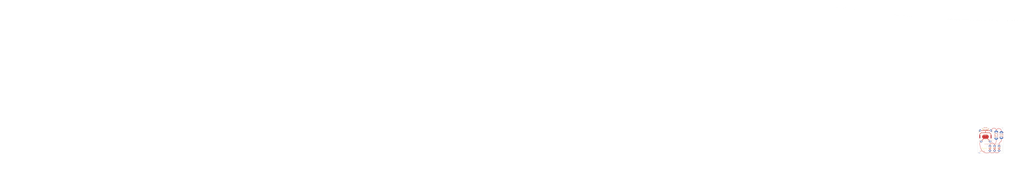
<source format=kicad_pcb>
(kicad_pcb (version 20211014) (generator pcbnew)
  (layers (0 "F.Cu" signal) (31 "B.Cu" signal) (34 "B.Paste" user) (35 "F.Paste" user) (36 "B.SilkS" user "B.Silkscreen") (37 "F.SilkS" user "F.Silkscreen") (38 "B.Mask" user) (39 "F.Mask" user) (44 "Edge.Cuts" user))
  (net 0 "")
  (net 1 "N$1")
  (net 2 "VCC")
  (net 3 "GND")
  (net 4 "BUTTON")
  (net 5 "SWITCH")
  (net 6 "N$11")
  (net 7 "N$12")
  (net 8 "N$13")
  (net 9 "N$3")
  (footprint "" (layer "F.Cu") (at 151.551994 85.214353)
    (fp_text reference "@HOLE3" hide)
    (fp_text value "")
  )
  (footprint "boardEagle:PETAL-SMALL-2SIDE" (layer "F.Cu") (at 147.528635 116.720513 180)
    (fp_text reference "LED+3" hide)
    (fp_text value "SEWTAP6" hide)
  )
  (footprint "boardEagle:PETAL-SMALL-2SIDE" (layer "F.Cu") (at 147.757235 106.898335)
    (fp_text reference "BATB-2" hide)
    (fp_text value "SEWTAP6" hide)
  )
  (footprint "boardEagle:PETAL-MEDIUM-2SIDE" (layer "F.Cu") (at 170.109235 98.762713)
    (fp_text reference "BUTTONS0" hide)
    (fp_text value "SEWTAP8" hide)
  )
  (footprint "" (layer "F.Cu") (at 150.035616 83.520172)
    (fp_text reference "@HOLE2" hide)
    (fp_text value "")
  )
  (footprint "boardEagle:PETAL-SMALL-2SIDE" (layer "F.Cu") (at 156.634535 125.163475)
    (fp_text reference "LED-2" hide)
    (fp_text value "SEWTAP6" hide)
  )
  (footprint "boardEagle:0603-RES" (layer "F.Cu") (at 165.570254 122.486313)
    (fp_text reference "R1")
    (fp_text value "150")
  )
  (footprint "boardEagle:AYZ0202" (layer "F.Cu") (at 138.613235 83.268713 180)
    (fp_text reference "S1")
    (fp_text value "S1")
  )
  (footprint "boardEagle:PETAL-SMALL-2SIDE" (layer "F.Cu") (at 130.155035 106.890713)
    (fp_text reference "BATB-0" hide)
    (fp_text value "SEWTAP6" hide)
  )
  (footprint "boardEagle:PETAL-MEDIUM-2SIDE" (layer "F.Cu") (at 159.949235 89.725394 180)
    (fp_text reference "SLIDEON0" hide)
    (fp_text value "SEWTAP8" hide)
  )
  (footprint "boardEagle:LED-1206" (layer "F.Cu") (at 165.555016 120.594013 180)
    (fp_text reference "LED1")
    (fp_text value "WHITE")
  )
  (footprint "boardEagle:PETAL-MEDIUM-2SIDE" (layer "F.Cu") (at 159.949235 100.032713)
    (fp_text reference "SLIDEOFF0" hide)
    (fp_text value "SEWTAP8" hide)
  )
  (footprint "boardEagle:REVISION" (layer "F.Cu") (at 135.100419 154.228693)
    (fp_text reference "U$1" hide)
    (fp_text value "REVISION" hide)
  )
  (footprint "boardEagle:MICRO-FIDUCIAL" (layer "F.Cu") (at 124.897235 129.242713)
    (fp_text reference "FD2" hide)
    (fp_text value "FIDUCIALUFIDUCIAL" hide)
  )
  (footprint "boardEagle:CREATIVE_COMMONS" (layer "F.Cu") (at 123.561194 149.763371)
    (fp_text reference "FRAME1" hide)
    (fp_text value "FRAME-LETTER" hide)
  )
  (footprint "boardEagle:ORDERING_INSTRUCTIONS" (layer "F.Cu") (at 112.956698 157.756753)
    (fp_text reference "U$9" hide)
    (fp_text value "SPECIAL_INSTRUCTIONS-ORDERING" hide)
  )
  (footprint "boardEagle:LED-1206" (layer "F.Cu") (at 147.495613 120.502572 180)
    (fp_text reference "LED3")
    (fp_text value "WHITE")
  )
  (footprint "boardEagle:AYZ0202" (layer "F.Cu") (at 159.949235 94.825713 90)
    (fp_text reference "S3")
    (fp_text value "S3")
  )
  (footprint "boardEagle:PETAL-SMALL-2SIDE" (layer "F.Cu") (at 165.511835 116.720513 180)
    (fp_text reference "LED+1" hide)
    (fp_text value "SEWTAP6" hide)
  )
  (footprint "" (layer "F.Cu") (at 128.996794 109.288472)
    (fp_text reference "@HOLE1" hide)
    (fp_text value "")
  )
  (footprint "boardEagle:0603-RES" (layer "F.Cu") (at 147.503235 122.549813)
    (fp_text reference "R3")
    (fp_text value "150")
  )
  (footprint "boardEagle:BATTCON_20MM_4LEGS" (layer "F.Cu") (at 138.613235 98.000713)
    (fp_text reference "BAT1")
    (fp_text value "20mm coincell")
  )
  (footprint "boardEagle:PETAL-MEDIUM-2SIDE" (layer "F.Cu") (at 170.149876 90.92935 180)
    (fp_text reference "BUTTON-0" hide)
    (fp_text value "SEWTAP8" hide)
  )
  (footprint "" (layer "F.Cu") (at 127.193394 107.612072)
    (fp_text reference "@HOLE0" hide)
    (fp_text value "")
  )
  (footprint "boardEagle:LOGO-LILYPAD" (layer "F.Cu") (at 135.438235 120.759113)
    (fp_text reference "U$2" hide)
    (fp_text value "" hide)
  )
  (footprint "boardEagle:0603-RES" (layer "F.Cu") (at 156.687876 122.468532)
    (fp_text reference "R2")
    (fp_text value "150")
  )
  (footprint "boardEagle:MICRO-FIDUCIAL" (layer "F.Cu") (at 171.887235 80.982713)
    (fp_text reference "FD1" hide)
    (fp_text value "FIDUCIALUFIDUCIAL" hide)
  )
  (footprint "boardEagle:PETAL-SMALL-2SIDE" (layer "F.Cu") (at 128.199235 86.062713 -115)
    (fp_text reference "BATT+0" hide)
    (fp_text value "SEWTAP6" hide)
  )
  (footprint "boardEagle:LED-1206" (layer "F.Cu") (at 156.644694 120.550832 180)
    (fp_text reference "LED2")
    (fp_text value "WHITE")
  )
  (footprint "boardEagle:PETAL-SMALL-2SIDE" (layer "F.Cu") (at 165.565176 125.191413)
    (fp_text reference "LED-1" hide)
    (fp_text value "SEWTAP6" hide)
  )
  (footprint "boardEagle:PETAL-SMALL-2SIDE" (layer "F.Cu") (at 149.205035 86.062713 115)
    (fp_text reference "BATT+2" hide)
    (fp_text value "SEWTAP6" hide)
  )
  (footprint "boardEagle:TACTILE-SWITCH-SMD" (layer "F.Cu") (at 170.109235 94.952713 180)
    (fp_text reference "S2")
    (fp_text value "SWITCH-MOMENTARY-2SMD")
  )
  (footprint "boardEagle:PETAL-SMALL-2SIDE" (layer "F.Cu") (at 147.503235 125.178713)
    (fp_text reference "LED-3" hide)
    (fp_text value "SEWTAP6" hide)
  )
  (footprint "boardEagle:PETAL-SMALL-2SIDE" (layer "F.Cu") (at 156.647235 116.644313 180)
    (fp_text reference "LED+2" hide)
    (fp_text value "SEWTAP6" hide)
  )
  (footprint "boardEagle:LOGO-LILYPAD" (layer "B.Cu") (at 138.410035 94.393913 180)
    (fp_text reference "U$3" hide)
    (fp_text value "" hide)
  )
  (footprint "boardEagle:LOGO-L" (layer "B.Cu") (at 156.738679 121.566832 180)
    (fp_text reference "U$7" hide)
    (fp_text value "" hide)
  )
  (footprint "boardEagle:MOUST-BITE-1-(2_HOLES)" (layer "B.Cu") (at 165.537235 114.307513 180)
    (fp_text reference "MB3" hide)
    (fp_text value "MOUSE-BITE-12_HOLES" hide)
  )
  (footprint "boardEagle:MOUST-BITE-1-(2_HOLES)" (layer "B.Cu") (at 159.949235 85.427713 180)
    (fp_text reference "MB1" hide)
    (fp_text value "MOUSE-BITE-12_HOLES" hide)
  )
  (footprint "boardEagle:SFE_LOGO_NAME_FLAME_.1" (layer "B.Cu") (at 138.359235 128.353713 180)
    (fp_text reference "LOGO3" hide)
    (fp_text value "SFE_LOGO_NAME_FLAME.1_INCH" hide)
  )
  (footprint "boardEagle:MOUST-BITE-1-(2_HOLES)" (layer "B.Cu") (at 170.134635 102.953713 180)
    (fp_text reference "MB9" hide)
    (fp_text value "MOUSE-BITE-12_HOLES" hide)
  )
  (footprint "boardEagle:LOGO-L" (layer "B.Cu") (at 165.628679 121.566832 180)
    (fp_text reference "U$4" hide)
    (fp_text value "" hide)
  )
  (footprint "boardEagle:SFE_LOGO_FLAME_.1" (layer "B.Cu") (at 134.168235 84.487913 180)
    (fp_text reference "LOGO1" hide)
    (fp_text value "SFE_LOGO_FLAME.1_INCH" hide)
  )
  (footprint "boardEagle:MICRO-FIDUCIAL" (layer "B.Cu") (at 171.887235 80.982713 180)
    (fp_text reference "FD3" hide)
    (fp_text value "FIDUCIALUFIDUCIAL" hide)
  )
  (footprint "boardEagle:MOUST-BITE-1-(2_HOLES)" (layer "B.Cu") (at 128.123035 108.389313 135)
    (fp_text reference "MB-0" hide)
    (fp_text value "MOUSE-BITE-12_HOLES" hide)
  )
  (footprint "boardEagle:MOUST-BITE-1-(2_HOLES)" (layer "B.Cu") (at 170.134635 86.723113 180)
    (fp_text reference "MB2" hide)
    (fp_text value "MOUSE-BITE-12_HOLES" hide)
  )
  (footprint "boardEagle:MOUST-BITE-1-(2_HOLES)" (layer "B.Cu") (at 159.974635 104.249113)
    (fp_text reference "MB10" hide)
    (fp_text value "MOUSE-BITE-12_HOLES" hide)
  )
  (footprint "boardEagle:MOUST-BITE-1-(2_HOLES)" (layer "B.Cu") (at 165.562635 127.464713 180)
    (fp_text reference "MB8" hide)
    (fp_text value "MOUSE-BITE-12_HOLES" hide)
  )
  (footprint "boardEagle:LOGO-L" (layer "B.Cu") (at 147.594679 121.693832 180)
    (fp_text reference "U$8" hide)
    (fp_text value "" hide)
  )
  (footprint "boardEagle:MOUST-BITE-1-(2_HOLES)" (layer "B.Cu") (at 156.672635 127.540913 180)
    (fp_text reference "MB7" hide)
    (fp_text value "MOUSE-BITE-12_HOLES" hide)
  )
  (footprint "boardEagle:LOGO-L" (layer "B.Cu") (at 169.149116 95.425157 90)
    (fp_text reference "U$6" hide)
    (fp_text value "" hide)
  )
  (footprint "boardEagle:LOGO-L" (layer "B.Cu") (at 159.370116 95.394672 90)
    (fp_text reference "U$5" hide)
    (fp_text value "" hide)
  )
  (footprint "boardEagle:OSHW-LOGO-S" (layer "B.Cu") (at 144.455235 83.065513 180)
    (fp_text reference "LOGO2" hide)
    (fp_text value "OSHW-LOGOS" hide)
  )
  (footprint "boardEagle:MOUST-BITE-1-(2_HOLES)" (layer "B.Cu") (at 156.672635 114.282113 180)
    (fp_text reference "MB4" hide)
    (fp_text value "MOUSE-BITE-12_HOLES" hide)
  )
  (footprint "boardEagle:MOUST-BITE-1-(2_HOLES)" (layer "B.Cu") (at 147.503235 114.205913 180)
    (fp_text reference "MB5" hide)
    (fp_text value "MOUSE-BITE-12_HOLES" hide)
  )
  (footprint "boardEagle:MICRO-FIDUCIAL" (layer "B.Cu") (at 124.897235 129.242713 180)
    (fp_text reference "FD4" hide)
    (fp_text value "FIDUCIALUFIDUCIAL" hide)
  )
  (footprint "boardEagle:MOUST-BITE-1-(2_HOLES)" (layer "B.Cu") (at 150.703635 84.437113 -45)
    (fp_text reference "MB+0" hide)
    (fp_text value "MOUSE-BITE-12_HOLES" hide)
  )
  (footprint "boardEagle:MOUST-BITE-1-(2_HOLES)" (layer "B.Cu") (at 147.477835 127.540913 180)
    (fp_text reference "MB6" hide)
    (fp_text value "MOUSE-BITE-12_HOLES" hide)
  )
  (gr_arc (start 141.661235 115.171113) (mid 142.033209 114.273087) (end 142.931235 113.901113) (layer "Edge.Cuts") (width 0.2032))
  (gr_circle (center 140.113235 83.294113) (end 140.538235 83.294113) (layer "Edge.Cuts") (width 0.008) (fill none))
  (gr_arc (start 155.984735 104.706313) (mid 155.936035 104.653413) (end 155.988935 104.604713) (layer "Edge.Cuts") (width 0.008))
  (gr_arc (start 158.978935 103.723313) (mid 158.359926 103.538009) (end 157.790235 103.233113) (layer "Edge.Cuts") (width 0.008))
  (gr_arc (start 151.688135 85.934413) (mid 151.619335 85.955013) (end 151.598735 85.886213) (layer "Edge.Cuts") (width 0.008))
  (gr_arc (start 159.237935 117.129513) (mid 159.184635 117.177613) (end 159.136535 117.124313) (layer "Edge.Cuts") (width 0.008))
  (gr_arc (start 163.436735 113.791613) (mid 163.368435 113.769113) (end 163.390935 113.700813) (layer "Edge.Cuts") (width 0.008))
  (gr_arc (start 167.950234 101.963112) (mid 166.737708 100.619915) (end 166.299235 98.864313) (layer "Edge.Cuts") (width 0.008))
  (gr_arc (start 150.043234 124.645313) (mid 149.742962 125.952909) (end 148.798635 126.905913) (layer "Edge.Cuts") (width 0.008))
  (gr_line (start 164.112135 128.245113) (end 163.985335 128.185313) (layer "Edge.Cuts") (width 0.008))
  (gr_arc (start 164.355635 114.757713) (mid 164.424135 114.779413) (end 164.402435 114.847913) (layer "Edge.Cuts") (width 0.008))
  (gr_arc (start 160.919535 85.978913) (mid 161.538544 86.164218) (end 162.108235 86.469113) (layer "Edge.Cuts") (width 0.2032))
  (gr_arc (start 155.204734 113.479414) (mid 155.268983 113.507541) (end 155.243835 113.573013) (layer "Edge.Cuts") (width 0.008))
  (gr_line (start 142.931235 127.871113) (end 142.880435 127.871113) (layer "Edge.Cuts") (width 0.008))
  (gr_arc (start 163.708435 100.134313) (mid 163.759235 100.083513) (end 163.810035 100.134313) (layer "Edge.Cuts") (width 0.008))
  (gr_arc (start 156.215435 100.134313) (mid 156.164635 100.185113) (end 156.113835 100.134313) (layer "Edge.Cuts") (width 0.008))
  (gr_line (start 158.821435 113.898613) (end 158.201735 113.586113) (layer "Edge.Cuts") (width 0.2032))
  (gr_arc (start 154.483735 127.944613) (mid 154.460485 127.876663) (end 154.528435 127.853413) (layer "Edge.Cuts") (width 0.008))
  (gr_arc (start 166.962333 128.245113) (mid 166.476818 128.223948) (end 166.148535 127.865613) (layer "Edge.Cuts") (width 0.2032))
  (gr_arc (start 164.061335 113.425513) (mid 164.546851 113.446678) (end 164.875135 113.805013) (layer "Edge.Cuts") (width 0.2032))
  (gr_arc (start 141.610435 126.601113) (mid 141.661235 126.550313) (end 141.712035 126.601113) (layer "Edge.Cuts") (width 0.008))
  (gr_arc (start 158.048435 104.731913) (mid 158.094835 104.786713) (end 158.040035 104.833113) (layer "Edge.Cuts") (width 0.008))
  (gr_arc (start 150.094035 124.645313) (mid 150.043235 124.696113) (end 149.992435 124.645313) (layer "Edge.Cuts") (width 0.008))
  (gr_arc (start 150.898135 108.494013) (mid 150.827535 108.507613) (end 150.813935 108.437013) (layer "Edge.Cuts") (width 0.008))
  (gr_arc (start 146.844235 127.848213) (mid 146.909335 127.817913) (end 146.939635 127.883013) (layer "Edge.Cuts") (width 0.008))
  (gr_arc (start 158.930935 103.765113) (mid 158.905135 103.698113) (end 158.972135 103.672313) (layer "Edge.Cuts") (width 0.008))
  (gr_line (start 146.078135 128.245113) (end 145.951335 128.185313) (layer "Edge.Cuts") (width 0.008))
  (gr_arc (start 157.258535 127.865613) (mid 157.279721 127.380066) (end 157.638035 127.051713) (layer "Edge.Cuts") (width 0.2032))
  (gr_arc (start 166.299234 90.837912) (mid 166.737708 89.082309) (end 167.950235 87.739113) (layer "Edge.Cuts") (width 0.008))
  (gr_arc (start 159.252135 84.800113) (mid 159.271835 84.731013) (end 159.340935 84.750713) (layer "Edge.Cuts") (width 0.008))
  (gr_arc (start 158.089735 113.479413) (mid 158.120035 113.544513) (end 158.054935 113.574813) (layer "Edge.Cuts") (width 0.008))
  (gr_arc (start 124.541635 130.944513) (mid 124.592435 130.995313) (end 124.541635 131.046113) (layer "Edge.Cuts") (width 0.008))
  (gr_arc (start 148.114534 113.906612) (mid 148.442818 113.548277) (end 148.928335 113.527113) (layer "Edge.Cuts") (width 0.2032))
  (gr_arc (start 164.202235 126.944213) (mid 164.178135 126.876513) (end 164.245835 126.852413) (layer "Edge.Cuts") (width 0.008))
  (gr_arc (start 157.917234 103.334713) (mid 156.631412 101.958775) (end 156.164635 100.134313) (layer "Edge.Cuts") (width 0.008))
  (gr_arc (start 167.978535 87.781313) (mid 167.908035 87.767413) (end 167.921935 87.696913) (layer "Edge.Cuts") (width 0.008))
  (gr_arc (start 126.713435 84.470613) (mid 126.641735 84.475313) (end 126.637035 84.403613) (layer "Edge.Cuts") (width 0.008))
  (gr_arc (start 127.818235 106.789113) (mid 123.212341 96.725347) (end 125.786235 85.961113) (layer "Edge.Cuts") (width 0.008))
  (gr_arc (start 161.376735 105.178713) (mid 161.305635 105.168613) (end 161.315735 105.097513) (layer "Edge.Cuts") (width 0.008))
  (gr_arc (start 155.984735 104.706313) (mid 155.936035 104.653413) (end 155.988935 104.604713) (layer "Edge.Cuts") (width 0.008))
  (gr_arc (start 160.929135 103.773213) (mid 160.869635 103.732913) (end 160.909935 103.673413) (layer "Edge.Cuts") (width 0.008))
  (gr_arc (start 162.729635 102.785113) (mid 162.657835 102.787713) (end 162.655235 102.715913) (layer "Edge.Cuts") (width 0.008))
  (gr_arc (start 146.512435 127.051713) (mid 146.870749 127.380066) (end 146.891935 127.865613) (layer "Edge.Cuts") (width 0.2032))
  (gr_line (start 157.638035 114.720513) (end 157.960435 114.873913) (layer "Edge.Cuts") (width 0.2032))
  (gr_arc (start 162.136535 103.275313) (mid 162.066035 103.261413) (end 162.079935 103.190913) (layer "Edge.Cuts") (width 0.008))
  (gr_circle (center 165.130835 127.464713) (end 165.321335 127.464713) (layer "Edge.Cuts") (width 0.008) (fill none))
  (gr_line (start 145.318835 113.901113) (end 142.931235 113.901113) (layer "Edge.Cuts") (width 0.2032))
  (gr_line (start 158.839235 127.866013) (end 163.378235 127.871113) (layer "Edge.Cuts") (width 0.2032))
  (gr_arc (start 145.971635 128.140713) (mid 145.994135 128.209013) (end 145.925835 128.231513) (layer "Edge.Cuts") (width 0.008))
  (gr_line (start 155.222135 113.527113) (end 155.095335 113.586913) (layer "Edge.Cuts") (width 0.008))
  (gr_arc (start 157.982235 114.828013) (mid 158.006335 114.895713) (end 157.938635 114.919813) (layer "Edge.Cuts") (width 0.008))
  (gr_line (start 166.962335 113.527113) (end 167.089135 113.586913) (layer "Edge.Cuts") (width 0.008))
  (gr_arc (start 156.083635 113.889213) (mid 156.053335 113.954313) (end 155.988235 113.924013) (layer "Edge.Cuts") (width 0.008))
  (gr_arc (start 161.727235 105.061913) (mid 161.676435 105.011113) (end 161.727235 104.960313) (layer "Edge.Cuts") (width 0.008))
  (gr_arc (start 169.626635 86.517813) (mid 169.521453 86.992344) (end 169.111535 87.253513) (layer "Edge.Cuts") (width 0.2032))
  (gr_arc (start 170.795035 104.096713) (mid 170.744235 104.147513) (end 170.693435 104.096713) (layer "Edge.Cuts") (width 0.008))
  (gr_arc (start 125.997135 107.471713) (mid 125.891035 107.482613) (end 125.880135 107.376513) (layer "Edge.Cuts") (width 0.008))
  (gr_arc (start 159.187234 124.645313) (mid 158.886962 125.952909) (end 157.942635 126.905913) (layer "Edge.Cuts") (width 0.008))
  (gr_arc (start 167.696235 113.951913) (mid 167.645435 113.901113) (end 167.696235 113.850313) (layer "Edge.Cuts") (width 0.008))
  (gr_arc (start 171.557033 131.071514) (mid 171.506233 131.020862) (end 171.556735 130.969913) (layer "Edge.Cuts") (width 0.008))
  (gr_arc (start 162.522235 84.652413) (mid 162.527935 84.724113) (end 162.456235 84.729813) (layer "Edge.Cuts") (width 0.008))
  (gr_arc (start 171.557335 131.071513) (mid 171.557185 131.071513) (end 171.557035 131.071513) (layer "Edge.Cuts") (width 0.008))
  (gr_arc (start 170.693435 103.106113) (mid 170.744235 103.055313) (end 170.795035 103.106113) (layer "Edge.Cuts") (width 0.008))
  (gr_arc (start 148.515835 127.097613) (mid 148.448135 127.073513) (end 148.472235 127.005813) (layer "Edge.Cuts") (width 0.008))
  (gr_arc (start 167.569235 104.960313) (mid 167.620035 105.011113) (end 167.569235 105.061913) (layer "Edge.Cuts") (width 0.008))
  (gr_arc (start 166.940635 113.573013) (mid 166.916435 113.505413) (end 166.984035 113.481213) (layer "Edge.Cuts") (width 0.008))
  (gr_arc (start 125.997135 107.471713) (mid 125.891035 107.482613) (end 125.880135 107.376513) (layer "Edge.Cuts") (width 0.008))
  (gr_arc (start 156.113835 89.390113) (mid 156.164635 89.339313) (end 156.215435 89.390113) (layer "Edge.Cuts") (width 0.008))
  (gr_arc (start 166.857535 126.950213) (mid 166.788335 126.930813) (end 166.807735 126.861613) (layer "Edge.Cuts") (width 0.008))
  (gr_line (start 163.413835 113.746213) (end 164.033535 113.433713) (layer "Edge.Cuts") (width 0.2032))
  (gr_arc (start 145.014035 117.125913) (mid 144.964235 117.177713) (end 144.912435 117.127913) (layer "Edge.Cuts") (width 0.008))
  (gr_arc (start 149.992535 124.647913) (mid 150.040635 124.594613) (end 150.093935 124.642713) (layer "Edge.Cuts") (width 0.008))
  (gr_arc (start 160.929135 103.773213) (mid 160.869635 103.732913) (end 160.909935 103.673413) (layer "Edge.Cuts") (width 0.008))
  (gr_arc (start 163.629635 113.566113) (mid 163.697935 113.588613) (end 163.675435 113.656913) (layer "Edge.Cuts") (width 0.008))
  (gr_arc (start 142.931235 113.850313) (mid 142.982035 113.901113) (end 142.931235 113.951913) (layer "Edge.Cuts") (width 0.008))
  (gr_arc (start 162.729635 102.785113) (mid 162.657835 102.787713) (end 162.655235 102.715913) (layer "Edge.Cuts") (width 0.008))
  (gr_arc (start 149.597035 127.857713) (mid 149.667935 127.869413) (end 149.656235 127.940313) (layer "Edge.Cuts") (width 0.008))
  (gr_arc (start 149.992535 124.647913) (mid 150.040635 124.594613) (end 150.093935 124.642713) (layer "Edge.Cuts") (width 0.008))
  (gr_arc (start 163.629635 101.268013) (mid 163.565335 101.300113) (end 163.533235 101.235813) (layer "Edge.Cuts") (width 0.008))
  (gr_circle (center 156.215435 114.282113) (end 156.405935 114.282113) (layer "Edge.Cuts") (width 0.008) (fill none))
  (gr_arc (start 155.988235 127.848213) (mid 156.053335 127.817913) (end 156.083635 127.883013) (layer "Edge.Cuts") (width 0.008))
  (gr_arc (start 157.258535 127.865613) (mid 157.279721 127.380066) (end 157.638035 127.051713) (layer "Edge.Cuts") (width 0.008))
  (gr_arc (start 147.645497 108.965888) (mid 146.179821 108.339175) (end 145.255316 107.040613) (layer "Edge.Cuts") (width 0.2032))
  (gr_arc (start 167.921935 102.005313) (mid 167.908035 101.934813) (end 167.978535 101.920913) (layer "Edge.Cuts") (width 0.008))
  (gr_line (start 166.528035 114.720513) (end 166.850435 114.873913) (layer "Edge.Cuts") (width 0.2032))
  (gr_arc (start 171.430035 126.601113) (mid 171.379235 126.651913) (end 171.328435 126.601113) (layer "Edge.Cuts") (width 0.008))
  (gr_arc (start 169.120335 87.303513) (mid 169.061535 87.262313) (end 169.102735 87.203513) (layer "Edge.Cuts") (width 0.008))
  (gr_arc (start 155.986835 104.655513) (mid 157.016189 104.70842) (end 158.044235 104.782513) (layer "Edge.Cuts") (width 0.2032))
  (gr_arc (start 173.868434 128.633113) (mid 173.919085 128.582312) (end 173.970035 128.632813) (layer "Edge.Cuts") (width 0.008))
  (gr_arc (start 150.093935 117.129513) (mid 150.040635 117.177613) (end 149.992535 117.124313) (layer "Edge.Cuts") (width 0.008))
  (gr_arc (start 163.629635 101.268013) (mid 163.565335 101.300113) (end 163.533235 101.235813) (layer "Edge.Cuts") (width 0.008))
  (gr_arc (start 171.125035 87.206013) (mid 171.154435 87.271613) (end 171.088835 87.301013) (layer "Edge.Cuts") (width 0.008))
  (gr_arc (start 157.620635 127.004013) (mid 157.685735 127.034313) (end 157.655435 127.099413) (layer "Edge.Cuts") (width 0.008))
  (gr_arc (start 162.997235 113.875713) (mid 163.048035 113.926513) (end 162.997235 113.977313) (layer "Edge.Cuts") (width 0.008))
  (gr_arc (start 149.662235 113.951913) (mid 149.611435 113.901113) (end 149.662235 113.850313) (layer "Edge.Cuts") (width 0.008))
  (gr_arc (start 156.083635 113.889213) (mid 156.053335 113.954313) (end 155.988235 113.924013) (layer "Edge.Cuts") (width 0.008))
  (gr_arc (start 172.296535 102.005313) (mid 172.226035 101.991413) (end 172.239935 101.920913) (layer "Edge.Cuts") (width 0.008))
  (gr_line (start 154.473035 113.898613) (end 155.092735 113.586113) (layer "Edge.Cuts") (width 0.2032))
  (gr_arc (start 153.472235 105.315913) (mid 154.68001 104.797135) (end 155.986835 104.655513) (layer "Edge.Cuts") (width 0.2032))
  (gr_arc (start 149.992435 116.999913) (mid 150.043235 116.949113) (end 150.094035 116.999913) (layer "Edge.Cuts") (width 0.008))
  (gr_arc (start 148.906634 113.573014) (mid 148.881485 113.507541) (end 148.945735 113.479413) (layer "Edge.Cuts") (width 0.008))
  (gr_arc (start 146.182935 114.822013) (mid 146.252135 114.841413) (end 146.232735 114.910613) (layer "Edge.Cuts") (width 0.008))
  (gr_circle (center 169.702835 102.953713) (end 169.893335 102.953713) (layer "Edge.Cuts") (width 0.008) (fill none))
  (gr_arc (start 170.109235 113.951913) (mid 170.058435 113.901113) (end 170.109235 113.850313) (layer "Edge.Cuts") (width 0.008))
  (gr_arc (start 155.200435 113.481213) (mid 155.268035 113.505413) (end 155.243835 113.573013) (layer "Edge.Cuts") (width 0.008))
  (gr_arc (start 163.533235 101.235813) (mid 163.597535 101.203713) (end 163.629635 101.268013) (layer "Edge.Cuts") (width 0.008))
  (gr_arc (start 160.548335 104.920013) (mid 160.548335 104.848213) (end 160.620135 104.848213) (layer "Edge.Cuts") (width 0.008))
  (gr_arc (start 159.334135 84.745913) (mid 159.330735 84.817713) (end 159.258935 84.814313) (layer "Edge.Cuts") (width 0.008))
  (gr_arc (start 155.204735 128.292813) (mid 155.174435 128.227713) (end 155.239535 128.197413) (layer "Edge.Cuts") (width 0.008))
  (gr_arc (start 146.512435 127.051713) (mid 146.870749 127.380066) (end 146.891935 127.865613) (layer "Edge.Cuts") (width 0.008))
  (gr_line (start 149.631735 127.899013) (end 154.488235 127.896513) (layer "Edge.Cuts") (width 0.2032))
  (gr_arc (start 157.942634 114.866312) (mid 158.886963 115.819316) (end 159.187235 117.126913) (layer "Edge.Cuts") (width 0.008))
  (gr_arc (start 148.823535 126.950213) (mid 148.754335 126.930813) (end 148.773735 126.861613) (layer "Edge.Cuts") (width 0.008))
  (gr_arc (start 172.296535 87.696913) (mid 172.310435 87.767413) (end 172.239935 87.781313) (layer "Edge.Cuts") (width 0.008))
  (gr_arc (start 145.909535 109.645213) (mid 145.917135 109.716613) (end 145.845735 109.724213) (layer "Edge.Cuts") (width 0.008))
  (gr_arc (start 146.495035 127.099413) (mid 146.464735 127.034313) (end 146.529835 127.004013) (layer "Edge.Cuts") (width 0.008))
  (gr_arc (start 157.917234 103.334713) (mid 156.631412 101.958775) (end 156.164635 100.134313) (layer "Edge.Cuts") (width 0.008))
  (gr_arc (start 171.557033 131.071514) (mid 171.506233 131.020862) (end 171.556735 130.969913) (layer "Edge.Cuts") (width 0.008))
  (gr_line (start 162.997235 124.645313) (end 162.997235 124.772313) (layer "Edge.Cuts") (width 0.008))
  (gr_arc (start 166.506235 114.766413) (mid 166.482135 114.698713) (end 166.549835 114.674613) (layer "Edge.Cuts") (width 0.008))
  (gr_arc (start 146.099835 128.199213) (mid 146.124035 128.266813) (end 146.056435 128.291013) (layer "Edge.Cuts") (width 0.008))
  (gr_arc (start 170.769635 86.504813) (mid 171.333805 85.208685) (end 172.649235 84.691113) (layer "Edge.Cuts") (width 0.2032))
  (gr_arc (start 155.239535 113.574813) (mid 155.174435 113.544513) (end 155.204735 113.479413) (layer "Edge.Cuts") (width 0.008))
  (gr_arc (start 149.597035 127.857713) (mid 149.667935 127.869413) (end 149.656235 127.940313) (layer "Edge.Cuts") (width 0.008))
  (gr_arc (start 154.495935 113.944013) (mid 154.427635 113.921513) (end 154.450135 113.853213) (layer "Edge.Cuts") (width 0.008))
  (gr_arc (start 155.239535 113.574813) (mid 155.174435 113.544513) (end 155.204735 113.479413) (layer "Edge.Cuts") (width 0.008))
  (gr_arc (start 166.857535 126.950213) (mid 166.788335 126.930813) (end 166.807735 126.861613) (layer "Edge.Cuts") (width 0.008))
  (gr_arc (start 159.296533 84.775413) (mid 159.374301 85.450932) (end 158.951535 85.983513) (layer "Edge.Cuts") (width 0.008))
  (gr_arc (start 162.108235 86.469113) (mid 163.320762 87.81231) (end 163.759235 89.567913) (layer "Edge.Cuts") (width 0.008))
  (gr_arc (start 148.511435 114.672813) (mid 148.541735 114.737913) (end 148.476635 114.768213) (layer "Edge.Cuts") (width 0.008))
  (gr_arc (start 170.109235 127.921913) (mid 170.058435 127.871113) (end 170.109235 127.820313) (layer "Edge.Cuts") (width 0.008))
  (gr_arc (start 148.798634 114.866312) (mid 149.742963 115.819316) (end 150.043235 117.126913) (layer "Edge.Cuts") (width 0.2032))
  (gr_arc (start 173.970035 83.421113) (mid 173.919235 83.471913) (end 173.868435 83.421113) (layer "Edge.Cuts") (width 0.008))
  (gr_arc (start 161.346234 105.138113) (mid 161.52643 105.043699) (end 161.727235 105.011113) (layer "Edge.Cuts") (width 0.008))
  (gr_arc (start 131.027235 110.128813) (mid 131.02518 110.130569) (end 131.023035 110.132213) (layer "Edge.Cuts") (width 0.008))
  (gr_arc (start 156.035934 127.865614) (mid 155.707651 128.223949) (end 155.222135 128.245113) (layer "Edge.Cuts") (width 0.2032))
  (gr_arc (start 146.056435 113.481213) (mid 146.124035 113.505413) (end 146.099835 113.573013) (layer "Edge.Cuts") (width 0.008))
  (gr_arc (start 169.601234 103.487114) (mid 168.839198 104.587732) (end 167.569235 105.011113) (layer "Edge.Cuts") (width 0.2032))
  (gr_arc (start 161.953835 86.410313) (mid 161.938435 86.340113) (end 162.008635 86.324713) (layer "Edge.Cuts") (width 0.008))
  (gr_line (start 172.606054 79.014213) (end 153.327454 79.014213) (layer "Edge.Cuts") (width 0.2032))
  (gr_arc (start 160.922235 103.674313) (mid 160.991335 103.694013) (end 160.971635 103.763113) (layer "Edge.Cuts") (width 0.008))
  (gr_arc (start 173.970035 90.837913) (mid 173.919235 90.888713) (end 173.868435 90.837913) (layer "Edge.Cuts") (width 0.008))
  (gr_arc (start 170.769634 103.202113) (mid 170.782212 102.755539) (end 171.106935 102.448713) (layer "Edge.Cuts") (width 0.008))
  (gr_arc (start 157.409235 84.691113) (mid 158.371318 84.34474) (end 159.296535 84.780113) (layer "Edge.Cuts") (width 0.008))
  (gr_circle (center 156.215435 114.282113) (end 156.405935 114.282113) (layer "Edge.Cuts") (width 0.008) (fill none))
  (gr_arc (start 164.973635 127.883013) (mid 164.908535 127.913313) (end 164.878235 127.848213) (layer "Edge.Cuts") (width 0.008))
  (gr_arc (start 149.034835 113.631513) (mid 149.012335 113.563213) (end 149.080635 113.540713) (layer "Edge.Cuts") (width 0.008))
  (gr_arc (start 171.455435 104.858713) (mid 171.404635 104.807913) (end 171.455435 104.757113) (layer "Edge.Cuts") (width 0.008))
  (gr_arc (start 162.729635 102.785113) (mid 162.657835 102.787713) (end 162.655235 102.715913) (layer "Edge.Cuts") (width 0.008))
  (gr_arc (start 166.944935 128.197413) (mid 167.010035 128.227713) (end 166.979735 128.292813) (layer "Edge.Cuts") (width 0.008))
  (gr_arc (start 145.014035 117.125913) (mid 144.964235 117.177713) (end 144.912435 117.127913) (layer "Edge.Cuts") (width 0.008))
  (gr_arc (start 166.857535 126.950213) (mid 166.788335 126.930813) (end 166.807735 126.861613) (layer "Edge.Cuts") (width 0.008))
  (gr_arc (start 149.992435 116.999913) (mid 149.992435 116.999763) (end 149.992435 116.999613) (layer "Edge.Cuts") (width 0.008))
  (gr_line (start 157.409235 84.691113) (end 153.065835 84.716513) (layer "Edge.Cuts") (width 0.2032))
  (gr_arc (start 173.995435 105.722313) (mid 173.944635 105.773113) (end 173.893835 105.722313) (layer "Edge.Cuts") (width 0.008))
  (gr_arc (start 172.239935 101.920913) (mid 172.310435 101.934813) (end 172.296535 102.005313) (layer "Edge.Cuts") (width 0.008))
  (gr_arc (start 164.133835 128.199213) (mid 164.158035 128.266813) (end 164.090435 128.291013) (layer "Edge.Cuts") (width 0.008))
  (gr_arc (start 171.328435 115.171113) (mid 171.379235 115.120313) (end 171.430035 115.171113) (layer "Edge.Cuts") (width 0.008))
  (gr_arc (start 128.864835 108.526613) (mid 128.874735 108.597713) (end 128.803635 108.607613) (layer "Edge.Cuts") (width 0.008))
  (gr_arc (start 173.868435 128.633413) (mid 173.868435 128.633263) (end 173.868435 128.633113) (layer "Edge.Cuts") (width 0.008))
  (gr_arc (start 148.317035 108.807713) (mid 148.258335 108.766213) (end 148.299835 108.707513) (layer "Edge.Cuts") (width 0.008))
  (gr_circle (center 157.079035 127.540913) (end 157.269535 127.540913) (layer "Edge.Cuts") (width 0.008) (fill none))
  (gr_arc (start 158.178835 113.631513) (mid 158.156335 113.563213) (end 158.224635 113.540713) (layer "Edge.Cuts") (width 0.008))
  (gr_arc (start 164.568235 127.005813) (mid 164.592335 127.073513) (end 164.524635 127.097613) (layer "Edge.Cuts") (width 0.008))
  (gr_arc (start 164.010635 113.388313) (mid 164.078935 113.410813) (end 164.056435 113.479113) (layer "Edge.Cuts") (width 0.008))
  (gr_line (start 149.626635 127.899013) (end 149.083135 128.287713) (layer "Edge.Cuts") (width 0.2032))
  (gr_arc (start 158.978935 103.723313) (mid 158.359926 103.538009) (end 157.790235 103.233113) (layer "Edge.Cuts") (width 0.2032))
  (gr_arc (start 157.659835 127.097613) (mid 157.592135 127.073513) (end 157.616235 127.005813) (layer "Edge.Cuts") (width 0.008))
  (gr_arc (start 170.817135 103.184013) (mid 170.787735 103.249613) (end 170.722135 103.220213) (layer "Edge.Cuts") (width 0.008))
  (gr_line (start 148.928335 113.527113) (end 149.055135 113.586913) (layer "Edge.Cuts") (width 0.008))
  (gr_arc (start 155.222135 113.527113) (mid 155.707651 113.548278) (end 156.035935 113.906613) (layer "Edge.Cuts") (width 0.2032))
  (gr_arc (start 129.625935 109.003813) (mid 129.692935 108.977813) (end 129.718935 109.044813) (layer "Edge.Cuts") (width 0.008))
  (gr_arc (start 146.891935 113.906613) (mid 146.870749 114.39216) (end 146.512435 114.720513) (layer "Edge.Cuts") (width 0.008))
  (gr_arc (start 166.248435 98.788113) (mid 166.299235 98.737313) (end 166.350035 98.788113) (layer "Edge.Cuts") (width 0.008))
  (gr_arc (start 128.834234 108.567113) (mid 128.190198 107.755848) (end 127.818235 106.789113) (layer "Edge.Cuts") (width 0.2032))
  (gr_arc (start 127.132433 106.103313) (mid 126.905544 107.156126) (end 125.862435 107.424113) (layer "Edge.Cuts") (width 0.2032))
  (gr_circle (center 170.541035 102.953713) (end 170.731535 102.953713) (layer "Edge.Cuts") (width 0.008) (fill none))
  (gr_arc (start 158.220835 113.541013) (mid 158.245035 113.608613) (end 158.177435 113.632813) (layer "Edge.Cuts") (width 0.008))
  (gr_arc (start 167.572135 84.741813) (mid 167.518535 84.694013) (end 167.566335 84.640413) (layer "Edge.Cuts") (width 0.008))
  (gr_arc (start 167.921935 87.696913) (mid 167.992435 87.710813) (end 167.978535 87.781313) (layer "Edge.Cuts") (width 0.008))
  (gr_arc (start 148.515835 127.097613) (mid 148.448135 127.073513) (end 148.472235 127.005813) (layer "Edge.Cuts") (width 0.008))
  (gr_arc (start 168.026535 124.647913) (mid 168.074635 124.594613) (end 168.127935 124.642713) (layer "Edge.Cuts") (width 0.008))
  (gr_arc (start 163.581435 101.251913) (mid 163.217409 102.048952) (end 162.692435 102.750513) (layer "Edge.Cuts") (width 0.008))
  (gr_arc (start 158.844335 113.853213) (mid 158.866835 113.921513) (end 158.798535 113.944013) (layer "Edge.Cuts") (width 0.008))
  (gr_arc (start 128.803635 108.607613) (mid 128.793735 108.536513) (end 128.864835 108.526613) (layer "Edge.Cuts") (width 0.008))
  (gr_arc (start 148.066835 113.889213) (mid 148.131935 113.858913) (end 148.162235 113.924013) (layer "Edge.Cuts") (width 0.008))
  (gr_line (start 173.919235 80.881113) (end 173.919235 83.421113) (layer "Edge.Cuts") (width 0.2032))
  (gr_arc (start 145.014035 124.772313) (mid 144.963235 124.823113) (end 144.912435 124.772313) (layer "Edge.Cuts") (width 0.008))
  (gr_arc (start 146.182935 114.822013) (mid 146.252135 114.841413) (end 146.232735 114.910613) (layer "Edge.Cuts") (width 0.008))
  (gr_arc (start 155.355835 114.919813) (mid 155.288135 114.895713) (end 155.312235 114.828013) (layer "Edge.Cuts") (width 0.008))
  (gr_arc (start 148.067435 127.884613) (mid 148.095535 127.818513) (end 148.161635 127.846613) (layer "Edge.Cuts") (width 0.008))
  (gr_arc (start 167.114635 128.231513) (mid 167.046335 128.209013) (end 167.068835 128.140713) (layer "Edge.Cuts") (width 0.008))
  (gr_arc (start 171.069935 87.298813) (mid 171.029635 87.239313) (end 171.089135 87.199013) (layer "Edge.Cuts") (width 0.008))
  (gr_arc (start 154.107235 117.126913) (mid 154.407507 115.819317) (end 155.351835 114.866313) (layer "Edge.Cuts") (width 0.008))
  (gr_arc (start 161.326935 105.091113) (mid 161.393235 105.118813) (end 161.365535 105.185113) (layer "Edge.Cuts") (width 0.008))
  (gr_arc (start 155.639035 127.099413) (mid 155.608735 127.034313) (end 155.673835 127.004013) (layer "Edge.Cuts") (width 0.008))
  (gr_arc (start 157.408935 84.640313) (mid 157.460035 84.690813) (end 157.409535 84.741913) (layer "Edge.Cuts") (width 0.008))
  (gr_arc (start 158.857035 113.977313) (mid 158.806235 113.926513) (end 158.857035 113.875713) (layer "Edge.Cuts") (width 0.008))
  (gr_arc (start 159.238035 124.645313) (mid 159.187235 124.696113) (end 159.136435 124.645313) (layer "Edge.Cuts") (width 0.008))
  (gr_arc (start 157.210835 127.883013) (mid 157.241135 127.817913) (end 157.306235 127.848213) (layer "Edge.Cuts") (width 0.008))
  (gr_arc (start 168.105235 102.047713) (mid 168.119635 102.118113) (end 168.049235 102.132513) (layer "Edge.Cuts") (width 0.008))
  (gr_arc (start 168.077234 124.645313) (mid 167.776962 125.952909) (end 166.832635 126.905913) (layer "Edge.Cuts") (width 0.008))
  (gr_arc (start 171.430035 126.601113) (mid 171.379235 126.651913) (end 171.328435 126.601113) (layer "Edge.Cuts") (width 0.008))
  (gr_arc (start 164.524635 114.674613) (mid 164.592335 114.698713) (end 164.568235 114.766413) (layer "Edge.Cuts") (width 0.008))
  (gr_arc (start 163.436735 113.791613) (mid 163.368435 113.769113) (end 163.390935 113.700813) (layer "Edge.Cuts") (width 0.008))
  (gr_arc (start 128.864835 108.526613) (mid 128.874735 108.597713) (end 128.803635 108.607613) (layer "Edge.Cuts") (width 0.008))
  (gr_arc (start 159.136435 116.999913) (mid 159.136435 116.999763) (end 159.136435 116.999613) (layer "Edge.Cuts") (width 0.008))
  (gr_arc (start 155.988235 113.924013) (mid 156.018535 113.858913) (end 156.083635 113.889213) (layer "Edge.Cuts") (width 0.008))
  (gr_arc (start 162.522235 84.652413) (mid 162.527935 84.724113) (end 162.456235 84.729813) (layer "Edge.Cuts") (width 0.008))
  (gr_line (start 148.494035 127.051713) (end 148.816435 126.898313) (layer "Edge.Cuts") (width 0.2032))
  (gr_arc (start 169.138935 102.453313) (mid 168.519926 102.268009) (end 167.950235 101.963113) (layer "Edge.Cuts") (width 0.2032))
  (gr_arc (start 141.712035 115.171113) (mid 141.661235 115.221913) (end 141.610435 115.171113) (layer "Edge.Cuts") (width 0.008))
  (gr_circle (center 159.949235 96.351113) (end 160.374235 96.351113) (layer "Edge.Cuts") (width 0.008) (fill none))
  (gr_line (start 145.329035 127.873613) (end 145.948735 128.186113) (layer "Edge.Cuts") (width 0.2032))
  (gr_arc (start 157.761935 103.275313) (mid 157.748035 103.204813) (end 157.818535 103.190913) (layer "Edge.Cuts") (width 0.008))
  (gr_arc (start 162.692435 102.750513) (mid 162.391341 103.036743) (end 162.057435 103.283913) (layer "Edge.Cuts") (width 0.008))
  (gr_arc (start 148.646234 114.790114) (mid 149.667829 115.690758) (end 150.043235 116.999913) (layer "Edge.Cuts") (width 0.008))
  (gr_arc (start 146.168235 126.944213) (mid 146.144135 126.876513) (end 146.211835 126.852413) (layer "Edge.Cuts") (width 0.008))
  (gr_arc (start 146.844235 127.848213) (mid 146.909335 127.817913) (end 146.939635 127.883013) (layer "Edge.Cuts") (width 0.008))
  (gr_arc (start 125.575135 85.988413) (mid 125.504935 86.004013) (end 125.489335 85.933813) (layer "Edge.Cuts") (width 0.008))
  (gr_arc (start 148.798634 114.866312) (mid 149.742963 115.819316) (end 150.043235 117.126913) (layer "Edge.Cuts") (width 0.008))
  (gr_arc (start 171.125035 87.206013) (mid 171.154435 87.271613) (end 171.088835 87.301013) (layer "Edge.Cuts") (width 0.008))
  (gr_arc (start 166.832634 114.866312) (mid 167.776963 115.819316) (end 168.077235 117.126913) (layer "Edge.Cuts") (width 0.008))
  (gr_arc (start 164.078735 113.473213) (mid 164.013635 113.442913) (end 164.043935 113.377813) (layer "Edge.Cuts") (width 0.008))
  (gr_line (start 144.963235 117.126913) (end 144.963235 124.645313) (layer "Edge.Cuts") (width 0.2032))
  (gr_arc (start 162.136535 86.426913) (mid 162.150435 86.497413) (end 162.079935 86.511313) (layer "Edge.Cuts") (width 0.008))
  (gr_arc (start 123.068435 108.440113) (mid 124.235555 107.380784) (end 125.811635 107.398713) (layer "Edge.Cuts") (width 0.2032))
  (gr_arc (start 125.786235 85.961113) (mid 126.201395 85.181998) (end 126.675235 84.437113) (layer "Edge.Cuts") (width 0.2032))
  (gr_arc (start 164.010635 113.388313) (mid 164.078935 113.410813) (end 164.056435 113.479113) (layer "Edge.Cuts") (width 0.008))
  (gr_arc (start 132.724835 106.514513) (mid 132.791835 106.488713) (end 132.817635 106.555713) (layer "Edge.Cuts") (width 0.008))
  (gr_arc (start 155.204735 128.292813) (mid 155.174435 128.227713) (end 155.239535 128.197413) (layer "Edge.Cuts") (width 0.008))
  (gr_arc (start 154.488235 113.850313) (mid 154.524156 113.865192) (end 154.539035 113.901113) (layer "Edge.Cuts") (width 0.008))
  (gr_arc (start 170.109235 113.901113) (mid 171.007261 114.273087) (end 171.379235 115.171113) (layer "Edge.Cuts") (width 0.008))
  (gr_arc (start 166.196235 127.848213) (mid 166.165935 127.913313) (end 166.100835 127.883013) (layer "Edge.Cuts") (width 0.008))
  (gr_arc (start 171.079535 87.248913) (mid 171.698544 87.434218) (end 172.268235 87.739113) (layer "Edge.Cuts") (width 0.008))
  (gr_arc (start 172.650135 84.640313) (mid 172.700035 84.692013) (end 172.648335 84.741913) (layer "Edge.Cuts") (width 0.008))
  (gr_arc (start 169.090935 102.495113) (mid 169.065135 102.428113) (end 169.132135 102.402313) (layer "Edge.Cuts") (width 0.008))
  (gr_circle (center 160.406435 104.249113) (end 160.596935 104.249113) (layer "Edge.Cuts") (width 0.008) (fill none))
  (gr_arc (start 167.114635 128.231513) (mid 167.046335 128.209013) (end 167.068835 128.140713) (layer "Edge.Cuts") (width 0.008))
  (gr_arc (start 164.945835 113.824213) (mid 164.928335 113.893913) (end 164.858635 113.876413) (layer "Edge.Cuts") (width 0.008))
  (gr_arc (start 156.215435 100.134313) (mid 156.164635 100.185113) (end 156.113835 100.134313) (layer "Edge.Cuts") (width 0.008))
  (gr_arc (start 148.773735 114.910613) (mid 148.754335 114.841413) (end 148.823535 114.822013) (layer "Edge.Cuts") (width 0.008))
  (gr_circle (center 159.949235 93.351113) (end 160.374235 93.351113) (layer "Edge.Cuts") (width 0.008) (fill none))
  (gr_arc (start 157.443435 84.728713) (mid 157.371635 84.725313) (end 157.375035 84.653513) (layer "Edge.Cuts") (width 0.008))
  (gr_line (start 159.187235 117.126913) (end 159.187235 116.999913) (layer "Edge.Cuts") (width 0.008))
  (gr_circle (center 137.113235 83.294113) (end 137.538235 83.294113) (layer "Edge.Cuts") (width 0.008) (fill none))
  (gr_arc (start 163.055735 113.969413) (mid 162.987435 113.946913) (end 163.009935 113.878613) (layer "Edge.Cuts") (width 0.008))
  (gr_arc (start 157.210835 113.889213) (mid 157.275935 113.858913) (end 157.306235 113.924013) (layer "Edge.Cuts") (width 0.008))
  (gr_circle (center 170.591835 86.748513) (end 170.782335 86.748513) (layer "Edge.Cuts") (width 0.008) (fill none))
  (gr_arc (start 124.541634 130.995313) (mid 123.421018 130.373322) (end 123.068436 129.141113) (layer "Edge.Cuts") (width 0.2032))
  (gr_arc (start 151.643434 85.910313) (mid 152.240392 85.177294) (end 153.065835 84.716513) (layer "Edge.Cuts") (width 0.008))
  (gr_arc (start 154.158035 117.125913) (mid 154.108235 117.177713) (end 154.056435 117.127913) (layer "Edge.Cuts") (width 0.008))
  (gr_arc (start 166.658735 114.836113) (mid 166.634235 114.768613) (end 166.701735 114.744113) (layer "Edge.Cuts") (width 0.008))
  (gr_arc (start 150.043234 124.645313) (mid 149.742962 125.952909) (end 148.798635 126.905913) (layer "Edge.Cuts") (width 0.008))
  (gr_arc (start 158.857035 113.977313) (mid 158.806235 113.926513) (end 158.857035 113.875713) (layer "Edge.Cuts") (width 0.008))
  (gr_arc (start 142.931235 113.951913) (mid 142.880435 113.901113) (end 142.931235 113.850313) (layer "Edge.Cuts") (width 0.008))
  (gr_arc (start 156.190035 89.567913) (mid 156.139235 89.618713) (end 156.088435 89.567913) (layer "Edge.Cuts") (width 0.008))
  (gr_arc (start 166.148534 113.906612) (mid 166.476818 113.548277) (end 166.962335 113.527113) (layer "Edge.Cuts") (width 0.008))
  (gr_arc (start 144.912435 117.126913) (mid 144.963235 117.076113) (end 145.014035 117.126913) (layer "Edge.Cuts") (width 0.008))
  (gr_arc (start 142.931235 127.820313) (mid 142.982035 127.871113) (end 142.931235 127.921913) (layer "Edge.Cuts") (width 0.008))
  (gr_arc (start 163.533235 101.235813) (mid 163.597535 101.203713) (end 163.629635 101.268013) (layer "Edge.Cuts") (width 0.008))
  (gr_arc (start 168.077234 124.645313) (mid 167.776962 125.952909) (end 166.832635 126.905913) (layer "Edge.Cuts") (width 0.2032))
  (gr_arc (start 168.077234 124.645313) (mid 167.776962 125.952909) (end 166.832635 126.905913) (layer "Edge.Cuts") (width 0.008))
  (gr_arc (start 167.067435 128.139413) (mid 167.135035 128.163613) (end 167.110835 128.231213) (layer "Edge.Cuts") (width 0.008))
  (gr_arc (start 163.581435 101.251913) (mid 163.217409 102.048952) (end 162.692435 102.750513) (layer "Edge.Cuts") (width 0.2032))
  (gr_arc (start 125.575135 85.988413) (mid 125.504935 86.004013) (end 125.489335 85.933813) (layer "Edge.Cuts") (width 0.008))
  (gr_arc (start 167.569235 105.061913) (mid 167.518435 105.011113) (end 167.569235 104.960313) (layer "Edge.Cuts") (width 0.008))
  (gr_arc (start 150.810135 108.443813) (mid 150.877735 108.419613) (end 150.901935 108.487213) (layer "Edge.Cuts") (width 0.008))
  (gr_arc (start 142.931235 113.850313) (mid 142.982035 113.901113) (end 142.931235 113.951913) (layer "Edge.Cuts") (width 0.008))
  (gr_arc (start 146.490635 114.674613) (mid 146.558335 114.698713) (end 146.534235 114.766413) (layer "Edge.Cuts") (width 0.008))
  (gr_arc (start 150.120235 106.906913) (mid 150.179435 106.866113) (end 150.220235 106.925313) (layer "Edge.Cuts") (width 0.008))
  (gr_arc (start 146.095535 113.574813) (mid 146.030435 113.544513) (end 146.060735 113.479413) (layer "Edge.Cuts") (width 0.008))
  (gr_arc (start 166.832634 114.866312) (mid 167.776963 115.819316) (end 168.077235 117.126913) (layer "Edge.Cuts") (width 0.008))
  (gr_circle (center 156.240835 127.540913) (end 156.431335 127.540913) (layer "Edge.Cuts") (width 0.008) (fill none))
  (gr_arc (start 166.100835 127.883013) (mid 166.131135 127.817913) (end 166.196235 127.848213) (layer "Edge.Cuts") (width 0.008))
  (gr_arc (start 162.085135 103.326513) (mid 162.014835 103.311613) (end 162.029735 103.241313) (layer "Edge.Cuts") (width 0.008))
  (gr_arc (start 149.992435 116.999913) (mid 149.992435 116.999763) (end 149.992435 116.999613) (layer "Edge.Cuts") (width 0.008))
  (gr_arc (start 164.563835 114.768213) (mid 164.498735 114.737913) (end 164.529035 114.672813) (layer "Edge.Cuts") (width 0.008))
  (gr_circle (center 165.105435 114.307513) (end 165.295935 114.307513) (layer "Edge.Cuts") (width 0.008) (fill none))
  (gr_line (start 146.078135 113.527113) (end 145.951335 113.586913) (layer "Edge.Cuts") (width 0.008))
  (gr_arc (start 172.239935 87.781313) (mid 172.226035 87.710813) (end 172.296535 87.696913) (layer "Edge.Cuts") (width 0.008))
  (gr_arc (start 163.963635 128.231213) (mid 163.939435 128.163613) (end 164.007035 128.139413) (layer "Edge.Cuts") (width 0.008))
  (gr_arc (start 161.981234 86.367513) (mid 163.267056 87.743451) (end 163.733835 89.567913) (layer "Edge.Cuts") (width 0.2032))
  (gr_arc (start 145.351935 113.944013) (mid 145.283635 113.921513) (end 145.306135 113.853213) (layer "Edge.Cuts") (width 0.008))
  (gr_arc (start 158.094035 128.291013) (mid 158.026435 128.266813) (end 158.050635 128.199213) (layer "Edge.Cuts") (width 0.008))
  (gr_arc (start 166.350035 90.837913) (mid 166.299235 90.888713) (end 166.248435 90.837913) (layer "Edge.Cuts") (width 0.008))
  (gr_arc (start 168.026435 116.999913) (mid 168.026435 116.999763) (end 168.026435 116.999613) (layer "Edge.Cuts") (width 0.008))
  (gr_arc (start 168.026435 116.999913) (mid 168.026435 116.999763) (end 168.026435 116.999613) (layer "Edge.Cuts") (width 0.008))
  (gr_arc (start 168.128034 117.000215) (mid 168.077084 117.050714) (end 168.026435 116.999913) (layer "Edge.Cuts") (width 0.008))
  (gr_arc (start 162.997235 117.126913) (mid 163.297507 115.819317) (end 164.241835 114.866313) (layer "Edge.Cuts") (width 0.008))
  (gr_arc (start 145.846935 109.725213) (mid 145.837135 109.654013) (end 145.908335 109.644213) (layer "Edge.Cuts") (width 0.008))
  (gr_arc (start 125.489335 85.933813) (mid 125.559535 85.918213) (end 125.575135 85.988413) (layer "Edge.Cuts") (width 0.008))
  (gr_arc (start 146.232735 126.861613) (mid 146.252135 126.930813) (end 146.182935 126.950213) (layer "Edge.Cuts") (width 0.008))
  (gr_arc (start 167.067435 128.139413) (mid 167.135035 128.163613) (end 167.110835 128.231213) (layer "Edge.Cuts") (width 0.008))
  (gr_arc (start 132.309635 107.698713) (mid 132.242635 107.724513) (end 132.216835 107.657513) (layer "Edge.Cuts") (width 0.008))
  (gr_arc (start 158.839235 127.916813) (mid 158.788485 127.865963) (end 158.839335 127.815213) (layer "Edge.Cuts") (width 0.008))
  (gr_line (start 156.164635 100.134313) (end 156.164635 89.390113) (layer "Edge.Cuts") (width 0.2032))
  (gr_arc (start 148.472235 114.766413) (mid 148.448135 114.698713) (end 148.515835 114.674613) (layer "Edge.Cuts") (width 0.008))
  (gr_arc (start 148.794635 126.852413) (mid 148.862335 126.876513) (end 148.838235 126.944213) (layer "Edge.Cuts") (width 0.008))
  (gr_arc (start 155.634635 114.674613) (mid 155.702335 114.698713) (end 155.678235 114.766413) (layer "Edge.Cuts") (width 0.008))
  (gr_arc (start 168.077235 127.871113) (mid 167.901985 127.872237) (end 167.726735 127.871113) (layer "Edge.Cuts") (width 0.2032))
  (gr_arc (start 150.093935 117.129513) (mid 150.040635 117.177613) (end 149.992535 117.124313) (layer "Edge.Cuts") (width 0.008))
  (gr_circle (center 147.046035 127.540913) (end 147.236535 127.540913) (layer "Edge.Cuts") (width 0.008) (fill none))
  (gr_arc (start 158.340935 104.907413) (mid 158.325735 104.977613) (end 158.255535 104.962413) (layer "Edge.Cuts") (width 0.008))
  (gr_line (start 158.821435 127.873613) (end 158.201735 128.186113) (layer "Edge.Cuts") (width 0.2032))
  (gr_arc (start 169.552435 103.472913) (mid 169.615435 103.438313) (end 169.650035 103.501313) (layer "Edge.Cuts") (width 0.008))
  (gr_arc (start 167.950234 101.963112) (mid 166.737708 100.619915) (end 166.299235 98.864313) (layer "Edge.Cuts") (width 0.2032))
  (gr_arc (start 124.541635 130.944513) (mid 124.592435 130.995313) (end 124.541635 131.046113) (layer "Edge.Cuts") (width 0.008))
  (gr_arc (start 163.683035 100.312113) (mid 163.733835 100.261313) (end 163.784635 100.312113) (layer "Edge.Cuts") (width 0.008))
  (gr_arc (start 163.048035 117.125913) (mid 162.998235 117.177713) (end 162.946435 117.127913) (layer "Edge.Cuts") (width 0.008))
  (gr_arc (start 173.868435 83.421113) (mid 173.919235 83.370313) (end 173.970035 83.421113) (layer "Edge.Cuts") (width 0.008))
  (gr_arc (start 154.539035 113.901113) (mid 154.524156 113.937034) (end 154.488235 113.951913) (layer "Edge.Cuts") (width 0.008))
  (gr_arc (start 170.820435 86.505713) (mid 170.768735 86.555613) (end 170.718835 86.503913) (layer "Edge.Cuts") (width 0.008))
  (gr_arc (start 160.546735 84.881713) (mid 160.475035 84.887413) (end 160.469335 84.815713) (layer "Edge.Cuts") (width 0.008))
  (gr_line (start 155.656435 114.720513) (end 155.334035 114.873913) (layer "Edge.Cuts") (width 0.008))
  (gr_arc (start 156.317035 88.450313) (mid 156.681061 87.653274) (end 157.206035 86.951713) (layer "Edge.Cuts") (width 0.008))
  (gr_arc (start 156.139234 89.567912) (mid 156.577708 87.812309) (end 157.790235 86.469113) (layer "Edge.Cuts") (width 0.008))
  (gr_arc (start 159.136535 124.647913) (mid 159.184635 124.594613) (end 159.237935 124.642713) (layer "Edge.Cuts") (width 0.008))
  (gr_arc (start 163.784635 100.312113) (mid 163.733835 100.362913) (end 163.683035 100.312113) (layer "Edge.Cuts") (width 0.008))
  (gr_arc (start 172.296535 87.696913) (mid 172.310435 87.767413) (end 172.239935 87.781313) (layer "Edge.Cuts") (width 0.008))
  (gr_arc (start 159.296533 84.775413) (mid 159.374301 85.450932) (end 158.951535 85.983513) (layer "Edge.Cuts") (width 0.2032))
  (gr_arc (start 152.18699 86.692632) (mid 154.503849 97.115784) (end 150.236273 106.903416) (layer "Edge.Cuts") (width 0.2032))
  (gr_arc (start 169.677335 86.519613) (mid 169.629535 86.573213) (end 169.575935 86.525413) (layer "Edge.Cuts") (width 0.008))
  (gr_arc (start 161.953835 86.410313) (mid 161.938435 86.340113) (end 162.008635 86.324713) (layer "Edge.Cuts") (width 0.008))
  (gr_arc (start 169.090935 102.495113) (mid 169.065135 102.428113) (end 169.132135 102.402313) (layer "Edge.Cuts") (width 0.008))
  (gr_arc (start 166.100835 113.889213) (mid 166.165935 113.858913) (end 166.196235 113.924013) (layer "Edge.Cuts") (width 0.008))
  (gr_arc (start 164.216935 114.822013) (mid 164.286135 114.841413) (end 164.266735 114.910613) (layer "Edge.Cuts") (width 0.008))
  (gr_line (start 146.512435 114.720513) (end 146.190035 114.873913) (layer "Edge.Cuts") (width 0.2032))
  (gr_arc (start 148.114534 113.906612) (mid 148.442818 113.548277) (end 148.928335 113.527113) (layer "Edge.Cuts") (width 0.008))
  (gr_circle (center 157.079035 127.540913) (end 157.269535 127.540913) (layer "Edge.Cuts") (width 0.008) (fill none))
  (gr_arc (start 166.350035 98.762713) (mid 166.299235 98.813513) (end 166.248435 98.762713) (layer "Edge.Cuts") (width 0.008))
  (gr_arc (start 157.818535 103.190913) (mid 157.832435 103.261413) (end 157.761935 103.275313) (layer "Edge.Cuts") (width 0.008))
  (gr_arc (start 131.027235 110.128813) (mid 131.02518 110.130569) (end 131.023035 110.132213) (layer "Edge.Cuts") (width 0.008))
  (gr_arc (start 156.215435 89.390113) (mid 156.164635 89.440913) (end 156.113835 89.390113) (layer "Edge.Cuts") (width 0.008))
  (gr_arc (start 172.649235 84.741913) (mid 172.598435 84.691113) (end 172.649235 84.640313) (layer "Edge.Cuts") (width 0.008))
  (gr_arc (start 166.979735 113.479413) (mid 167.010035 113.544513) (end 166.944935 113.574813) (layer "Edge.Cuts") (width 0.008))
  (gr_arc (start 156.164635 89.390113) (mid 156.202966 88.914072) (end 156.317035 88.450313) (layer "Edge.Cuts") (width 0.008))
  (gr_arc (start 150.043234 124.645313) (mid 149.742962 125.952909) (end 148.798635 126.905913) (layer "Edge.Cuts") (width 0.008))
  (gr_arc (start 167.726135 127.921913) (mid 167.675935 127.870513) (end 167.727335 127.820313) (layer "Edge.Cuts") (width 0.008))
  (gr_arc (start 170.722135 86.482013) (mid 170.787735 86.452613) (end 170.817135 86.518213) (layer "Edge.Cuts") (width 0.008))
  (gr_arc (start 155.117035 113.632813) (mid 155.049435 113.608613) (end 155.073635 113.541013) (layer "Edge.Cuts") (width 0.008))
  (gr_arc (start 146.060734 113.479414) (mid 146.124983 113.507541) (end 146.099835 113.573013) (layer "Edge.Cuts") (width 0.008))
  (gr_arc (start 155.673835 114.768213) (mid 155.608735 114.737913) (end 155.639035 114.672813) (layer "Edge.Cuts") (width 0.008))
  (gr_circle (center 165.943635 114.307513) (end 166.134135 114.307513) (layer "Edge.Cuts") (width 0.008) (fill none))
  (gr_arc (start 146.529835 114.768213) (mid 146.464735 114.737913) (end 146.495035 114.672813) (layer "Edge.Cuts") (width 0.008))
  (gr_arc (start 170.795035 103.233113) (mid 170.744235 103.283913) (end 170.693435 103.233113) (layer "Edge.Cuts") (width 0.008))
  (gr_arc (start 158.177435 128.139413) (mid 158.245035 128.163613) (end 158.220835 128.231213) (layer "Edge.Cuts") (width 0.008))
  (gr_arc (start 169.677335 86.519613) (mid 169.629535 86.573213) (end 169.575935 86.525413) (layer "Edge.Cuts") (width 0.008))
  (gr_circle (center 159.568235 104.249113) (end 159.758735 104.249113) (layer "Edge.Cuts") (width 0.008) (fill none))
  (gr_arc (start 145.351935 113.944013) (mid 145.283635 113.921513) (end 145.306135 113.853213) (layer "Edge.Cuts") (width 0.008))
  (gr_arc (start 124.541634 130.995313) (mid 123.421018 130.373322) (end 123.068436 129.141113) (layer "Edge.Cuts") (width 0.008))
  (gr_arc (start 169.148535 102.403413) (mid 169.188835 102.462913) (end 169.129335 102.503213) (layer "Edge.Cuts") (width 0.008))
  (gr_arc (start 160.747135 104.975213) (mid 160.747135 105.047013) (end 160.675335 105.047013) (layer "Edge.Cuts") (width 0.008))
  (gr_arc (start 155.073635 128.231213) (mid 155.049435 128.163613) (end 155.117035 128.139413) (layer "Edge.Cuts") (width 0.008))
  (gr_arc (start 164.973635 127.883013) (mid 164.908535 127.913313) (end 164.878235 127.848213) (layer "Edge.Cuts") (width 0.008))
  (gr_arc (start 159.136535 124.647913) (mid 159.184635 124.594613) (end 159.237935 124.642713) (layer "Edge.Cuts") (width 0.008))
  (gr_arc (start 167.921935 102.005313) (mid 167.908035 101.934813) (end 167.978535 101.920913) (layer "Edge.Cuts") (width 0.008))
  (gr_arc (start 157.258534 113.906612) (mid 157.586818 113.548277) (end 158.072335 113.527113) (layer "Edge.Cuts") (width 0.008))
  (gr_arc (start 148.494035 114.720513) (mid 148.135721 114.39216) (end 148.114535 113.906613) (layer "Edge.Cuts") (width 0.2032))
  (gr_arc (start 164.922835 113.787613) (mid 164.892535 113.852713) (end 164.827435 113.822413) (layer "Edge.Cuts") (width 0.008))
  (gr_arc (start 171.088835 102.401213) (mid 171.154435 102.430613) (end 171.125035 102.496213) (layer "Edge.Cuts") (width 0.008))
  (gr_arc (start 171.557335 131.071513) (mid 171.557185 131.071513) (end 171.557035 131.071513) (layer "Edge.Cuts") (width 0.008))
  (gr_arc (start 126.637035 84.403613) (mid 126.708735 84.398913) (end 126.713435 84.470613) (layer "Edge.Cuts") (width 0.008))
  (gr_arc (start 154.488235 113.850313) (mid 154.524156 113.865192) (end 154.539035 113.901113) (layer "Edge.Cuts") (width 0.008))
  (gr_arc (start 146.939635 127.883013) (mid 146.874535 127.913313) (end 146.844235 127.848213) (layer "Edge.Cuts") (width 0.008))
  (gr_arc (start 158.969335 85.929013) (mid 159.028835 85.969313) (end 158.988535 86.028813) (layer "Edge.Cuts") (width 0.008))
  (gr_circle (center 147.884235 127.540913) (end 148.074735 127.540913) (layer "Edge.Cuts") (width 0.008) (fill none))
  (gr_arc (start 166.248435 90.837913) (mid 166.299235 90.787113) (end 166.350035 90.837913) (layer "Edge.Cuts") (width 0.008))
  (gr_arc (start 168.077235 102.090112) (mid 166.772001 100.663239) (end 166.299235 98.788113) (layer "Edge.Cuts") (width 0.008))
  (gr_arc (start 146.099834 128.199214) (mid 146.124983 128.264685) (end 146.060735 128.292813) (layer "Edge.Cuts") (width 0.008))
  (gr_arc (start 149.631735 127.949813) (mid 149.580935 127.899013) (end 149.631735 127.848213) (layer "Edge.Cuts") (width 0.008))
  (gr_arc (start 158.844335 113.853213) (mid 158.866835 113.921513) (end 158.798535 113.944013) (layer "Edge.Cuts") (width 0.008))
  (gr_arc (start 161.376735 105.178713) (mid 161.305635 105.168613) (end 161.315735 105.097513) (layer "Edge.Cuts") (width 0.008))
  (gr_arc (start 162.085135 103.326513) (mid 162.014835 103.311613) (end 162.029735 103.241313) (layer "Edge.Cuts") (width 0.008))
  (gr_arc (start 164.078735 113.473213) (mid 164.013635 113.442913) (end 164.043935 113.377813) (layer "Edge.Cuts") (width 0.008))
  (gr_arc (start 154.158035 124.772313) (mid 154.107235 124.823113) (end 154.056435 124.772313) (layer "Edge.Cuts") (width 0.008))
  (gr_arc (start 154.539035 113.901113) (mid 154.524156 113.937034) (end 154.488235 113.951913) (layer "Edge.Cuts") (width 0.008))
  (gr_arc (start 164.216935 114.822013) (mid 164.286135 114.841413) (end 164.266735 114.910613) (layer "Edge.Cuts") (width 0.008))
  (gr_arc (start 156.215435 89.390113) (mid 156.164635 89.440913) (end 156.113835 89.390113) (layer "Edge.Cuts") (width 0.008))
  (gr_arc (start 173.868435 80.881113) (mid 173.919235 80.830313) (end 173.970035 80.881113) (layer "Edge.Cuts") (width 0.008))
  (gr_arc (start 130.963435 110.050015) (mid 131.03269 110.059169) (end 131.027235 110.128813) (layer "Edge.Cuts") (width 0.008))
  (gr_arc (start 130.993233 110.091114) (mid 129.924687 110.063038) (end 129.672435 109.024313) (layer "Edge.Cuts") (width 0.008))
  (gr_arc (start 168.077235 127.921913) (mid 168.026435 127.871113) (end 168.077235 127.820313) (layer "Edge.Cuts") (width 0.008))
  (gr_arc (start 153.410835 105.280113) (mid 153.482635 105.279913) (end 153.482835 105.351713) (layer "Edge.Cuts") (width 0.008))
  (gr_arc (start 162.108235 103.233113) (mid 161.538544 103.538009) (end 160.919535 103.723313) (layer "Edge.Cuts") (width 0.2032))
  (gr_arc (start 157.306235 113.924013) (mid 157.241135 113.954313) (end 157.210835 113.889213) (layer "Edge.Cuts") (width 0.008))
  (gr_arc (start 173.919235 98.864313) (mid 173.480762 100.619916) (end 172.268235 101.963113) (layer "Edge.Cuts") (width 0.008))
  (gr_arc (start 167.569235 84.691113) (mid 168.97723 85.180712) (end 169.626635 86.522513) (layer "Edge.Cuts") (width 0.2032))
  (gr_arc (start 166.100835 127.883013) (mid 166.131135 127.817913) (end 166.196235 127.848213) (layer "Edge.Cuts") (width 0.008))
  (gr_arc (start 157.967535 126.950213) (mid 157.898335 126.930813) (end 157.917735 126.861613) (layer "Edge.Cuts") (width 0.008))
  (gr_arc (start 154.495935 113.944013) (mid 154.427635 113.921513) (end 154.450135 113.853213) (layer "Edge.Cuts") (width 0.008))
  (gr_arc (start 163.048035 124.772313) (mid 162.997235 124.823113) (end 162.946435 124.772313) (layer "Edge.Cuts") (width 0.008))
  (gr_arc (start 145.318835 127.820313) (mid 145.369635 127.871113) (end 145.318835 127.921913) (layer "Edge.Cuts") (width 0.008))
  (gr_line (start 164.546435 114.720513) (end 164.224035 114.873913) (layer "Edge.Cuts") (width 0.2032))
  (gr_arc (start 141.712035 115.171113) (mid 141.661235 115.221913) (end 141.610435 115.171113) (layer "Edge.Cuts") (width 0.008))
  (gr_arc (start 166.350035 90.837913) (mid 166.299235 90.888713) (end 166.248435 90.837913) (layer "Edge.Cuts") (width 0.008))
  (gr_arc (start 166.545435 114.672813) (mid 166.575735 114.737913) (end 166.510635 114.768213) (layer "Edge.Cuts") (width 0.008))
  (gr_arc (start 173.919235 98.864313) (mid 173.480762 100.619916) (end 172.268235 101.963113) (layer "Edge.Cuts") (width 0.2032))
  (gr_arc (start 149.074335 128.233613) (mid 149.140535 128.261613) (end 149.112535 128.327813) (layer "Edge.Cuts") (width 0.008))
  (gr_arc (start 173.030235 104.858713) (mid 172.979435 104.807913) (end 173.030235 104.757113) (layer "Edge.Cuts") (width 0.008))
  (gr_arc (start 163.533235 101.235813) (mid 163.597535 101.203713) (end 163.629635 101.268013) (layer "Edge.Cuts") (width 0.008))
  (gr_arc (start 160.601935 104.926813) (mid 160.524168 104.251294) (end 160.946935 103.718713) (layer "Edge.Cuts") (width 0.008))
  (gr_arc (start 164.241834 126.905913) (mid 163.297507 125.952909) (end 162.997235 124.645313) (layer "Edge.Cuts") (width 0.2032))
  (gr_arc (start 152.220635 86.824313) (mid 152.202635 86.893913) (end 152.133035 86.875913) (layer "Edge.Cuts") (width 0.008))
  (gr_arc (start 162.655235 102.715913) (mid 162.727035 102.713313) (end 162.729635 102.785113) (layer "Edge.Cuts") (width 0.008))
  (gr_arc (start 155.069835 113.540713) (mid 155.138135 113.563213) (end 155.115635 113.631513) (layer "Edge.Cuts") (width 0.008))
  (gr_arc (start 148.114535 127.865613) (mid 148.135721 127.380066) (end 148.494035 127.051713) (layer "Edge.Cuts") (width 0.008))
  (gr_arc (start 150.120235 106.906913) (mid 150.179435 106.866113) (end 150.220235 106.925313) (layer "Edge.Cuts") (width 0.008))
  (gr_arc (start 157.967535 126.950213) (mid 157.898335 126.930813) (end 157.917735 126.861613) (layer "Edge.Cuts") (width 0.008))
  (gr_arc (start 170.769634 103.202113) (mid 170.782212 102.755539) (end 171.106935 102.448713) (layer "Edge.Cuts") (width 0.2032))
  (gr_arc (start 159.288834 104.985713) (mid 158.780514 105.214207) (end 158.298235 104.934913) (layer "Edge.Cuts") (width 0.2032))
  (gr_arc (start 157.210835 113.889213) (mid 157.275935 113.858913) (end 157.306235 113.924013) (layer "Edge.Cuts") (width 0.008))
  (gr_line (start 149.677435 113.898613) (end 149.057735 113.586113) (layer "Edge.Cuts") (width 0.2032))
  (gr_arc (start 162.997235 117.126913) (mid 163.297507 115.819317) (end 164.241835 114.866313) (layer "Edge.Cuts") (width 0.2032))
  (gr_arc (start 155.986835 104.655513) (mid 157.016189 104.70842) (end 158.044235 104.782513) (layer "Edge.Cuts") (width 0.008))
  (gr_arc (start 170.109235 113.850313) (mid 170.160035 113.901113) (end 170.109235 113.951913) (layer "Edge.Cuts") (width 0.008))
  (gr_arc (start 167.950235 87.739113) (mid 168.519926 87.434218) (end 169.138935 87.248913) (layer "Edge.Cuts") (width 0.2032))
  (gr_arc (start 161.346234 105.138113) (mid 161.52643 105.043699) (end 161.727235 105.011113) (layer "Edge.Cuts") (width 0.2032))
  (gr_arc (start 157.409235 84.691113) (mid 158.371318 84.34474) (end 159.296535 84.780113) (layer "Edge.Cuts") (width 0.2032))
  (gr_circle (center 147.096835 114.205913) (end 147.287335 114.205913) (layer "Edge.Cuts") (width 0.008) (fill none))
  (gr_arc (start 146.056435 113.481213) (mid 146.058564 113.480264) (end 146.060735 113.479413) (layer "Edge.Cuts") (width 0.008))
  (gr_line (start 158.072335 113.527113) (end 158.199135 113.586913) (layer "Edge.Cuts") (width 0.008))
  (gr_arc (start 157.967535 126.950213) (mid 157.898335 126.930813) (end 157.917735 126.861613) (layer "Edge.Cuts") (width 0.008))
  (gr_arc (start 163.810035 89.567913) (mid 163.759235 89.618713) (end 163.708435 89.567913) (layer "Edge.Cuts") (width 0.008))
  (gr_arc (start 157.761935 103.275313) (mid 157.748035 103.204813) (end 157.818535 103.190913) (layer "Edge.Cuts") (width 0.008))
  (gr_arc (start 157.306235 127.848213) (mid 157.275935 127.913313) (end 157.210835 127.883013) (layer "Edge.Cuts") (width 0.008))
  (gr_line (start 173.919235 128.633113) (end 173.919235 105.773113) (layer "Edge.Cuts") (width 0.2032))
  (gr_arc (start 160.747135 104.975213) (mid 160.747135 105.047013) (end 160.675335 105.047013) (layer "Edge.Cuts") (width 0.008))
  (gr_arc (start 146.490635 114.674613) (mid 146.558335 114.698713) (end 146.534235 114.766413) (layer "Edge.Cuts") (width 0.008))
  (gr_arc (start 155.204735 128.292813) (mid 155.202564 128.291962) (end 155.200435 128.291013) (layer "Edge.Cuts") (width 0.008))
  (gr_arc (start 163.378335 127.820313) (mid 163.429035 127.871213) (end 163.378135 127.921913) (layer "Edge.Cuts") (width 0.008))
  (gr_arc (start 173.868435 98.864313) (mid 173.919235 98.813513) (end 173.970035 98.864313) (layer "Edge.Cuts") (width 0.008))
  (gr_arc (start 148.906635 113.573013) (mid 148.882435 113.505413) (end 148.950035 113.481213) (layer "Edge.Cuts") (width 0.008))
  (gr_arc (start 150.236272 106.903415) (mid 149.265439 108.34234) (end 147.645498 108.965888) (layer "Edge.Cuts") (width 0.2032))
  (gr_arc (start 162.692435 102.750513) (mid 162.391341 103.036743) (end 162.057435 103.283913) (layer "Edge.Cuts") (width 0.2032))
  (gr_arc (start 171.430035 115.171113) (mid 171.379235 115.221913) (end 171.328435 115.171113) (layer "Edge.Cuts") (width 0.008))
  (gr_arc (start 171.455435 104.858713) (mid 171.404635 104.807913) (end 171.455435 104.757113) (layer "Edge.Cuts") (width 0.008))
  (gr_arc (start 150.810135 108.443813) (mid 150.877735 108.419613) (end 150.901935 108.487213) (layer "Edge.Cuts") (width 0.008))
  (gr_arc (start 172.606053 79.014213) (mid 173.649292 79.675694) (end 173.919235 80.881113) (layer "Edge.Cuts") (width 0.2032))
  (gr_arc (start 161.346235 105.138113) (mid 161.009506 105.170759) (end 160.711235 105.011113) (layer "Edge.Cuts") (width 0.008))
  (gr_arc (start 173.970034 128.633115) (mid 173.919383 128.683914) (end 173.868435 128.633413) (layer "Edge.Cuts") (width 0.008))
  (gr_arc (start 168.077235 102.090112) (mid 166.772001 100.663239) (end 166.299235 98.788113) (layer "Edge.Cuts") (width 0.008))
  (gr_arc (start 163.047935 117.124313) (mid 162.999835 117.177613) (end 162.946535 117.129513) (layer "Edge.Cuts") (width 0.008))
  (gr_arc (start 130.993234 110.091113) (mid 138.36047 107.14234) (end 145.877635 109.684713) (layer "Edge.Cuts") (width 0.008))
  (gr_arc (start 157.616235 114.766413) (mid 157.592135 114.698713) (end 157.659835 114.674613) (layer "Edge.Cuts") (width 0.008))
  (gr_arc (start 146.060735 128.292813) (mid 146.030435 128.227713) (end 146.095535 128.197413) (layer "Edge.Cuts") (width 0.008))
  (gr_arc (start 158.839235 127.916813) (mid 158.788485 127.865963) (end 158.839335 127.815213) (layer "Edge.Cuts") (width 0.008))
  (gr_arc (start 156.035935 113.906613) (mid 156.014749 114.39216) (end 155.656435 114.720513) (layer "Edge.Cuts") (width 0.008))
  (gr_arc (start 132.216735 107.657513) (mid 132.283835 107.631613) (end 132.309735 107.698713) (layer "Edge.Cuts") (width 0.008))
  (gr_arc (start 163.683035 100.312113) (mid 163.733835 100.261313) (end 163.784635 100.312113) (layer "Edge.Cuts") (width 0.008))
  (gr_arc (start 162.489235 84.741913) (mid 162.438435 84.691113) (end 162.489235 84.640313) (layer "Edge.Cuts") (width 0.008))
  (gr_arc (start 158.054935 128.197413) (mid 158.120035 128.227713) (end 158.089735 128.292813) (layer "Edge.Cuts") (width 0.008))
  (gr_arc (start 168.026535 124.647913) (mid 168.074635 124.594613) (end 168.127935 124.642713) (layer "Edge.Cuts") (width 0.008))
  (gr_arc (start 163.581435 101.251913) (mid 163.217409 102.048952) (end 162.692435 102.750513) (layer "Edge.Cuts") (width 0.008))
  (gr_arc (start 157.655435 114.672813) (mid 157.685735 114.737913) (end 157.620635 114.768213) (layer "Edge.Cuts") (width 0.008))
  (gr_arc (start 171.557035 130.969914) (mid 171.607835 131.020564) (end 171.557335 131.071513) (layer "Edge.Cuts") (width 0.008))
  (gr_line (start 155.656435 127.051713) (end 155.334035 126.898313) (layer "Edge.Cuts") (width 0.2032))
  (gr_arc (start 171.328435 115.171113) (mid 171.379235 115.120313) (end 171.430035 115.171113) (layer "Edge.Cuts") (width 0.008))
  (gr_arc (start 167.978535 87.781313) (mid 167.908035 87.767413) (end 167.921935 87.696913) (layer "Edge.Cuts") (width 0.008))
  (gr_arc (start 158.340935 104.907413) (mid 158.325735 104.977613) (end 158.255535 104.962413) (layer "Edge.Cuts") (width 0.008))
  (gr_arc (start 173.868435 105.773113) (mid 173.919235 105.722313) (end 173.970035 105.773113) (layer "Edge.Cuts") (width 0.008))
  (gr_arc (start 160.967535 85.937113) (mid 160.993335 86.004113) (end 160.926335 86.029913) (layer "Edge.Cuts") (width 0.008))
  (gr_arc (start 157.210835 127.883013) (mid 157.241135 127.817913) (end 157.306235 127.848213) (layer "Edge.Cuts") (width 0.008))
  (gr_arc (start 150.856033 108.465514) (mid 148.656945 110.259735) (end 145.877635 109.684713) (layer "Edge.Cuts") (width 0.2032))
  (gr_circle (center 159.568235 104.249113) (end 159.758735 104.249113) (layer "Edge.Cuts") (width 0.008) (fill none))
  (gr_arc (start 158.094035 128.291013) (mid 158.091906 128.291962) (end 158.089735 128.292813) (layer "Edge.Cuts") (width 0.008))
  (gr_arc (start 166.549835 127.097613) (mid 166.482135 127.073513) (end 166.506235 127.005813) (layer "Edge.Cuts") (width 0.008))
  (gr_arc (start 146.060735 128.292813) (mid 146.058564 128.291962) (end 146.056435 128.291013) (layer "Edge.Cuts") (width 0.008))
  (gr_arc (start 166.350035 90.837913) (mid 166.299235 90.888713) (end 166.248435 90.837913) (layer "Edge.Cuts") (width 0.008))
  (gr_arc (start 145.318835 113.850313) (mid 145.369635 113.901113) (end 145.318835 113.951913) (layer "Edge.Cuts") (width 0.008))
  (gr_arc (start 154.157935 117.124313) (mid 154.109835 117.177613) (end 154.056535 117.129513) (layer "Edge.Cuts") (width 0.008))
  (gr_arc (start 164.563835 114.768213) (mid 164.498735 114.737913) (end 164.529035 114.672813) (layer "Edge.Cuts") (width 0.008))
  (gr_arc (start 173.868435 105.773113) (mid 173.919235 105.722313) (end 173.970035 105.773113) (layer "Edge.Cuts") (width 0.008))
  (gr_arc (start 171.455435 104.807913) (mid 170.952541 104.599607) (end 170.744235 104.096713) (layer "Edge.Cuts") (width 0.008))
  (gr_arc (start 146.321635 114.757713) (mid 146.390135 114.779413) (end 146.368435 114.847913) (layer "Edge.Cuts") (width 0.008))
  (gr_arc (start 173.970035 98.864313) (mid 173.919235 98.915113) (end 173.868435 98.864313) (layer "Edge.Cuts") (width 0.008))
  (gr_arc (start 166.658735 114.836113) (mid 166.634235 114.768613) (end 166.701735 114.744113) (layer "Edge.Cuts") (width 0.008))
  (gr_arc (start 162.997235 113.875713) (mid 163.048035 113.926513) (end 162.997235 113.977313) (layer "Edge.Cuts") (width 0.008))
  (gr_arc (start 158.089735 113.479413) (mid 158.120035 113.544513) (end 158.054935 113.574813) (layer "Edge.Cuts") (width 0.008))
  (gr_arc (start 154.158035 117.125913) (mid 154.108235 117.177713) (end 154.056435 117.127913) (layer "Edge.Cuts") (width 0.008))
  (gr_line (start 167.711435 113.898613) (end 167.091735 113.586113) (layer "Edge.Cuts") (width 0.2032))
  (gr_arc (start 157.790234 114.790114) (mid 158.811829 115.690758) (end 159.187235 116.999913) (layer "Edge.Cuts") (width 0.2032))
  (gr_arc (start 157.408935 84.640313) (mid 157.460035 84.690813) (end 157.409535 84.741913) (layer "Edge.Cuts") (width 0.008))
  (gr_arc (start 146.078135 113.527113) (mid 146.563651 113.548278) (end 146.891935 113.906613) (layer "Edge.Cuts") (width 0.2032))
  (gr_arc (start 163.733835 100.312113) (mid 163.695504 100.788154) (end 163.581435 101.251913) (layer "Edge.Cuts") (width 0.008))
  (gr_arc (start 141.610435 115.171113) (mid 141.661235 115.120313) (end 141.712035 115.171113) (layer "Edge.Cuts") (width 0.008))
  (gr_arc (start 148.838235 114.828013) (mid 148.862335 114.895713) (end 148.794635 114.919813) (layer "Edge.Cuts") (width 0.008))
  (gr_arc (start 157.944635 103.291913) (mid 157.960035 103.362113) (end 157.889835 103.377513) (layer "Edge.Cuts") (width 0.008))
  (gr_arc (start 160.508035 84.848713) (mid 161.465995 84.359593) (end 162.489235 84.691113) (layer "Edge.Cuts") (width 0.008))
  (gr_arc (start 169.129335 87.199013) (mid 169.188835 87.239313) (end 169.148535 87.298813) (layer "Edge.Cuts") (width 0.008))
  (gr_arc (start 146.534235 127.005813) (mid 146.558335 127.073513) (end 146.490635 127.097613) (layer "Edge.Cuts") (width 0.008))
  (gr_arc (start 159.187234 124.645313) (mid 158.886962 125.952909) (end 157.942635 126.905913) (layer "Edge.Cuts") (width 0.008))
  (gr_arc (start 155.656435 127.051713) (mid 156.014749 127.380066) (end 156.035935 127.865613) (layer "Edge.Cuts") (width 0.008))
  (gr_arc (start 159.136435 116.999913) (mid 159.187235 116.949113) (end 159.238035 116.999913) (layer "Edge.Cuts") (width 0.008))
  (gr_arc (start 158.988535 103.673413) (mid 159.028835 103.732913) (end 158.969335 103.773213) (layer "Edge.Cuts") (width 0.008))
  (gr_arc (start 163.048035 117.125913) (mid 162.998235 117.177713) (end 162.946435 117.127913) (layer "Edge.Cuts") (width 0.008))
  (gr_arc (start 169.138935 102.453313) (mid 168.519926 102.268009) (end 167.950235 101.963113) (layer "Edge.Cuts") (width 0.008))
  (gr_line (start 166.299235 98.762713) (end 166.299235 90.837913) (layer "Edge.Cuts") (width 0.2032))
  (gr_arc (start 173.030235 104.757113) (mid 173.081035 104.807913) (end 173.030235 104.858713) (layer "Edge.Cuts") (width 0.008))
  (gr_arc (start 155.656435 127.051713) (mid 156.014749 127.380066) (end 156.035935 127.865613) (layer "Edge.Cuts") (width 0.2032))
  (gr_arc (start 168.076635 127.820313) (mid 168.128035 127.870513) (end 168.077835 127.921913) (layer "Edge.Cuts") (width 0.008))
  (gr_arc (start 146.211835 114.919813) (mid 146.144135 114.895713) (end 146.168235 114.828013) (layer "Edge.Cuts") (width 0.008))
  (gr_arc (start 170.109235 127.820313) (mid 170.160035 127.871113) (end 170.109235 127.921913) (layer "Edge.Cuts") (width 0.008))
  (gr_arc (start 160.675335 105.047013) (mid 160.675335 104.975213) (end 160.747135 104.975213) (layer "Edge.Cuts") (width 0.008))
  (gr_arc (start 150.208135 106.950013) (mid 150.136335 106.954013) (end 150.132335 106.882213) (layer "Edge.Cuts") (width 0.008))
  (gr_arc (start 155.115035 128.140513) (mid 155.138335 128.208413) (end 155.070435 128.231713) (layer "Edge.Cuts") (width 0.008))
  (gr_arc (start 149.992434 116.999613) (mid 150.043384 116.949112) (end 150.094035 116.999913) (layer "Edge.Cuts") (width 0.008))
  (gr_arc (start 156.035934 127.865614) (mid 155.707651 128.223949) (end 155.222135 128.245113) (layer "Edge.Cuts") (width 0.008))
  (gr_arc (start 167.569235 84.640313) (mid 167.620035 84.691113) (end 167.569235 84.741913) (layer "Edge.Cuts") (width 0.008))
  (gr_arc (start 163.733835 100.312113) (mid 163.695504 100.788154) (end 163.581435 101.251913) (layer "Edge.Cuts") (width 0.008))
  (gr_arc (start 149.631735 127.949813) (mid 149.580935 127.899013) (end 149.631735 127.848213) (layer "Edge.Cuts") (width 0.008))
  (gr_arc (start 170.109235 127.921913) (mid 170.058435 127.871113) (end 170.109235 127.820313) (layer "Edge.Cuts") (width 0.008))
  (gr_arc (start 160.646335 104.902113) (mid 160.626635 104.971213) (end 160.557535 104.951513) (layer "Edge.Cuts") (width 0.008))
  (gr_arc (start 132.771234 106.535113) (mid 139.122086 104.20506) (end 145.260413 107.048194) (layer "Edge.Cuts") (width 0.2032))
  (gr_arc (start 144.912535 124.642713) (mid 144.965835 124.594613) (end 145.013935 124.647913) (layer "Edge.Cuts") (width 0.008))
  (gr_arc (start 148.624735 114.836113) (mid 148.600235 114.768613) (end 148.667735 114.744113) (layer "Edge.Cuts") (width 0.008))
  (gr_line (start 167.569235 84.691113) (end 162.489235 84.691113) (layer "Edge.Cuts") (width 0.2032))
  (gr_arc (start 172.650135 84.640313) (mid 172.700035 84.692013) (end 172.648335 84.741913) (layer "Edge.Cuts") (width 0.008))
  (gr_arc (start 157.306235 113.924013) (mid 157.241135 113.954313) (end 157.210835 113.889213) (layer "Edge.Cuts") (width 0.008))
  (gr_arc (start 142.880435 127.921913) (mid 142.829635 127.871113) (end 142.880435 127.820313) (layer "Edge.Cuts") (width 0.008))
  (gr_arc (start 158.930935 103.765113) (mid 158.905135 103.698113) (end 158.972135 103.672313) (layer "Edge.Cuts") (width 0.008))
  (gr_arc (start 141.661235 115.171113) (mid 142.033209 114.273087) (end 142.931235 113.901113) (layer "Edge.Cuts") (width 0.008))
  (gr_arc (start 125.489335 85.933813) (mid 125.559535 85.918213) (end 125.575135 85.988413) (layer "Edge.Cuts") (width 0.008))
  (gr_arc (start 167.068835 113.631513) (mid 167.046335 113.563213) (end 167.114635 113.540713) (layer "Edge.Cuts") (width 0.008))
  (gr_arc (start 162.946535 124.642713) (mid 162.999835 124.594613) (end 163.047935 124.647913) (layer "Edge.Cuts") (width 0.008))
  (gr_arc (start 149.093434 128.280713) (mid 148.517993 128.27595) (end 148.114535 127.865613) (layer "Edge.Cuts") (width 0.008))
  (gr_arc (start 146.534235 127.005813) (mid 146.558335 127.073513) (end 146.490635 127.097613) (layer "Edge.Cuts") (width 0.008))
  (gr_arc (start 158.255535 104.962413) (mid 158.270735 104.892213) (end 158.340935 104.907413) (layer "Edge.Cuts") (width 0.008))
  (gr_arc (start 163.759235 100.134313) (mid 163.320762 101.889916) (end 162.108235 103.233113) (layer "Edge.Cuts") (width 0.2032))
  (gr_arc (start 160.461635 84.823413) (mid 160.528635 84.797613) (end 160.554435 84.864613) (layer "Edge.Cuts") (width 0.008))
  (gr_line (start 168.077235 117.126913) (end 168.077235 116.999913) (layer "Edge.Cuts") (width 0.008))
  (gr_arc (start 149.093434 128.280713) (mid 148.517993 128.27595) (end 148.114535 127.865613) (layer "Edge.Cuts") (width 0.2032))
  (gr_arc (start 142.804235 113.951913) (mid 142.753435 113.901113) (end 142.804235 113.850313) (layer "Edge.Cuts") (width 0.008))
  (gr_arc (start 164.945835 113.824213) (mid 164.928335 113.893913) (end 164.858635 113.876413) (layer "Edge.Cuts") (width 0.008))
  (gr_arc (start 172.296535 102.005313) (mid 172.226035 101.991413) (end 172.239935 101.920913) (layer "Edge.Cuts") (width 0.008))
  (gr_arc (start 168.127935 117.129513) (mid 168.074635 117.177613) (end 168.026535 117.124313) (layer "Edge.Cuts") (width 0.008))
  (gr_arc (start 156.083635 127.883013) (mid 156.018535 127.913313) (end 155.988235 127.848213) (layer "Edge.Cuts") (width 0.008))
  (gr_arc (start 155.988235 127.848213) (mid 156.053335 127.817913) (end 156.083635 127.883013) (layer "Edge.Cuts") (width 0.008))
  (gr_arc (start 163.784635 89.567913) (mid 163.733835 89.618713) (end 163.683035 89.567913) (layer "Edge.Cuts") (width 0.008))
  (gr_arc (start 170.693435 102.928313) (mid 170.744235 102.877513) (end 170.795035 102.928313) (layer "Edge.Cuts") (width 0.008))
  (gr_arc (start 162.079935 86.511313) (mid 162.066035 86.440813) (end 162.136535 86.426913) (layer "Edge.Cuts") (width 0.008))
  (gr_arc (start 148.838235 114.828013) (mid 148.862335 114.895713) (end 148.794635 114.919813) (layer "Edge.Cuts") (width 0.008))
  (gr_arc (start 169.576635 86.526613) (mid 169.617835 86.467813) (end 169.676635 86.509013) (layer "Edge.Cuts") (width 0.008))
  (gr_line (start 154.107235 117.126913) (end 154.107235 124.645313) (layer "Edge.Cuts") (width 0.2032))
  (gr_arc (start 167.734335 113.853213) (mid 167.756835 113.921513) (end 167.688535 113.944013) (layer "Edge.Cuts") (width 0.008))
  (gr_arc (start 163.364635 127.915913) (mid 163.343585 127.847263) (end 163.412235 127.826213) (layer "Edge.Cuts") (width 0.008))
  (gr_arc (start 125.802335 107.350513) (mid 125.834435 107.414813) (end 125.770135 107.446913) (layer "Edge.Cuts") (width 0.008))
  (gr_arc (start 171.328435 126.601113) (mid 171.379235 126.550313) (end 171.430035 126.601113) (layer "Edge.Cuts") (width 0.008))
  (gr_arc (start 163.683035 100.312113) (mid 163.733835 100.261313) (end 163.784635 100.312113) (layer "Edge.Cuts") (width 0.008))
  (gr_arc (start 167.569235 104.960313) (mid 167.620035 105.011113) (end 167.569235 105.061913) (layer "Edge.Cuts") (width 0.008))
  (gr_arc (start 170.693435 104.096713) (mid 170.744235 104.045913) (end 170.795035 104.096713) (layer "Edge.Cuts") (width 0.008))
  (gr_arc (start 159.238035 124.645313) (mid 159.187235 124.696113) (end 159.136435 124.645313) (layer "Edge.Cuts") (width 0.008))
  (gr_arc (start 149.076835 113.541013) (mid 149.101035 113.608613) (end 149.033435 113.632813) (layer "Edge.Cuts") (width 0.008))
  (gr_arc (start 171.089135 102.503213) (mid 171.029635 102.462913) (end 171.069935 102.403413) (layer "Edge.Cuts") (width 0.008))
  (gr_arc (start 166.350035 98.762713) (mid 166.299235 98.813513) (end 166.248435 98.762713) (layer "Edge.Cuts") (width 0.008))
  (gr_arc (start 167.688535 127.828213) (mid 167.756835 127.850713) (end 167.734335 127.919013) (layer "Edge.Cuts") (width 0.008))
  (gr_arc (start 154.056535 124.642713) (mid 154.109835 124.594613) (end 154.157935 124.647913) (layer "Edge.Cuts") (width 0.008))
  (gr_arc (start 164.094735 128.292813) (mid 164.092564 128.291962) (end 164.090435 128.291013) (layer "Edge.Cuts") (width 0.008))
  (gr_arc (start 148.646234 114.790114) (mid 149.667829 115.690758) (end 150.043235 116.999913) (layer "Edge.Cuts") (width 0.008))
  (gr_arc (start 164.245835 114.919813) (mid 164.178135 114.895713) (end 164.202235 114.828013) (layer "Edge.Cuts") (width 0.008))
  (gr_line (start 123.068436 129.141113) (end 123.068436 108.465513) (layer "Edge.Cuts") (width 0.2032))
  (gr_arc (start 128.803635 108.607613) (mid 128.793735 108.536513) (end 128.864835 108.526613) (layer "Edge.Cuts") (width 0.008))
  (gr_arc (start 169.129335 87.199013) (mid 169.188835 87.239313) (end 169.148535 87.298813) (layer "Edge.Cuts") (width 0.008))
  (gr_arc (start 159.238034 117.000215) (mid 159.187084 117.050714) (end 159.136435 116.999913) (layer "Edge.Cuts") (width 0.008))
  (gr_arc (start 155.243834 128.199214) (mid 155.268983 128.264685) (end 155.204735 128.292813) (layer "Edge.Cuts") (width 0.008))
  (gr_arc (start 157.790234 103.233112) (mid 156.577708 101.889915) (end 156.139235 100.134313) (layer "Edge.Cuts") (width 0.2032))
  (gr_arc (start 155.678235 127.005813) (mid 155.702335 127.073513) (end 155.634635 127.097613) (layer "Edge.Cuts") (width 0.008))
  (gr_arc (start 172.649235 84.741913) (mid 172.598435 84.691113) (end 172.649235 84.640313) (layer "Edge.Cuts") (width 0.008))
  (gr_arc (start 164.241834 126.905913) (mid 163.297507 125.952909) (end 162.997235 124.645313) (layer "Edge.Cuts") (width 0.008))
  (gr_arc (start 153.472235 105.315913) (mid 154.68001 104.797135) (end 155.986835 104.655513) (layer "Edge.Cuts") (width 0.008))
  (gr_arc (start 167.978535 101.920913) (mid 167.992435 101.991413) (end 167.921935 102.005313) (layer "Edge.Cuts") (width 0.008))
  (gr_arc (start 168.128034 117.000215) (mid 168.077084 117.050714) (end 168.026435 116.999913) (layer "Edge.Cuts") (width 0.008))
  (gr_arc (start 148.067435 127.884613) (mid 148.095535 127.818513) (end 148.161635 127.846613) (layer "Edge.Cuts") (width 0.008))
  (gr_arc (start 146.095535 113.574813) (mid 146.030435 113.544513) (end 146.060735 113.479413) (layer "Edge.Cuts") (width 0.008))
  (gr_line (start 173.030235 104.807913) (end 171.455435 104.807913) (layer "Edge.Cuts") (width 0.2032))
  (gr_arc (start 166.979735 113.479413) (mid 166.981906 113.480264) (end 166.984035 113.481213) (layer "Edge.Cuts") (width 0.008))
  (gr_arc (start 145.306135 127.919013) (mid 145.283635 127.850713) (end 145.351935 127.828213) (layer "Edge.Cuts") (width 0.008))
  (gr_line (start 164.546435 127.051713) (end 164.224035 126.898313) (layer "Edge.Cuts") (width 0.2032))
  (gr_line (start 167.711435 127.873613) (end 167.091735 128.186113) (layer "Edge.Cuts") (width 0.2032))
  (gr_arc (start 157.942634 114.866312) (mid 158.886963 115.819316) (end 159.187235 117.126913) (layer "Edge.Cuts") (width 0.008))
  (gr_arc (start 146.891934 127.865614) (mid 146.563651 128.223949) (end 146.078135 128.245113) (layer "Edge.Cuts") (width 0.2032))
  (gr_arc (start 148.823535 126.950213) (mid 148.754335 126.930813) (end 148.773735 126.861613) (layer "Edge.Cuts") (width 0.008))
  (gr_arc (start 155.312235 126.944213) (mid 155.288135 126.876513) (end 155.355835 126.852413) (layer "Edge.Cuts") (width 0.008))
  (gr_arc (start 146.232735 126.861613) (mid 146.252135 126.930813) (end 146.182935 126.950213) (layer "Edge.Cuts") (width 0.008))
  (gr_arc (start 166.984035 128.291013) (mid 166.981906 128.291962) (end 166.979735 128.292813) (layer "Edge.Cuts") (width 0.008))
  (gr_arc (start 166.828635 126.852413) (mid 166.896335 126.876513) (end 166.872235 126.944213) (layer "Edge.Cuts") (width 0.008))
  (gr_arc (start 164.568235 127.005813) (mid 164.592335 127.073513) (end 164.524635 127.097613) (layer "Edge.Cuts") (width 0.008))
  (gr_arc (start 173.030235 104.807913) (mid 173.676813 105.075735) (end 173.944635 105.722313) (layer "Edge.Cuts") (width 0.008))
  (gr_arc (start 166.299234 90.837912) (mid 166.737708 89.082309) (end 167.950235 87.739113) (layer "Edge.Cuts") (width 0.008))
  (gr_arc (start 171.379235 126.601113) (mid 171.007261 127.499139) (end 170.109235 127.871113) (layer "Edge.Cuts") (width 0.008))
  (gr_arc (start 173.970035 80.881113) (mid 173.919235 80.931913) (end 173.868435 80.881113) (layer "Edge.Cuts") (width 0.008))
  (gr_arc (start 173.868435 80.881113) (mid 173.919235 80.830313) (end 173.970035 80.881113) (layer "Edge.Cuts") (width 0.008))
  (gr_arc (start 166.506235 114.766413) (mid 166.482135 114.698713) (end 166.549835 114.674613) (layer "Edge.Cuts") (width 0.008))
  (gr_arc (start 163.784635 100.312113) (mid 163.733835 100.362913) (end 163.683035 100.312113) (layer "Edge.Cuts") (width 0.008))
  (gr_arc (start 156.113835 100.134313) (mid 156.164635 100.083513) (end 156.215435 100.134313) (layer "Edge.Cuts") (width 0.008))
  (gr_arc (start 166.299234 90.837912) (mid 166.737708 89.082309) (end 167.950235 87.739113) (layer "Edge.Cuts") (width 0.008))
  (gr_arc (start 171.379235 126.601113) (mid 171.007261 127.499139) (end 170.109235 127.871113) (layer "Edge.Cuts") (width 0.2032))
  (gr_arc (start 162.655235 102.715913) (mid 162.727035 102.713313) (end 162.729635 102.785113) (layer "Edge.Cuts") (width 0.008))
  (gr_arc (start 163.629635 113.566113) (mid 163.697935 113.588613) (end 163.675435 113.656913) (layer "Edge.Cuts") (width 0.008))
  (gr_arc (start 159.187234 124.645313) (mid 158.886962 125.952909) (end 157.942635 126.905913) (layer "Edge.Cuts") (width 0.008))
  (gr_circle (center 157.053635 114.282113) (end 157.244135 114.282113) (layer "Edge.Cuts") (width 0.008) (fill none))
  (gr_arc (start 145.318835 113.850313) (mid 145.369635 113.901113) (end 145.318835 113.951913) (layer "Edge.Cuts") (width 0.008))
  (gr_arc (start 169.111534 102.448713) (mid 169.567099 102.927519) (end 169.550435 103.588213) (layer "Edge.Cuts") (width 0.008))
  (gr_arc (start 163.378335 127.820313) (mid 163.429035 127.871213) (end 163.378135 127.921913) (layer "Edge.Cuts") (width 0.008))
  (gr_arc (start 162.729635 102.785113) (mid 162.657835 102.787713) (end 162.655235 102.715913) (layer "Edge.Cuts") (width 0.008))
  (gr_arc (start 146.168235 126.944213) (mid 146.144135 126.876513) (end 146.211835 126.852413) (layer "Edge.Cuts") (width 0.008))
  (gr_arc (start 173.919235 83.421113) (mid 173.547261 84.319139) (end 172.649235 84.691113) (layer "Edge.Cuts") (width 0.008))
  (gr_line (start 159.187235 124.645313) (end 159.187235 117.126913) (layer "Edge.Cuts") (width 0.2032))
  (gr_arc (start 173.970035 98.864313) (mid 173.919235 98.915113) (end 173.868435 98.864313) (layer "Edge.Cuts") (width 0.008))
  (gr_arc (start 149.789233 83.192513) (mid 149.698289 83.399254) (end 149.484435 83.471913) (layer "Edge.Cuts") (width 0.008))
  (gr_arc (start 156.164635 89.390113) (mid 156.202966 88.914072) (end 156.317035 88.450313) (layer "Edge.Cuts") (width 0.008))
  (gr_arc (start 144.963235 117.126913) (mid 145.263507 115.819317) (end 146.207835 114.866313) (layer "Edge.Cuts") (width 0.2032))
  (gr_arc (start 155.988935 104.604713) (mid 156.037635 104.657613) (end 155.984735 104.706313) (layer "Edge.Cuts") (width 0.008))
  (gr_arc (start 148.511435 114.672813) (mid 148.541735 114.737913) (end 148.476635 114.768213) (layer "Edge.Cuts") (width 0.008))
  (gr_arc (start 159.136535 124.647913) (mid 159.184635 124.594613) (end 159.237935 124.642713) (layer "Edge.Cuts") (width 0.008))
  (gr_arc (start 157.616235 114.766413) (mid 157.592135 114.698713) (end 157.659835 114.674613) (layer "Edge.Cuts") (width 0.008))
  (gr_arc (start 171.455435 104.757113) (mid 171.506235 104.807913) (end 171.455435 104.858713) (layer "Edge.Cuts") (width 0.008))
  (gr_arc (start 155.073635 128.231213) (mid 155.049435 128.163613) (end 155.117035 128.139413) (layer "Edge.Cuts") (width 0.008))
  (gr_arc (start 167.921935 87.696913) (mid 167.992435 87.710813) (end 167.978535 87.781313) (layer "Edge.Cuts") (width 0.008))
  (gr_arc (start 173.030235 104.757113) (mid 173.081035 104.807913) (end 173.030235 104.858713) (layer "Edge.Cuts") (width 0.008))
  (gr_arc (start 160.461635 84.823413) (mid 160.528635 84.797613) (end 160.554435 84.864613) (layer "Edge.Cuts") (width 0.008))
  (gr_arc (start 132.216735 107.657513) (mid 132.283835 107.631613) (end 132.309735 107.698713) (layer "Edge.Cuts") (width 0.008))
  (gr_arc (start 150.208135 106.950013) (mid 150.136335 106.954013) (end 150.132335 106.882213) (layer "Edge.Cuts") (width 0.008))
  (gr_arc (start 162.692435 102.750513) (mid 162.391341 103.036743) (end 162.057435 103.283913) (layer "Edge.Cuts") (width 0.008))
  (gr_arc (start 169.129335 87.199013) (mid 169.188835 87.239313) (end 169.148535 87.298813) (layer "Edge.Cuts") (width 0.008))
  (gr_arc (start 166.248435 90.837913) (mid 166.299235 90.787113) (end 166.350035 90.837913) (layer "Edge.Cuts") (width 0.008))
  (gr_arc (start 162.655235 102.715913) (mid 162.727035 102.713313) (end 162.729635 102.785113) (layer "Edge.Cuts") (width 0.008))
  (gr_arc (start 164.266735 126.861613) (mid 164.286135 126.930813) (end 164.216935 126.950213) (layer "Edge.Cuts") (width 0.008))
  (gr_arc (start 168.127935 117.129513) (mid 168.074635 117.177613) (end 168.026535 117.124313) (layer "Edge.Cuts") (width 0.008))
  (gr_arc (start 173.868435 90.939513) (mid 173.919235 90.888713) (end 173.970035 90.939513) (layer "Edge.Cuts") (width 0.008))
  (gr_arc (start 160.548335 104.920013) (mid 160.548335 104.848213) (end 160.620135 104.848213) (layer "Edge.Cuts") (width 0.008))
  (gr_arc (start 154.056435 117.126913) (mid 154.107235 117.076113) (end 154.158035 117.126913) (layer "Edge.Cuts") (width 0.008))
  (gr_arc (start 157.967535 126.950213) (mid 157.898335 126.930813) (end 157.917735 126.861613) (layer "Edge.Cuts") (width 0.008))
  (gr_arc (start 168.077234 124.645313) (mid 167.776962 125.952909) (end 166.832635 126.905913) (layer "Edge.Cuts") (width 0.008))
  (gr_circle (center 147.096835 114.205913) (end 147.287335 114.205913) (layer "Edge.Cuts") (width 0.008) (fill none))
  (gr_arc (start 171.106934 87.253513) (mid 170.782212 86.946687) (end 170.769635 86.500113) (layer "Edge.Cuts") (width 0.2032))
  (gr_arc (start 145.971635 128.140713) (mid 145.994135 128.209013) (end 145.925835 128.231513) (layer "Edge.Cuts") (width 0.008))
  (gr_line (start 150.043235 124.645313) (end 150.043235 117.126913) (layer "Edge.Cuts") (width 0.2032))
  (gr_arc (start 170.693435 102.928313) (mid 170.744235 102.877513) (end 170.795035 102.928313) (layer "Edge.Cuts") (width 0.008))
  (gr_arc (start 145.973035 113.632813) (mid 145.905435 113.608613) (end 145.929635 113.541013) (layer "Edge.Cuts") (width 0.008))
  (gr_arc (start 145.013935 117.124313) (mid 144.965835 117.177613) (end 144.912535 117.129513) (layer "Edge.Cuts") (width 0.008))
  (gr_arc (start 146.078135 113.527113) (mid 146.563651 113.548278) (end 146.891935 113.906613) (layer "Edge.Cuts") (width 0.008))
  (gr_arc (start 145.318835 127.820313) (mid 145.369635 127.871113) (end 145.318835 127.921913) (layer "Edge.Cuts") (width 0.008))
  (gr_arc (start 167.921935 87.696913) (mid 167.992435 87.710813) (end 167.978535 87.781313) (layer "Edge.Cuts") (width 0.008))
  (gr_arc (start 162.079935 86.511313) (mid 162.066035 86.440813) (end 162.136535 86.426913) (layer "Edge.Cuts") (width 0.008))
  (gr_arc (start 168.077235 127.871113) (mid 167.901985 127.872237) (end 167.726735 127.871113) (layer "Edge.Cuts") (width 0.008))
  (gr_arc (start 148.945735 113.479413) (mid 148.976035 113.544513) (end 148.910935 113.574813) (layer "Edge.Cuts") (width 0.008))
  (gr_arc (start 148.624735 114.836113) (mid 148.600235 114.768613) (end 148.667735 114.744113) (layer "Edge.Cuts") (width 0.008))
  (gr_arc (start 173.030235 104.858713) (mid 172.979435 104.807913) (end 173.030235 104.757113) (layer "Edge.Cuts") (width 0.008))
  (gr_arc (start 170.795035 103.233113) (mid 170.744235 103.283913) (end 170.693435 103.233113) (layer "Edge.Cuts") (width 0.008))
  (gr_arc (start 157.938635 126.852413) (mid 158.006335 126.876513) (end 157.982235 126.944213) (layer "Edge.Cuts") (width 0.008))
  (gr_arc (start 168.076635 127.820313) (mid 168.128035 127.870513) (end 168.077835 127.921913) (layer "Edge.Cuts") (width 0.008))
  (gr_arc (start 163.784635 89.567913) (mid 163.733835 89.618713) (end 163.683035 89.567913) (layer "Edge.Cuts") (width 0.008))
  (gr_arc (start 172.268235 101.963113) (mid 171.698544 102.268009) (end 171.079535 102.453313) (layer "Edge.Cuts") (width 0.008))
  (gr_arc (start 145.846935 109.725213) (mid 145.837135 109.654013) (end 145.908335 109.644213) (layer "Edge.Cuts") (width 0.008))
  (gr_circle (center 159.949235 93.351113) (end 160.374235 93.351113) (layer "Edge.Cuts") (width 0.008) (fill none))
  (gr_arc (start 132.309635 107.698713) (mid 132.242635 107.724513) (end 132.216835 107.657513) (layer "Edge.Cuts") (width 0.008))
  (gr_arc (start 159.187234 124.645313) (mid 158.886962 125.952909) (end 157.942635 126.905913) (layer "Edge.Cuts") (width 0.2032))
  (gr_arc (start 163.963635 128.231213) (mid 163.939435 128.163613) (end 164.007035 128.139413) (layer "Edge.Cuts") (width 0.008))
  (gr_arc (start 126.637035 84.403613) (mid 126.708735 84.398913) (end 126.713435 84.470613) (layer "Edge.Cuts") (width 0.008))
  (gr_arc (start 160.675335 105.047013) (mid 160.675335 104.975213) (end 160.747135 104.975213) (layer "Edge.Cuts") (width 0.008))
  (gr_line (start 166.962335 128.245113) (end 167.089135 128.185313) (layer "Edge.Cuts") (width 0.008))
  (gr_arc (start 173.970035 80.881113) (mid 173.919235 80.931913) (end 173.868435 80.881113) (layer "Edge.Cuts") (width 0.008))
  (gr_arc (start 156.035935 113.906613) (mid 156.014749 114.39216) (end 155.656435 114.720513) (layer "Edge.Cuts") (width 0.2032))
  (gr_arc (start 168.105235 102.047713) (mid 168.119635 102.118113) (end 168.049235 102.132513) (layer "Edge.Cuts") (width 0.008))
  (gr_arc (start 170.109235 113.951913) (mid 170.058435 113.901113) (end 170.109235 113.850313) (layer "Edge.Cuts") (width 0.008))
  (gr_arc (start 164.133834 128.199214) (mid 164.158983 128.264685) (end 164.094735 128.292813) (layer "Edge.Cuts") (width 0.008))
  (gr_arc (start 170.109235 127.820313) (mid 170.160035 127.871113) (end 170.109235 127.921913) (layer "Edge.Cuts") (width 0.008))
  (gr_arc (start 160.909935 86.028813) (mid 160.869635 85.969313) (end 160.929135 85.929013) (layer "Edge.Cuts") (width 0.008))
  (gr_line (start 132.263235 107.678113) (end 132.771235 106.535113) (layer "Edge.Cuts") (width 0.2032))
  (gr_arc (start 166.350035 90.837913) (mid 166.299235 90.888713) (end 166.248435 90.837913) (layer "Edge.Cuts") (width 0.008))
  (gr_arc (start 166.979734 128.292814) (mid 166.915485 128.264685) (end 166.940635 128.199213) (layer "Edge.Cuts") (width 0.008))
  (gr_arc (start 162.136535 86.426913) (mid 162.150435 86.497413) (end 162.079935 86.511313) (layer "Edge.Cuts") (width 0.008))
  (gr_arc (start 157.917735 114.910613) (mid 157.898335 114.841413) (end 157.967535 114.822013) (layer "Edge.Cuts") (width 0.008))
  (gr_arc (start 159.136435 116.999913) (mid 159.136435 116.999763) (end 159.136435 116.999613) (layer "Edge.Cuts") (width 0.008))
  (gr_arc (start 167.950235 87.739113) (mid 168.519926 87.434218) (end 169.138935 87.248913) (layer "Edge.Cuts") (width 0.008))
  (gr_arc (start 145.306135 127.919013) (mid 145.283635 127.850713) (end 145.351935 127.828213) (layer "Edge.Cuts") (width 0.008))
  (gr_line (start 146.512435 127.051713) (end 146.190035 126.898313) (layer "Edge.Cuts") (width 0.2032))
  (gr_arc (start 166.944935 128.197413) (mid 167.010035 128.227713) (end 166.979735 128.292813) (layer "Edge.Cuts") (width 0.008))
  (gr_arc (start 157.620635 127.004013) (mid 157.685735 127.034313) (end 157.655435 127.099413) (layer "Edge.Cuts") (width 0.008))
  (gr_arc (start 173.868435 98.864313) (mid 173.919235 98.813513) (end 173.970035 98.864313) (layer "Edge.Cuts") (width 0.008))
  (gr_arc (start 173.919235 128.633113) (mid 173.232623 130.316141) (end 171.557035 131.020713) (layer "Edge.Cuts") (width 0.008))
  (gr_arc (start 142.931235 113.850313) (mid 142.982035 113.901113) (end 142.931235 113.951913) (layer "Edge.Cuts") (width 0.008))
  (gr_arc (start 130.993234 110.091113) (mid 138.36047 107.14234) (end 145.877635 109.684713) (layer "Edge.Cuts") (width 0.2032))
  (gr_arc (start 173.030235 104.807913) (mid 173.676813 105.075735) (end 173.944635 105.722313) (layer "Edge.Cuts") (width 0.2032))
  (gr_arc (start 148.066835 113.889213) (mid 148.131935 113.858913) (end 148.162235 113.924013) (layer "Edge.Cuts") (width 0.008))
  (gr_arc (start 166.148535 127.865613) (mid 166.169721 127.380066) (end 166.528035 127.051713) (layer "Edge.Cuts") (width 0.008))
  (gr_arc (start 166.350035 90.837913) (mid 166.299235 90.888713) (end 166.248435 90.837913) (layer "Edge.Cuts") (width 0.008))
  (gr_arc (start 132.804535 106.573513) (mid 132.732835 106.568413) (end 132.737935 106.496713) (layer "Edge.Cuts") (width 0.008))
  (gr_arc (start 146.211835 114.919813) (mid 146.144135 114.895713) (end 146.168235 114.828013) (layer "Edge.Cuts") (width 0.008))
  (gr_line (start 150.043235 117.126913) (end 150.043235 116.999913) (layer "Edge.Cuts") (width 0.008))
  (gr_arc (start 160.946934 85.983513) (mid 160.49137 85.504707) (end 160.508035 84.844013) (layer "Edge.Cuts") (width 0.008))
  (gr_arc (start 162.655235 102.715913) (mid 162.727035 102.713313) (end 162.729635 102.785113) (layer "Edge.Cuts") (width 0.008))
  (gr_line (start 163.733835 89.567913) (end 163.733835 100.312113) (layer "Edge.Cuts") (width 0.2032))
  (gr_arc (start 166.350035 90.837913) (mid 166.299235 90.888713) (end 166.248435 90.837913) (layer "Edge.Cuts") (width 0.008))
  (gr_arc (start 167.921935 87.696913) (mid 167.992435 87.710813) (end 167.978535 87.781313) (layer "Edge.Cuts") (width 0.008))
  (gr_arc (start 166.100835 113.889213) (mid 166.165935 113.858913) (end 166.196235 113.924013) (layer "Edge.Cuts") (width 0.008))
  (gr_arc (start 155.222135 113.527113) (mid 155.707651 113.548278) (end 156.035935 113.906613) (layer "Edge.Cuts") (width 0.008))
  (gr_arc (start 163.708435 100.134313) (mid 163.759235 100.083513) (end 163.810035 100.134313) (layer "Edge.Cuts") (width 0.008))
  (gr_arc (start 169.596835 103.608813) (mid 169.529835 103.634613) (end 169.504035 103.567613) (layer "Edge.Cuts") (width 0.008))
  (gr_line (start 145.318835 127.871113) (end 142.931235 127.871113) (layer "Edge.Cuts") (width 0.2032))
  (gr_arc (start 170.722135 86.482013) (mid 170.787735 86.452613) (end 170.817135 86.518213) (layer "Edge.Cuts") (width 0.008))
  (gr_arc (start 167.068835 113.631513) (mid 167.046335 113.563213) (end 167.114635 113.540713) (layer "Edge.Cuts") (width 0.008))
  (gr_arc (start 158.072333 128.245113) (mid 157.586818 128.223948) (end 157.258535 127.865613) (layer "Edge.Cuts") (width 0.2032))
  (gr_arc (start 162.079935 103.190913) (mid 162.150435 103.204813) (end 162.136535 103.275313) (layer "Edge.Cuts") (width 0.008))
  (gr_arc (start 142.931235 127.871113) (mid 142.033209 127.499139) (end 141.661235 126.601113) (layer "Edge.Cuts") (width 0.008))
  (gr_arc (start 150.094034 117.000215) (mid 150.043084 117.050714) (end 149.992435 116.999913) (layer "Edge.Cuts") (width 0.008))
  (gr_arc (start 169.111534 102.448713) (mid 169.567099 102.927519) (end 169.550435 103.588213) (layer "Edge.Cuts") (width 0.2032))
  (gr_arc (start 154.158035 124.772313) (mid 154.107235 124.823113) (end 154.056435 124.772313) (layer "Edge.Cuts") (width 0.008))
  (gr_arc (start 170.693435 104.096713) (mid 170.744235 104.045913) (end 170.795035 104.096713) (layer "Edge.Cuts") (width 0.008))
  (gr_arc (start 155.069835 113.540713) (mid 155.138135 113.563213) (end 155.115635 113.631513) (layer "Edge.Cuts") (width 0.008))
  (gr_arc (start 173.868435 83.421113) (mid 173.919235 83.370313) (end 173.970035 83.421113) (layer "Edge.Cuts") (width 0.008))
  (gr_arc (start 154.488235 127.845713) (mid 154.539035 127.896513) (end 154.488235 127.947313) (layer "Edge.Cuts") (width 0.008))
  (gr_line (start 163.388435 127.871113) (end 163.982735 128.186113) (layer "Edge.Cuts") (width 0.2032))
  (gr_arc (start 164.878235 113.924013) (mid 164.908535 113.858913) (end 164.973635 113.889213) (layer "Edge.Cuts") (width 0.008))
  (gr_arc (start 148.823535 126.950213) (mid 148.754335 126.930813) (end 148.773735 126.861613) (layer "Edge.Cuts") (width 0.008))
  (gr_arc (start 166.299234 90.837912) (mid 166.737708 89.082309) (end 167.950235 87.739113) (layer "Edge.Cuts") (width 0.008))
  (gr_arc (start 172.296535 102.005313) (mid 172.226035 101.991413) (end 172.239935 101.920913) (layer "Edge.Cuts") (width 0.008))
  (gr_arc (start 164.878235 113.924013) (mid 164.908535 113.858913) (end 164.973635 113.889213) (layer "Edge.Cuts") (width 0.008))
  (gr_arc (start 163.733835 100.312113) (mid 163.695504 100.788154) (end 163.581435 101.251913) (layer "Edge.Cuts") (width 0.008))
  (gr_arc (start 146.844235 113.924013) (mid 146.874535 113.858913) (end 146.939635 113.889213) (layer "Edge.Cuts") (width 0.008))
  (gr_arc (start 146.891935 113.906613) (mid 146.870749 114.39216) (end 146.512435 114.720513) (layer "Edge.Cuts") (width 0.2032))
  (gr_arc (start 171.089135 102.503213) (mid 171.029635 102.462913) (end 171.069935 102.403413) (layer "Edge.Cuts") (width 0.008))
  (gr_arc (start 158.976235 86.027913) (mid 158.907135 86.008213) (end 158.926835 85.939113) (layer "Edge.Cuts") (width 0.008))
  (gr_arc (start 157.768735 114.836113) (mid 157.744235 114.768613) (end 157.811735 114.744113) (layer "Edge.Cuts") (width 0.008))
  (gr_arc (start 141.610435 126.601113) (mid 141.661235 126.550313) (end 141.712035 126.601113) (layer "Edge.Cuts") (width 0.008))
  (gr_line (start 148.494035 114.720513) (end 148.816435 114.873913) (layer "Edge.Cuts") (width 0.2032))
  (gr_circle (center 140.113235 83.294113) (end 140.538235 83.294113) (layer "Edge.Cuts") (width 0.008) (fill none))
  (gr_arc (start 169.596835 103.608813) (mid 169.529835 103.634613) (end 169.504035 103.567613) (layer "Edge.Cuts") (width 0.008))
  (gr_arc (start 172.296535 102.005313) (mid 172.226035 101.991413) (end 172.239935 101.920913) (layer "Edge.Cuts") (width 0.008))
  (gr_arc (start 148.114535 127.865613) (mid 148.135721 127.380066) (end 148.494035 127.051713) (layer "Edge.Cuts") (width 0.2032))
  (gr_circle (center 147.046035 127.540913) (end 147.236535 127.540913) (layer "Edge.Cuts") (width 0.008) (fill none))
  (gr_arc (start 157.790235 86.469113) (mid 158.359926 86.164218) (end 158.978935 85.978913) (layer "Edge.Cuts") (width 0.2032))
  (gr_arc (start 155.678235 127.005813) (mid 155.702335 127.073513) (end 155.634635 127.097613) (layer "Edge.Cuts") (width 0.008))
  (gr_arc (start 159.238034 117.000215) (mid 159.187084 117.050714) (end 159.136435 116.999913) (layer "Edge.Cuts") (width 0.008))
  (gr_arc (start 172.268235 87.739113) (mid 173.480762 89.08231) (end 173.919235 90.837913) (layer "Edge.Cuts") (width 0.008))
  (gr_arc (start 163.810035 89.567913) (mid 163.759235 89.618713) (end 163.708435 89.567913) (layer "Edge.Cuts") (width 0.008))
  (gr_line (start 163.032835 113.924013) (end 163.652535 113.611513) (layer "Edge.Cuts") (width 0.2032))
  (gr_arc (start 168.128035 124.645313) (mid 168.077235 124.696113) (end 168.026435 124.645313) (layer "Edge.Cuts") (width 0.008))
  (gr_arc (start 148.301035 108.707313) (mid 148.358735 108.750213) (end 148.315835 108.807913) (layer "Edge.Cuts") (width 0.008))
  (gr_arc (start 156.215435 89.390113) (mid 156.164635 89.440913) (end 156.113835 89.390113) (layer "Edge.Cuts") (width 0.008))
  (gr_arc (start 155.351834 126.905913) (mid 154.407507 125.952909) (end 154.107235 124.645313) (layer "Edge.Cuts") (width 0.2032))
  (gr_arc (start 159.350735 104.827013) (mid 159.422135 104.819013) (end 159.430135 104.890413) (layer "Edge.Cuts") (width 0.008))
  (gr_arc (start 158.040035 104.833113) (mid 157.993635 104.778313) (end 158.048435 104.731913) (layer "Edge.Cuts") (width 0.008))
  (gr_circle (center 165.130835 127.464713) (end 165.321335 127.464713) (layer "Edge.Cuts") (width 0.008) (fill none))
  (gr_arc (start 146.939635 113.889213) (mid 146.909335 113.954313) (end 146.844235 113.924013) (layer "Edge.Cuts") (width 0.008))
  (gr_arc (start 164.925935 113.906613) (mid 164.904749 114.39216) (end 164.546435 114.720513) (layer "Edge.Cuts") (width 0.008))
  (gr_arc (start 149.662235 113.951913) (mid 149.611435 113.901113) (end 149.662235 113.850313) (layer "Edge.Cuts") (width 0.008))
  (gr_arc (start 167.978535 87.781313) (mid 167.908035 87.767413) (end 167.921935 87.696913) (layer "Edge.Cuts") (width 0.008))
  (gr_arc (start 166.962333 128.245113) (mid 166.476818 128.223948) (end 166.148535 127.865613) (layer "Edge.Cuts") (width 0.008))
  (gr_arc (start 158.798535 127.828213) (mid 158.866835 127.850713) (end 158.844335 127.919013) (layer "Edge.Cuts") (width 0.008))
  (gr_arc (start 131.023033 110.132213) (mid 130.953778 110.123057) (end 130.959235 110.053413) (layer "Edge.Cuts") (width 0.008))
  (gr_circle (center 165.969035 127.464713) (end 166.159535 127.464713) (layer "Edge.Cuts") (width 0.008) (fill none))
  (gr_arc (start 168.077235 127.921913) (mid 168.026435 127.871113) (end 168.077235 127.820313) (layer "Edge.Cuts") (width 0.008))
  (gr_arc (start 163.683035 89.567913) (mid 163.733835 89.517113) (end 163.784635 89.567913) (layer "Edge.Cuts") (width 0.008))
  (gr_arc (start 145.929635 128.231213) (mid 145.905435 128.163613) (end 145.973035 128.139413) (layer "Edge.Cuts") (width 0.008))
  (gr_arc (start 159.350735 104.827013) (mid 159.422135 104.819013) (end 159.430135 104.890413) (layer "Edge.Cuts") (width 0.008))
  (gr_arc (start 171.455435 104.757113) (mid 171.506235 104.807913) (end 171.455435 104.858713) (layer "Edge.Cuts") (width 0.008))
  (gr_arc (start 157.638035 114.720513) (mid 157.279721 114.39216) (end 157.258535 113.906613) (layer "Edge.Cuts") (width 0.008))
  (gr_arc (start 173.868435 98.864313) (mid 173.919235 98.813513) (end 173.970035 98.864313) (layer "Edge.Cuts") (width 0.008))
  (gr_arc (start 166.196235 113.924013) (mid 166.131135 113.954313) (end 166.100835 113.889213) (layer "Edge.Cuts") (width 0.008))
  (gr_arc (start 154.483735 127.944613) (mid 154.460485 127.876663) (end 154.528435 127.853413) (layer "Edge.Cuts") (width 0.008))
  (gr_circle (center 147.935035 114.205913) (end 148.125535 114.205913) (layer "Edge.Cuts") (width 0.008) (fill none))
  (gr_circle (center 156.240835 127.540913) (end 156.431335 127.540913) (layer "Edge.Cuts") (width 0.008) (fill none))
  (gr_arc (start 150.856035 108.465513) (mid 152.077583 106.829963) (end 153.446835 105.315913) (layer "Edge.Cuts") (width 0.008))
  (gr_arc (start 146.844235 113.924013) (mid 146.874535 113.858913) (end 146.939635 113.889213) (layer "Edge.Cuts") (width 0.008))
  (gr_arc (start 149.112735 128.329013) (mid 149.041835 128.317313) (end 149.053535 128.246413) (layer "Edge.Cuts") (width 0.008))
  (gr_arc (start 166.510635 127.004013) (mid 166.575735 127.034313) (end 166.545435 127.099413) (layer "Edge.Cuts") (width 0.008))
  (gr_arc (start 142.880435 127.921913) (mid 142.829635 127.871113) (end 142.880435 127.820313) (layer "Edge.Cuts") (width 0.008))
  (gr_arc (start 161.981234 86.367513) (mid 163.267056 87.743451) (end 163.733835 89.567913) (layer "Edge.Cuts") (width 0.008))
  (gr_arc (start 141.610435 115.171113) (mid 141.661235 115.120313) (end 141.712035 115.171113) (layer "Edge.Cuts") (width 0.008))
  (gr_arc (start 132.804535 106.573513) (mid 132.732835 106.568413) (end 132.737935 106.496713) (layer "Edge.Cuts") (width 0.008))
  (gr_arc (start 173.868435 90.939513) (mid 173.919235 90.888713) (end 173.970035 90.939513) (layer "Edge.Cuts") (width 0.008))
  (gr_arc (start 157.982235 114.828013) (mid 158.006335 114.895713) (end 157.938635 114.919813) (layer "Edge.Cuts") (width 0.008))
  (gr_arc (start 161.727235 104.960313) (mid 161.778035 105.011113) (end 161.727235 105.061913) (layer "Edge.Cuts") (width 0.008))
  (gr_arc (start 154.157935 117.124313) (mid 154.109835 117.177613) (end 154.056535 117.129513) (layer "Edge.Cuts") (width 0.008))
  (gr_arc (start 144.912435 117.126913) (mid 144.963235 117.076113) (end 145.014035 117.126913) (layer "Edge.Cuts") (width 0.008))
  (gr_arc (start 167.921935 87.696913) (mid 167.992435 87.710813) (end 167.978535 87.781313) (layer "Edge.Cuts") (width 0.008))
  (gr_arc (start 132.263233 107.678114) (mid 130.763613 108.951435) (end 128.834235 108.567113) (layer "Edge.Cuts") (width 0.2032))
  (gr_arc (start 124.541635 131.046113) (mid 124.490835 130.995313) (end 124.541635 130.944513) (layer "Edge.Cuts") (width 0.008))
  (gr_arc (start 171.106934 87.253513) (mid 170.782212 86.946687) (end 170.769635 86.500113) (layer "Edge.Cuts") (width 0.008))
  (gr_arc (start 159.136434 116.999613) (mid 159.187384 116.949112) (end 159.238035 116.999913) (layer "Edge.Cuts") (width 0.008))
  (gr_arc (start 169.576635 86.526613) (mid 169.617835 86.467813) (end 169.676635 86.509013) (layer "Edge.Cuts") (width 0.008))
  (gr_arc (start 167.688535 127.828213) (mid 167.756835 127.850713) (end 167.734335 127.919013) (layer "Edge.Cuts") (width 0.008))
  (gr_arc (start 146.060735 128.292813) (mid 146.030435 128.227713) (end 146.095535 128.197413) (layer "Edge.Cuts") (width 0.008))
  (gr_arc (start 166.528035 114.720513) (mid 166.169721 114.39216) (end 166.148535 113.906613) (layer "Edge.Cuts") (width 0.2032))
  (gr_arc (start 145.909535 109.645213) (mid 145.917135 109.716613) (end 145.845735 109.724213) (layer "Edge.Cuts") (width 0.008))
  (gr_arc (start 164.524635 114.674613) (mid 164.592335 114.698713) (end 164.568235 114.766413) (layer "Edge.Cuts") (width 0.008))
  (gr_arc (start 167.110835 113.541013) (mid 167.135035 113.608613) (end 167.067435 113.632813) (layer "Edge.Cuts") (width 0.008))
  (gr_arc (start 164.925935 113.906613) (mid 164.904749 114.39216) (end 164.546435 114.720513) (layer "Edge.Cuts") (width 0.2032))
  (gr_line (start 158.072335 128.245113) (end 158.199135 128.185313) (layer "Edge.Cuts") (width 0.008))
  (gr_arc (start 163.629635 101.268013) (mid 163.565335 101.300113) (end 163.533235 101.235813) (layer "Edge.Cuts") (width 0.008))
  (gr_arc (start 173.919235 98.864313) (mid 173.480762 100.619916) (end 172.268235 101.963113) (layer "Edge.Cuts") (width 0.008))
  (gr_arc (start 148.476635 127.004013) (mid 148.541735 127.034313) (end 148.511435 127.099413) (layer "Edge.Cuts") (width 0.008))
  (gr_arc (start 160.508035 84.848713) (mid 161.465995 84.359593) (end 162.489235 84.691113) (layer "Edge.Cuts") (width 0.2032))
  (gr_arc (start 167.726135 127.921913) (mid 167.675935 127.870513) (end 167.727335 127.820313) (layer "Edge.Cuts") (width 0.008))
  (gr_arc (start 148.301035 108.707313) (mid 148.358735 108.750213) (end 148.315835 108.807913) (layer "Edge.Cuts") (width 0.008))
  (gr_arc (start 162.108235 86.469113) (mid 163.320762 87.81231) (end 163.759235 89.567913) (layer "Edge.Cuts") (width 0.008))
  (gr_arc (start 146.529835 114.768213) (mid 146.464735 114.737913) (end 146.495035 114.672813) (layer "Edge.Cuts") (width 0.008))
  (gr_arc (start 145.925835 113.540713) (mid 145.994135 113.563213) (end 145.971635 113.631513) (layer "Edge.Cuts") (width 0.008))
  (gr_arc (start 151.688135 85.934413) (mid 151.619335 85.955013) (end 151.598735 85.886213) (layer "Edge.Cuts") (width 0.008))
  (gr_arc (start 162.946435 117.126913) (mid 162.997235 117.076113) (end 163.048035 117.126913) (layer "Edge.Cuts") (width 0.008))
  (gr_line (start 161.727235 105.011113) (end 167.569235 105.011113) (layer "Edge.Cuts") (width 0.2032))
  (gr_arc (start 158.044234 104.782513) (mid 158.188998 104.829107) (end 158.298235 104.934913) (layer "Edge.Cuts") (width 0.008))
  (gr_arc (start 126.675235 130.944513) (mid 126.726035 130.995313) (end 126.675235 131.046113) (layer "Edge.Cuts") (width 0.008))
  (gr_arc (start 162.085135 103.326513) (mid 162.014835 103.311613) (end 162.029735 103.241313) (layer "Edge.Cuts") (width 0.008))
  (gr_arc (start 155.115035 128.140513) (mid 155.138335 128.208413) (end 155.070435 128.231713) (layer "Edge.Cuts") (width 0.008))
  (gr_arc (start 166.299234 90.837912) (mid 166.737708 89.082309) (end 167.950235 87.739113) (layer "Edge.Cuts") (width 0.008))
  (gr_arc (start 164.094735 128.292813) (mid 164.064435 128.227713) (end 164.129535 128.197413) (layer "Edge.Cuts") (width 0.008))
  (gr_line (start 154.506035 127.899013) (end 155.092735 128.186113) (layer "Edge.Cuts") (width 0.2032))
  (gr_arc (start 172.268235 87.739113) (mid 173.480762 89.08231) (end 173.919235 90.837913) (layer "Edge.Cuts") (width 0.2032))
  (gr_arc (start 166.984035 128.291013) (mid 166.916435 128.266813) (end 166.940635 128.199213) (layer "Edge.Cuts") (width 0.008))
  (gr_arc (start 162.085135 103.326513) (mid 162.014835 103.311613) (end 162.029735 103.241313) (layer "Edge.Cuts") (width 0.008))
  (gr_arc (start 162.946535 124.642713) (mid 162.999835 124.594613) (end 163.047935 124.647913) (layer "Edge.Cuts") (width 0.008))
  (gr_arc (start 162.997234 117.126913) (mid 163.357061 115.768022) (end 164.379035 114.802813) (layer "Edge.Cuts") (width 0.008))
  (gr_arc (start 167.950235 87.739113) (mid 168.519926 87.434218) (end 169.138935 87.248913) (layer "Edge.Cuts") (width 0.008))
  (gr_arc (start 170.817135 103.184013) (mid 170.787735 103.249613) (end 170.722135 103.220213) (layer "Edge.Cuts") (width 0.008))
  (gr_arc (start 166.857535 126.950213) (mid 166.788335 126.930813) (end 166.807735 126.861613) (layer "Edge.Cuts") (width 0.008))
  (gr_arc (start 149.074335 128.233613) (mid 149.140535 128.261613) (end 149.112535 128.327813) (layer "Edge.Cuts") (width 0.008))
  (gr_arc (start 173.868435 98.864313) (mid 173.919235 98.813513) (end 173.970035 98.864313) (layer "Edge.Cuts") (width 0.008))
  (gr_arc (start 167.696235 113.951913) (mid 167.645435 113.901113) (end 167.696235 113.850313) (layer "Edge.Cuts") (width 0.008))
  (gr_arc (start 161.727235 104.960313) (mid 161.778035 105.011113) (end 161.727235 105.061913) (layer "Edge.Cuts") (width 0.008))
  (gr_line (start 149.662235 113.901113) (end 154.539035 113.901113) (layer "Edge.Cuts") (width 0.2032))
  (gr_arc (start 162.489235 84.741913) (mid 162.438435 84.691113) (end 162.489235 84.640313) (layer "Edge.Cuts") (width 0.008))
  (gr_arc (start 155.312235 126.944213) (mid 155.288135 126.876513) (end 155.355835 126.852413) (layer "Edge.Cuts") (width 0.008))
  (gr_arc (start 169.129335 87.199013) (mid 169.188835 87.239313) (end 169.148535 87.298813) (layer "Edge.Cuts") (width 0.008))
  (gr_arc (start 157.659835 127.097613) (mid 157.592135 127.073513) (end 157.616235 127.005813) (layer "Edge.Cuts") (width 0.008))
  (gr_arc (start 148.945735 113.479413) (mid 148.976035 113.544513) (end 148.910935 113.574813) (layer "Edge.Cuts") (width 0.008))
  (gr_arc (start 164.006535 128.141213) (mid 164.027635 128.209913) (end 163.958935 128.231013) (layer "Edge.Cuts") (width 0.008))
  (gr_arc (start 154.056435 117.126913) (mid 154.107235 117.076113) (end 154.158035 117.126913) (layer "Edge.Cuts") (width 0.008))
  (gr_arc (start 171.328435 126.601113) (mid 171.379235 126.550313) (end 171.430035 126.601113) (layer "Edge.Cuts") (width 0.008))
  (gr_arc (start 169.120335 87.303513) (mid 169.061535 87.262313) (end 169.102735 87.203513) (layer "Edge.Cuts") (width 0.008))
  (gr_arc (start 145.014035 124.772313) (mid 144.963235 124.823113) (end 144.912435 124.772313) (layer "Edge.Cuts") (width 0.008))
  (gr_arc (start 155.988235 113.924013) (mid 156.018535 113.858913) (end 156.083635 113.889213) (layer "Edge.Cuts") (width 0.008))
  (gr_arc (start 160.546735 84.881713) (mid 160.475035 84.887413) (end 160.469335 84.815713) (layer "Edge.Cuts") (width 0.008))
  (gr_arc (start 172.296535 102.005313) (mid 172.226035 101.991413) (end 172.239935 101.920913) (layer "Edge.Cuts") (width 0.008))
  (gr_arc (start 146.939635 127.883013) (mid 146.874535 127.913313) (end 146.844235 127.848213) (layer "Edge.Cuts") (width 0.008))
  (gr_arc (start 148.162235 113.924013) (mid 148.097135 113.954313) (end 148.066835 113.889213) (layer "Edge.Cuts") (width 0.008))
  (gr_arc (start 164.094735 128.292813) (mid 164.064435 128.227713) (end 164.129535 128.197413) (layer "Edge.Cuts") (width 0.008))
  (gr_arc (start 164.782435 113.749413) (mid 164.799935 113.679713) (end 164.869635 113.697213) (layer "Edge.Cuts") (width 0.008))
  (gr_arc (start 166.248435 98.864313) (mid 166.299235 98.813513) (end 166.350035 98.864313) (layer "Edge.Cuts") (width 0.008))
  (gr_arc (start 157.790234 114.790114) (mid 158.811829 115.690758) (end 159.187235 116.999913) (layer "Edge.Cuts") (width 0.008))
  (gr_arc (start 163.055735 113.969413) (mid 162.987435 113.946913) (end 163.009935 113.878613) (layer "Edge.Cuts") (width 0.008))
  (gr_circle (center 137.113235 83.294113) (end 137.538235 83.294113) (layer "Edge.Cuts") (width 0.008) (fill none))
  (gr_arc (start 164.529035 127.099413) (mid 164.498735 127.034313) (end 164.563835 127.004013) (layer "Edge.Cuts") (width 0.008))
  (gr_arc (start 166.828635 126.852413) (mid 166.896335 126.876513) (end 166.872235 126.944213) (layer "Edge.Cuts") (width 0.008))
  (gr_arc (start 126.675235 130.944513) (mid 126.726035 130.995313) (end 126.675235 131.046113) (layer "Edge.Cuts") (width 0.008))
  (gr_arc (start 132.263233 107.678114) (mid 130.763613 108.951435) (end 128.834235 108.567113) (layer "Edge.Cuts") (width 0.008))
  (gr_arc (start 158.054935 128.197413) (mid 158.120035 128.227713) (end 158.089735 128.292813) (layer "Edge.Cuts") (width 0.008))
  (gr_arc (start 146.321635 114.757713) (mid 146.390135 114.779413) (end 146.368435 114.847913) (layer "Edge.Cuts") (width 0.008))
  (gr_arc (start 158.798535 127.828213) (mid 158.866835 127.850713) (end 158.844335 127.919013) (layer "Edge.Cuts") (width 0.008))
  (gr_arc (start 150.236272 106.903415) (mid 149.265439 108.34234) (end 147.645498 108.965888) (layer "Edge.Cuts") (width 0.008))
  (gr_arc (start 157.258534 113.906612) (mid 157.586818 113.548277) (end 158.072335 113.527113) (layer "Edge.Cuts") (width 0.2032))
  (gr_arc (start 164.245835 114.919813) (mid 164.178135 114.895713) (end 164.202235 114.828013) (layer "Edge.Cuts") (width 0.008))
  (gr_arc (start 163.683035 100.312113) (mid 163.733835 100.261313) (end 163.784635 100.312113) (layer "Edge.Cuts") (width 0.008))
  (gr_arc (start 170.109235 113.850313) (mid 170.160035 113.901113) (end 170.109235 113.951913) (layer "Edge.Cuts") (width 0.008))
  (gr_line (start 144.963235 124.645313) (end 144.963235 124.772313) (layer "Edge.Cuts") (width 0.008))
  (gr_arc (start 163.733835 100.312113) (mid 163.695504 100.788154) (end 163.581435 101.251913) (layer "Edge.Cuts") (width 0.008))
  (gr_arc (start 171.079535 87.248913) (mid 171.698544 87.434218) (end 172.268235 87.739113) (layer "Edge.Cuts") (width 0.2032))
  (gr_arc (start 166.248435 98.864313) (mid 166.299235 98.813513) (end 166.350035 98.864313) (layer "Edge.Cuts") (width 0.008))
  (gr_arc (start 158.224635 128.231513) (mid 158.156335 128.209013) (end 158.178835 128.140713) (layer "Edge.Cuts") (width 0.008))
  (gr_arc (start 173.970035 128.633113) (mid 173.919235 128.683913) (end 173.868435 128.633113) (layer "Edge.Cuts") (width 0.008))
  (gr_arc (start 172.239935 101.920913) (mid 172.310435 101.934813) (end 172.296535 102.005313) (layer "Edge.Cuts") (width 0.008))
  (gr_circle (center 159.542835 85.453113) (end 159.733335 85.453113) (layer "Edge.Cuts") (width 0.008) (fill none))
  (gr_arc (start 146.939635 113.889213) (mid 146.909335 113.954313) (end 146.844235 113.924013) (layer "Edge.Cuts") (width 0.008))
  (gr_arc (start 162.108235 103.233113) (mid 161.538544 103.538009) (end 160.919535 103.723313) (layer "Edge.Cuts") (width 0.008))
  (gr_arc (start 157.917735 114.910613) (mid 157.898335 114.841413) (end 157.967535 114.822013) (layer "Edge.Cuts") (width 0.008))
  (gr_arc (start 166.545435 114.672813) (mid 166.575735 114.737913) (end 166.510635 114.768213) (layer "Edge.Cuts") (width 0.008))
  (gr_arc (start 170.820435 86.505713) (mid 170.768735 86.555613) (end 170.718835 86.503913) (layer "Edge.Cuts") (width 0.008))
  (gr_arc (start 166.196235 127.848213) (mid 166.165935 127.913313) (end 166.100835 127.883013) (layer "Edge.Cuts") (width 0.008))
  (gr_arc (start 173.868435 128.633413) (mid 173.868435 128.633263) (end 173.868435 128.633113) (layer "Edge.Cuts") (width 0.008))
  (gr_arc (start 164.355635 114.757713) (mid 164.424135 114.779413) (end 164.402435 114.847913) (layer "Edge.Cuts") (width 0.008))
  (gr_arc (start 129.625935 109.003813) (mid 129.692935 108.977813) (end 129.718935 109.044813) (layer "Edge.Cuts") (width 0.008))
  (gr_arc (start 155.117035 113.632813) (mid 155.049435 113.608613) (end 155.073635 113.541013) (layer "Edge.Cuts") (width 0.008))
  (gr_arc (start 146.891934 127.865614) (mid 146.563651 128.223949) (end 146.078135 128.245113) (layer "Edge.Cuts") (width 0.008))
  (gr_circle (center 160.381035 85.453113) (end 160.571535 85.453113) (layer "Edge.Cuts") (width 0.008) (fill none))
  (gr_arc (start 149.789234 83.192513) (mid 150.69299 80.370574) (end 153.327454 79.014213) (layer "Edge.Cuts") (width 0.2032))
  (gr_arc (start 158.050635 113.573013) (mid 158.026435 113.505413) (end 158.094035 113.481213) (layer "Edge.Cuts") (width 0.008))
  (gr_circle (center 147.884235 127.540913) (end 148.074735 127.540913) (layer "Edge.Cuts") (width 0.008) (fill none))
  (gr_arc (start 158.178835 113.631513) (mid 158.156335 113.563213) (end 158.224635 113.540713) (layer "Edge.Cuts") (width 0.008))
  (gr_arc (start 162.136535 103.275313) (mid 162.066035 103.261413) (end 162.079935 103.190913) (layer "Edge.Cuts") (width 0.008))
  (gr_arc (start 163.581435 101.251913) (mid 163.217409 102.048952) (end 162.692435 102.750513) (layer "Edge.Cuts") (width 0.008))
  (gr_arc (start 173.868435 98.864313) (mid 173.919235 98.813513) (end 173.970035 98.864313) (layer "Edge.Cuts") (width 0.008))
  (gr_arc (start 157.768735 114.836113) (mid 157.744235 114.768613) (end 157.811735 114.744113) (layer "Edge.Cuts") (width 0.008))
  (gr_arc (start 160.601935 104.926813) (mid 160.524168 104.251294) (end 160.946935 103.718713) (layer "Edge.Cuts") (width 0.2032))
  (gr_arc (start 171.557035 130.969913) (mid 171.607835 131.020713) (end 171.557035 131.071513) (layer "Edge.Cuts") (width 0.008))
  (gr_arc (start 158.048435 104.731913) (mid 158.094835 104.786713) (end 158.040035 104.833113) (layer "Edge.Cuts") (width 0.008))
  (gr_arc (start 158.089735 113.479413) (mid 158.091906 113.480264) (end 158.094035 113.481213) (layer "Edge.Cuts") (width 0.008))
  (gr_line (start 173.919235 90.939513) (end 173.919235 98.864313) (layer "Edge.Cuts") (width 0.2032))
  (gr_arc (start 173.919235 98.864313) (mid 173.480762 100.619916) (end 172.268235 101.963113) (layer "Edge.Cuts") (width 0.008))
  (gr_arc (start 141.712035 126.601113) (mid 141.661235 126.651913) (end 141.610435 126.601113) (layer "Edge.Cuts") (width 0.008))
  (gr_arc (start 170.109235 113.901113) (mid 171.007261 114.273087) (end 171.379235 115.171113) (layer "Edge.Cuts") (width 0.2032))
  (gr_arc (start 150.898135 108.494013) (mid 150.827535 108.507613) (end 150.813935 108.437013) (layer "Edge.Cuts") (width 0.008))
  (gr_line (start 162.997235 117.126913) (end 162.997235 124.645313) (layer "Edge.Cuts") (width 0.2032))
  (gr_circle (center 165.943635 114.307513) (end 166.134135 114.307513) (layer "Edge.Cuts") (width 0.008) (fill none))
  (gr_arc (start 163.364635 127.915913) (mid 163.343585 127.847263) (end 163.412235 127.826213) (layer "Edge.Cuts") (width 0.008))
  (gr_arc (start 158.177435 128.139413) (mid 158.245035 128.163613) (end 158.220835 128.231213) (layer "Edge.Cuts") (width 0.008))
  (gr_arc (start 163.759235 100.134313) (mid 163.320762 101.889916) (end 162.108235 103.233113) (layer "Edge.Cuts") (width 0.008))
  (gr_arc (start 156.164635 89.390113) (mid 156.202966 88.914072) (end 156.317035 88.450313) (layer "Edge.Cuts") (width 0.008))
  (gr_arc (start 158.072333 128.245113) (mid 157.586818 128.223948) (end 157.258535 127.865613) (layer "Edge.Cuts") (width 0.008))
  (gr_arc (start 173.995435 105.722313) (mid 173.944635 105.773113) (end 173.893835 105.722313) (layer "Edge.Cuts") (width 0.008))
  (gr_arc (start 156.088435 100.134313) (mid 156.139235 100.083513) (end 156.190035 100.134313) (layer "Edge.Cuts") (width 0.008))
  (gr_line (start 160.584235 104.884113) (end 160.711235 105.011113) (layer "Edge.Cuts") (width 0.008))
  (gr_arc (start 164.006535 128.141213) (mid 164.027635 128.209913) (end 163.958935 128.231013) (layer "Edge.Cuts") (width 0.008))
  (gr_arc (start 159.252135 84.800113) (mid 159.271835 84.731013) (end 159.340935 84.750713) (layer "Edge.Cuts") (width 0.008))
  (gr_arc (start 171.455435 104.807913) (mid 170.952541 104.599607) (end 170.744235 104.096713) (layer "Edge.Cuts") (width 0.2032))
  (gr_arc (start 145.929635 128.231213) (mid 145.905435 128.163613) (end 145.973035 128.139413) (layer "Edge.Cuts") (width 0.008))
  (gr_arc (start 166.148534 113.906612) (mid 166.476818 113.548277) (end 166.962335 113.527113) (layer "Edge.Cuts") (width 0.2032))
  (gr_arc (start 155.639035 127.099413) (mid 155.608735 127.034313) (end 155.673835 127.004013) (layer "Edge.Cuts") (width 0.008))
  (gr_arc (start 163.533235 101.235813) (mid 163.597535 101.203713) (end 163.629635 101.268013) (layer "Edge.Cuts") (width 0.008))
  (gr_arc (start 150.094034 117.000215) (mid 150.043084 117.050714) (end 149.992435 116.999913) (layer "Edge.Cuts") (width 0.008))
  (gr_arc (start 173.919235 128.633113) (mid 173.232623 130.316141) (end 171.557035 131.020713) (layer "Edge.Cuts") (width 0.2032))
  (gr_arc (start 149.992535 124.647913) (mid 150.040635 124.594613) (end 150.093935 124.642713) (layer "Edge.Cuts") (width 0.008))
  (gr_arc (start 162.692435 102.750513) (mid 162.391341 103.036743) (end 162.057435 103.283913) (layer "Edge.Cuts") (width 0.008))
  (gr_arc (start 155.988935 104.604713) (mid 156.037635 104.657613) (end 155.984735 104.706313) (layer "Edge.Cuts") (width 0.008))
  (gr_arc (start 167.734335 113.853213) (mid 167.756835 113.921513) (end 167.688535 113.944013) (layer "Edge.Cuts") (width 0.008))
  (gr_arc (start 144.963234 117.126913) (mid 145.323061 115.768022) (end 146.345035 114.802813) (layer "Edge.Cuts") (width 0.008))
  (gr_arc (start 170.795035 104.096713) (mid 170.744235 104.147513) (end 170.693435 104.096713) (layer "Edge.Cuts") (width 0.008))
  (gr_arc (start 173.970035 83.421113) (mid 173.919235 83.471913) (end 173.868435 83.421113) (layer "Edge.Cuts") (width 0.008))
  (gr_arc (start 158.951534 103.718713) (mid 159.392225 104.233445) (end 159.339635 104.909013) (layer "Edge.Cuts") (width 0.2032))
  (gr_arc (start 148.794635 126.852413) (mid 148.862335 126.876513) (end 148.838235 126.944213) (layer "Edge.Cuts") (width 0.008))
  (gr_arc (start 131.027235 110.128813) (mid 131.02518 110.130569) (end 131.023035 110.132213) (layer "Edge.Cuts") (width 0.008))
  (gr_arc (start 167.110835 113.541013) (mid 167.135035 113.608613) (end 167.067435 113.632813) (layer "Edge.Cuts") (width 0.008))
  (gr_arc (start 126.700635 131.046113) (mid 126.649835 130.995313) (end 126.700635 130.944513) (layer "Edge.Cuts") (width 0.008))
  (gr_circle (center 160.381035 85.453113) (end 160.571535 85.453113) (layer "Edge.Cuts") (width 0.008) (fill none))
  (gr_arc (start 158.969335 85.929013) (mid 159.028835 85.969313) (end 158.988535 86.028813) (layer "Edge.Cuts") (width 0.008))
  (gr_arc (start 163.047935 117.124313) (mid 162.999835 117.177613) (end 162.946535 117.129513) (layer "Edge.Cuts") (width 0.008))
  (gr_arc (start 151.643434 85.910313) (mid 152.240392 85.177294) (end 153.065835 84.716513) (layer "Edge.Cuts") (width 0.2032))
  (gr_arc (start 167.569235 84.640313) (mid 167.620035 84.691113) (end 167.569235 84.741913) (layer "Edge.Cuts") (width 0.008))
  (gr_arc (start 167.921935 87.696913) (mid 167.992435 87.710813) (end 167.978535 87.781313) (layer "Edge.Cuts") (width 0.008))
  (gr_arc (start 158.050634 113.573014) (mid 158.025485 113.507541) (end 158.089735 113.479413) (layer "Edge.Cuts") (width 0.008))
  (gr_arc (start 166.510635 127.004013) (mid 166.575735 127.034313) (end 166.545435 127.099413) (layer "Edge.Cuts") (width 0.008))
  (gr_arc (start 157.944635 103.291913) (mid 157.960035 103.362113) (end 157.889835 103.377513) (layer "Edge.Cuts") (width 0.008))
  (gr_line (start 170.109235 127.871113) (end 168.077235 127.871113) (layer "Edge.Cuts") (width 0.2032))
  (gr_arc (start 166.528035 114.720513) (mid 166.169721 114.39216) (end 166.148535 113.906613) (layer "Edge.Cuts") (width 0.008))
  (gr_arc (start 145.013935 117.124313) (mid 144.965835 117.177613) (end 144.912535 117.129513) (layer "Edge.Cuts") (width 0.008))
  (gr_arc (start 162.997234 117.126913) (mid 163.357061 115.768022) (end 164.379035 114.802813) (layer "Edge.Cuts") (width 0.008))
  (gr_arc (start 150.094035 124.645313) (mid 150.043235 124.696113) (end 149.992435 124.645313) (layer "Edge.Cuts") (width 0.008))
  (gr_arc (start 126.675232 84.437114) (mid 140.007284 79.047891) (end 152.186991 86.692632) (layer "Edge.Cuts") (width 0.2032))
  (gr_arc (start 161.326935 105.091113) (mid 161.393235 105.118813) (end 161.365535 105.185113) (layer "Edge.Cuts") (width 0.008))
  (gr_arc (start 149.034835 113.631513) (mid 149.012335 113.563213) (end 149.080635 113.540713) (layer "Edge.Cuts") (width 0.008))
  (gr_arc (start 167.569235 84.691113) (mid 168.97723 85.180712) (end 169.626635 86.522513) (layer "Edge.Cuts") (width 0.008))
  (gr_arc (start 161.727235 105.061913) (mid 161.676435 105.011113) (end 161.727235 104.960313) (layer "Edge.Cuts") (width 0.008))
  (gr_arc (start 167.978535 101.920913) (mid 167.992435 101.991413) (end 167.921935 102.005313) (layer "Edge.Cuts") (width 0.008))
  (gr_arc (start 157.638035 114.720513) (mid 157.279721 114.39216) (end 157.258535 113.906613) (layer "Edge.Cuts") (width 0.2032))
  (gr_line (start 126.675235 130.995313) (end 124.541635 130.995313) (layer "Edge.Cuts") (width 0.2032))
  (gr_arc (start 145.925835 113.540713) (mid 145.994135 113.563213) (end 145.971635 113.631513) (layer "Edge.Cuts") (width 0.008))
  (gr_line (start 170.109235 113.901113) (end 167.696235 113.901113) (layer "Edge.Cuts") (width 0.2032))
  (gr_arc (start 166.807735 114.910613) (mid 166.788335 114.841413) (end 166.857535 114.822013) (layer "Edge.Cuts") (width 0.008))
  (gr_arc (start 163.048035 124.772313) (mid 162.997235 124.823113) (end 162.946435 124.772313) (layer "Edge.Cuts") (width 0.008))
  (gr_arc (start 128.834234 108.567113) (mid 128.190198 107.755848) (end 127.818235 106.789113) (layer "Edge.Cuts") (width 0.008))
  (gr_arc (start 154.107234 117.126913) (mid 154.532406 115.708212) (end 155.641435 114.726613) (layer "Edge.Cuts") (width 0.008))
  (gr_arc (start 154.056535 124.642713) (mid 154.109835 124.594613) (end 154.157935 124.647913) (layer "Edge.Cuts") (width 0.008))
  (gr_line (start 164.902235 113.850313) (end 164.826035 113.723313) (layer "Edge.Cuts") (width 0.008))
  (gr_arc (start 142.931235 127.820313) (mid 142.982035 127.871113) (end 142.931235 127.921913) (layer "Edge.Cuts") (width 0.008))
  (gr_arc (start 164.782435 113.749413) (mid 164.799935 113.679713) (end 164.869635 113.697213) (layer "Edge.Cuts") (width 0.008))
  (gr_arc (start 168.026434 116.999613) (mid 168.077384 116.949112) (end 168.128035 116.999913) (layer "Edge.Cuts") (width 0.008))
  (gr_arc (start 130.963435 110.050013) (mid 131.034335 110.061313) (end 131.023035 110.132213) (layer "Edge.Cuts") (width 0.008))
  (gr_arc (start 130.993233 110.091114) (mid 129.924687 110.063038) (end 129.672435 109.024313) (layer "Edge.Cuts") (width 0.2032))
  (gr_circle (center 160.406435 104.249113) (end 160.596935 104.249113) (layer "Edge.Cuts") (width 0.008) (fill none))
  (gr_arc (start 154.488235 127.845713) (mid 154.539035 127.896513) (end 154.488235 127.947313) (layer "Edge.Cuts") (width 0.008))
  (gr_circle (center 159.542835 85.453113) (end 159.733335 85.453113) (layer "Edge.Cuts") (width 0.008) (fill none))
  (gr_arc (start 164.878235 127.848213) (mid 164.943335 127.817913) (end 164.973635 127.883013) (layer "Edge.Cuts") (width 0.008))
  (gr_arc (start 142.931235 113.951913) (mid 142.880435 113.901113) (end 142.931235 113.850313) (layer "Edge.Cuts") (width 0.008))
  (gr_arc (start 166.979735 113.479413) (mid 167.010035 113.544513) (end 166.944935 113.574813) (layer "Edge.Cuts") (width 0.008))
  (gr_arc (start 131.023033 110.132213) (mid 130.953778 110.123057) (end 130.959235 110.053413) (layer "Edge.Cuts") (width 0.008))
  (gr_arc (start 158.220835 113.541013) (mid 158.245035 113.608613) (end 158.177435 113.632813) (layer "Edge.Cuts") (width 0.008))
  (gr_line (start 155.222135 128.245113) (end 155.095335 128.185313) (layer "Edge.Cuts") (width 0.008))
  (gr_arc (start 166.196235 113.924013) (mid 166.131135 113.954313) (end 166.100835 113.889213) (layer "Edge.Cuts") (width 0.008))
  (gr_arc (start 159.334135 84.745913) (mid 159.330735 84.817713) (end 159.258935 84.814313) (layer "Edge.Cuts") (width 0.008))
  (gr_arc (start 148.162235 127.848213) (mid 148.131935 127.913313) (end 148.066835 127.883013) (layer "Edge.Cuts") (width 0.008))
  (gr_arc (start 171.088835 102.401213) (mid 171.154435 102.430613) (end 171.125035 102.496213) (layer "Edge.Cuts") (width 0.008))
  (gr_arc (start 155.376735 126.861613) (mid 155.396135 126.930813) (end 155.326935 126.950213) (layer "Edge.Cuts") (width 0.008))
  (gr_arc (start 146.495035 127.099413) (mid 146.464735 127.034313) (end 146.529835 127.004013) (layer "Edge.Cuts") (width 0.008))
  (gr_line (start 157.638035 127.051713) (end 157.960435 126.898313) (layer "Edge.Cuts") (width 0.2032))
  (gr_arc (start 171.069935 87.298813) (mid 171.029635 87.239313) (end 171.089135 87.199013) (layer "Edge.Cuts") (width 0.008))
  (gr_arc (start 155.376735 126.861613) (mid 155.396135 126.930813) (end 155.326935 126.950213) (layer "Edge.Cuts") (width 0.008))
  (gr_circle (center 170.541035 102.953713) (end 170.731535 102.953713) (layer "Edge.Cuts") (width 0.008) (fill none))
  (gr_arc (start 132.771234 106.535113) (mid 139.122086 104.20506) (end 145.260413 107.048194) (layer "Edge.Cuts") (width 0.008))
  (gr_arc (start 162.079935 103.190913) (mid 162.150435 103.204813) (end 162.136535 103.275313) (layer "Edge.Cuts") (width 0.008))
  (gr_arc (start 161.346235 105.138113) (mid 161.009506 105.170759) (end 160.711235 105.011113) (layer "Edge.Cuts") (width 0.2032))
  (gr_line (start 141.661235 126.601113) (end 141.661235 115.171113) (layer "Edge.Cuts") (width 0.2032))
  (gr_arc (start 173.919235 98.864313) (mid 173.480762 100.619916) (end 172.268235 101.963113) (layer "Edge.Cuts") (width 0.008))
  (gr_arc (start 153.499035 105.359113) (mid 153.429035 105.342713) (end 153.445435 105.272713) (layer "Edge.Cuts") (width 0.008))
  (gr_arc (start 155.634635 114.674613) (mid 155.702335 114.698713) (end 155.678235 114.766413) (layer "Edge.Cuts") (width 0.008))
  (gr_arc (start 156.139234 89.567912) (mid 156.577708 87.812309) (end 157.790235 86.469113) (layer "Edge.Cuts") (width 0.2032))
  (gr_arc (start 164.546435 127.051713) (mid 164.904749 127.380066) (end 164.925935 127.865613) (layer "Edge.Cuts") (width 0.2032))
  (gr_arc (start 155.673835 114.768213) (mid 155.608735 114.737913) (end 155.639035 114.672813) (layer "Edge.Cuts") (width 0.008))
  (gr_arc (start 154.107234 117.126913) (mid 154.532406 115.708212) (end 155.641435 114.726613) (layer "Edge.Cuts") (width 0.2032))
  (gr_arc (start 132.724835 106.514513) (mid 132.791835 106.488713) (end 132.817635 106.555713) (layer "Edge.Cuts") (width 0.008))
  (gr_arc (start 166.680234 114.790114) (mid 167.701829 115.690758) (end 168.077235 116.999913) (layer "Edge.Cuts") (width 0.2032))
  (gr_arc (start 148.472235 114.766413) (mid 148.448135 114.698713) (end 148.515835 114.674613) (layer "Edge.Cuts") (width 0.008))
  (gr_arc (start 148.773735 114.910613) (mid 148.754335 114.841413) (end 148.823535 114.822013) (layer "Edge.Cuts") (width 0.008))
  (gr_arc (start 155.313235 114.808513) (mid 155.381735 114.830213) (end 155.360035 114.898713) (layer "Edge.Cuts") (width 0.008))
  (gr_arc (start 126.700635 131.046113) (mid 126.649835 130.995313) (end 126.700635 130.944513) (layer "Edge.Cuts") (width 0.008))
  (gr_arc (start 150.856033 108.465514) (mid 148.656945 110.259735) (end 145.877635 109.684713) (layer "Edge.Cuts") (width 0.008))
  (gr_arc (start 170.769635 86.504813) (mid 171.333805 85.208685) (end 172.649235 84.691113) (layer "Edge.Cuts") (width 0.008))
  (gr_arc (start 166.940634 113.573014) (mid 166.915485 113.507541) (end 166.979735 113.479413) (layer "Edge.Cuts") (width 0.008))
  (gr_arc (start 148.162235 127.848213) (mid 148.131935 127.913313) (end 148.066835 127.883013) (layer "Edge.Cuts") (width 0.008))
  (gr_arc (start 157.655435 114.672813) (mid 157.685735 114.737913) (end 157.620635 114.768213) (layer "Edge.Cuts") (width 0.008))
  (gr_arc (start 155.313235 114.808513) (mid 155.381735 114.830213) (end 155.360035 114.898713) (layer "Edge.Cuts") (width 0.008))
  (gr_arc (start 150.043234 124.645313) (mid 149.742962 125.952909) (end 148.798635 126.905913) (layer "Edge.Cuts") (width 0.2032))
  (gr_arc (start 152.220635 86.824313) (mid 152.202635 86.893913) (end 152.133035 86.875913) (layer "Edge.Cuts") (width 0.008))
  (gr_arc (start 164.266735 126.861613) (mid 164.286135 126.930813) (end 164.216935 126.950213) (layer "Edge.Cuts") (width 0.008))
  (gr_arc (start 164.202235 126.944213) (mid 164.178135 126.876513) (end 164.245835 126.852413) (layer "Edge.Cuts") (width 0.008))
  (gr_arc (start 163.683035 89.567913) (mid 163.733835 89.517113) (end 163.784635 89.567913) (layer "Edge.Cuts") (width 0.008))
  (gr_arc (start 158.976235 86.027913) (mid 158.907135 86.008213) (end 158.926835 85.939113) (layer "Edge.Cuts") (width 0.008))
  (gr_arc (start 155.355835 114.919813) (mid 155.288135 114.895713) (end 155.312235 114.828013) (layer "Edge.Cuts") (width 0.008))
  (gr_arc (start 173.919235 98.864313) (mid 173.480762 100.619916) (end 172.268235 101.963113) (layer "Edge.Cuts") (width 0.008))
  (gr_arc (start 166.148535 127.865613) (mid 166.169721 127.380066) (end 166.528035 127.051713) (layer "Edge.Cuts") (width 0.2032))
  (gr_arc (start 150.856035 108.465513) (mid 152.077583 106.829963) (end 153.446835 105.315913) (layer "Edge.Cuts") (width 0.2032))
  (gr_arc (start 154.107235 117.126913) (mid 154.407507 115.819317) (end 155.351835 114.866313) (layer "Edge.Cuts") (width 0.008))
  (gr_arc (start 172.268235 101.963113) (mid 171.698544 102.268009) (end 171.079535 102.453313) (layer "Edge.Cuts") (width 0.2032))
  (gr_arc (start 145.973035 113.632813) (mid 145.905435 113.608613) (end 145.929635 113.541013) (layer "Edge.Cuts") (width 0.008))
  (gr_arc (start 148.317035 108.807713) (mid 148.258335 108.766213) (end 148.299835 108.707513) (layer "Edge.Cuts") (width 0.008))
  (gr_arc (start 157.790235 86.469113) (mid 158.359926 86.164218) (end 158.978935 85.978913) (layer "Edge.Cuts") (width 0.008))
  (gr_arc (start 149.789233 83.192513) (mid 149.698289 83.399254) (end 149.484435 83.471913) (layer "Edge.Cuts") (width 0.2032))
  (gr_arc (start 164.546435 127.051713) (mid 164.904749 127.380066) (end 164.925935 127.865613) (layer "Edge.Cuts") (width 0.008))
  (gr_arc (start 142.804235 113.951913) (mid 142.753435 113.901113) (end 142.804235 113.850313) (layer "Edge.Cuts") (width 0.008))
  (gr_circle (center 157.053635 114.282113) (end 157.244135 114.282113) (layer "Edge.Cuts") (width 0.008) (fill none))
  (gr_arc (start 148.494035 114.720513) (mid 148.135721 114.39216) (end 148.114535 113.906613) (layer "Edge.Cuts") (width 0.008))
  (gr_arc (start 149.992435 116.999913) (mid 149.992435 116.999763) (end 149.992435 116.999613) (layer "Edge.Cuts") (width 0.008))
  (gr_arc (start 125.802335 107.350513) (mid 125.834435 107.414813) (end 125.770135 107.446913) (layer "Edge.Cuts") (width 0.008))
  (gr_arc (start 126.713435 84.470613) (mid 126.641735 84.475313) (end 126.637035 84.403613) (layer "Edge.Cuts") (width 0.008))
  (gr_arc (start 171.557335 131.071513) (mid 171.557185 131.071513) (end 171.557035 131.071513) (layer "Edge.Cuts") (width 0.008))
  (gr_arc (start 157.938635 126.852413) (mid 158.006335 126.876513) (end 157.982235 126.944213) (layer "Edge.Cuts") (width 0.008))
  (gr_arc (start 172.296535 102.005313) (mid 172.226035 101.991413) (end 172.239935 101.920913) (layer "Edge.Cuts") (width 0.008))
  (gr_arc (start 169.552435 103.472913) (mid 169.615435 103.438313) (end 169.650035 103.501313) (layer "Edge.Cuts") (width 0.008))
  (gr_arc (start 142.931235 113.850313) (mid 142.982035 113.901113) (end 142.931235 113.951913) (layer "Edge.Cuts") (width 0.008))
  (gr_arc (start 146.207834 126.905913) (mid 145.263507 125.952909) (end 144.963235 124.645313) (layer "Edge.Cuts") (width 0.2032))
  (gr_arc (start 160.967535 85.937113) (mid 160.993335 86.004113) (end 160.926335 86.029913) (layer "Edge.Cuts") (width 0.008))
  (gr_line (start 171.379235 126.601113) (end 171.379235 115.171113) (layer "Edge.Cuts") (width 0.2032))
  (gr_arc (start 149.700335 113.853213) (mid 149.722835 113.921513) (end 149.654535 113.944013) (layer "Edge.Cuts") (width 0.008))
  (gr_arc (start 156.317035 88.450313) (mid 156.681061 87.653274) (end 157.206035 86.951713) (layer "Edge.Cuts") (width 0.008))
  (gr_arc (start 159.237935 117.129513) (mid 159.184635 117.177613) (end 159.136535 117.124313) (layer "Edge.Cuts") (width 0.008))
  (gr_arc (start 168.026535 124.647913) (mid 168.074635 124.594613) (end 168.127935 124.642713) (layer "Edge.Cuts") (width 0.008))
  (gr_arc (start 158.255535 104.962413) (mid 158.270735 104.892213) (end 158.340935 104.907413) (layer "Edge.Cuts") (width 0.008))
  (gr_arc (start 173.868434 128.633113) (mid 173.919085 128.582312) (end 173.970035 128.632813) (layer "Edge.Cuts") (width 0.008))
  (gr_arc (start 156.317035 88.450313) (mid 156.681061 87.653274) (end 157.206035 86.951713) (layer "Edge.Cuts") (width 0.008))
  (gr_arc (start 164.061335 113.425513) (mid 164.546851 113.446678) (end 164.875135 113.805013) (layer "Edge.Cuts") (width 0.008))
  (gr_arc (start 158.044234 104.782513) (mid 158.188998 104.829107) (end 158.298235 104.934913) (layer "Edge.Cuts") (width 0.2032))
  (gr_arc (start 148.823535 126.950213) (mid 148.754335 126.930813) (end 148.773735 126.861613) (layer "Edge.Cuts") (width 0.008))
  (gr_arc (start 169.626635 86.517813) (mid 169.521453 86.992344) (end 169.111535 87.253513) (layer "Edge.Cuts") (width 0.008))
  (gr_arc (start 160.646335 104.902113) (mid 160.626635 104.971213) (end 160.557535 104.951513) (layer "Edge.Cuts") (width 0.008))
  (gr_arc (start 156.113835 100.134313) (mid 156.164635 100.083513) (end 156.215435 100.134313) (layer "Edge.Cuts") (width 0.008))
  (gr_arc (start 169.148535 102.403413) (mid 169.188835 102.462913) (end 169.129335 102.503213) (layer "Edge.Cuts") (width 0.008))
  (gr_arc (start 166.549835 127.097613) (mid 166.482135 127.073513) (end 166.506235 127.005813) (layer "Edge.Cuts") (width 0.008))
  (gr_arc (start 156.215435 89.390113) (mid 156.164635 89.440913) (end 156.113835 89.390113) (layer "Edge.Cuts") (width 0.008))
  (gr_arc (start 156.083635 127.883013) (mid 156.018535 127.913313) (end 155.988235 127.848213) (layer "Edge.Cuts") (width 0.008))
  (gr_arc (start 148.162235 113.924013) (mid 148.097135 113.954313) (end 148.066835 113.889213) (layer "Edge.Cuts") (width 0.008))
  (gr_line (start 168.077235 124.645313) (end 168.077235 117.126913) (layer "Edge.Cuts") (width 0.2032))
  (gr_arc (start 167.569235 105.061913) (mid 167.518435 105.011113) (end 167.569235 104.960313) (layer "Edge.Cuts") (width 0.008))
  (gr_arc (start 163.629635 101.268013) (mid 163.565335 101.300113) (end 163.533235 101.235813) (layer "Edge.Cuts") (width 0.008))
  (gr_arc (start 168.128035 124.645313) (mid 168.077235 124.696113) (end 168.026435 124.645313) (layer "Edge.Cuts") (width 0.008))
  (gr_arc (start 173.868435 98.864313) (mid 173.919235 98.813513) (end 173.970035 98.864313) (layer "Edge.Cuts") (width 0.008))
  (gr_arc (start 149.112735 128.329013) (mid 149.041835 128.317313) (end 149.053535 128.246413) (layer "Edge.Cuts") (width 0.008))
  (gr_circle (center 165.969035 127.464713) (end 166.159535 127.464713) (layer "Edge.Cuts") (width 0.008) (fill none))
  (gr_arc (start 148.476635 127.004013) (mid 148.541735 127.034313) (end 148.511435 127.099413) (layer "Edge.Cuts") (width 0.008))
  (gr_arc (start 157.306235 127.848213) (mid 157.275935 127.913313) (end 157.210835 127.883013) (layer "Edge.Cuts") (width 0.008))
  (gr_arc (start 127.818235 106.789113) (mid 123.212341 96.725347) (end 125.786235 85.961113) (layer "Edge.Cuts") (width 0.2032))
  (gr_arc (start 158.040035 104.833113) (mid 157.993635 104.778313) (end 158.048435 104.731913) (layer "Edge.Cuts") (width 0.008))
  (gr_arc (start 173.970035 90.837913) (mid 173.919235 90.888713) (end 173.868435 90.837913) (layer "Edge.Cuts") (width 0.008))
  (gr_arc (start 157.443435 84.728713) (mid 157.371635 84.725313) (end 157.375035 84.653513) (layer "Edge.Cuts") (width 0.008))
  (gr_arc (start 156.317035 88.450313) (mid 156.681061 87.653274) (end 157.206035 86.951713) (layer "Edge.Cuts") (width 0.008))
  (gr_arc (start 162.946435 117.126913) (mid 162.997235 117.076113) (end 163.048035 117.126913) (layer "Edge.Cuts") (width 0.008))
  (gr_arc (start 168.026535 124.647913) (mid 168.074635 124.594613) (end 168.127935 124.642713) (layer "Edge.Cuts") (width 0.008))
  (gr_arc (start 173.868435 128.633413) (mid 173.868435 128.633263) (end 173.868435 128.633113) (layer "Edge.Cuts") (width 0.008))
  (gr_arc (start 155.200435 113.481213) (mid 155.202564 113.480264) (end 155.204735 113.479413) (layer "Edge.Cuts") (width 0.008))
  (gr_arc (start 167.572135 84.741813) (mid 167.518535 84.694013) (end 167.566335 84.640413) (layer "Edge.Cuts") (width 0.008))
  (gr_arc (start 173.919235 83.421113) (mid 173.547261 84.319139) (end 172.649235 84.691113) (layer "Edge.Cuts") (width 0.2032))
  (gr_arc (start 160.922235 103.674313) (mid 160.991335 103.694013) (end 160.971635 103.763113) (layer "Edge.Cuts") (width 0.008))
  (gr_line (start 171.557035 131.020713) (end 126.700635 130.995313) (layer "Edge.Cuts") (width 0.2032))
  (gr_arc (start 167.978535 87.781313) (mid 167.908035 87.767413) (end 167.921935 87.696913) (layer "Edge.Cuts") (width 0.008))
  (gr_arc (start 159.136435 116.999913) (mid 159.136435 116.999763) (end 159.136435 116.999613) (layer "Edge.Cuts") (width 0.008))
  (gr_arc (start 170.693435 103.106113) (mid 170.744235 103.055313) (end 170.795035 103.106113) (layer "Edge.Cuts") (width 0.008))
  (gr_arc (start 152.133035 86.875813) (mid 152.151135 86.806313) (end 152.220635 86.824413) (layer "Edge.Cuts") (width 0.008))
  (gr_arc (start 157.818535 103.190913) (mid 157.832435 103.261413) (end 157.761935 103.275313) (layer "Edge.Cuts") (width 0.008))
  (gr_arc (start 164.878235 127.848213) (mid 164.943335 127.817913) (end 164.973635 127.883013) (layer "Edge.Cuts") (width 0.008))
  (gr_arc (start 167.950235 87.739113) (mid 168.519926 87.434218) (end 169.138935 87.248913) (layer "Edge.Cuts") (width 0.008))
  (gr_arc (start 166.248435 98.788113) (mid 166.299235 98.737313) (end 166.350035 98.788113) (layer "Edge.Cuts") (width 0.008))
  (gr_arc (start 144.963235 117.126913) (mid 145.263507 115.819317) (end 146.207835 114.866313) (layer "Edge.Cuts") (width 0.008))
  (gr_arc (start 166.299234 90.837912) (mid 166.737708 89.082309) (end 167.950235 87.739113) (layer "Edge.Cuts") (width 0.2032))
  (gr_arc (start 125.786235 85.961113) (mid 126.201395 85.181998) (end 126.675235 84.437113) (layer "Edge.Cuts") (width 0.008))
  (gr_arc (start 155.243835 128.199213) (mid 155.268035 128.266813) (end 155.200435 128.291013) (layer "Edge.Cuts") (width 0.008))
  (gr_line (start 154.107235 124.645313) (end 154.107235 124.772313) (layer "Edge.Cuts") (width 0.008))
  (gr_arc (start 158.089734 128.292814) (mid 158.025485 128.264685) (end 158.050635 128.199213) (layer "Edge.Cuts") (width 0.008))
  (gr_arc (start 158.224635 128.231513) (mid 158.156335 128.209013) (end 158.178835 128.140713) (layer "Edge.Cuts") (width 0.008))
  (gr_arc (start 160.909935 86.028813) (mid 160.869635 85.969313) (end 160.929135 85.929013) (layer "Edge.Cuts") (width 0.008))
  (gr_arc (start 158.988535 103.673413) (mid 159.028835 103.732913) (end 158.969335 103.773213) (layer "Edge.Cuts") (width 0.008))
  (gr_arc (start 124.541635 131.046113) (mid 124.490835 130.995313) (end 124.541635 130.944513) (layer "Edge.Cuts") (width 0.008))
  (gr_arc (start 169.601234 103.487114) (mid 168.839198 104.587732) (end 167.569235 105.011113) (layer "Edge.Cuts") (width 0.008))
  (gr_circle (center 169.753635 86.748513) (end 169.944135 86.748513) (layer "Edge.Cuts") (width 0.008) (fill none))
  (gr_arc (start 141.712035 126.601113) (mid 141.661235 126.651913) (end 141.610435 126.601113) (layer "Edge.Cuts") (width 0.008))
  (gr_line (start 166.528035 127.051713) (end 166.850435 126.898313) (layer "Edge.Cuts") (width 0.2032))
  (gr_circle (center 170.591835 86.748513) (end 170.782335 86.748513) (layer "Edge.Cuts") (width 0.008) (fill none))
  (gr_arc (start 168.026435 116.999913) (mid 168.077235 116.949113) (end 168.128035 116.999913) (layer "Edge.Cuts") (width 0.008))
  (gr_arc (start 148.945735 113.479413) (mid 148.947906 113.480264) (end 148.950035 113.481213) (layer "Edge.Cuts") (width 0.008))
  (gr_arc (start 156.190035 89.567913) (mid 156.139235 89.618713) (end 156.088435 89.567913) (layer "Edge.Cuts") (width 0.008))
  (gr_arc (start 156.113835 89.390113) (mid 156.164635 89.339313) (end 156.215435 89.390113) (layer "Edge.Cuts") (width 0.008))
  (gr_arc (start 152.18699 86.692632) (mid 154.503849 97.115784) (end 150.236273 106.903416) (layer "Edge.Cuts") (width 0.008))
  (gr_circle (center 169.702835 102.953713) (end 169.893335 102.953713) (layer "Edge.Cuts") (width 0.008) (fill none))
  (gr_arc (start 152.133035 86.875813) (mid 152.151135 86.806313) (end 152.220635 86.824413) (layer "Edge.Cuts") (width 0.008))
  (gr_line (start 170.744235 104.096713) (end 170.744235 102.928313) (layer "Edge.Cuts") (width 0.2032))
  (gr_arc (start 149.992535 124.647913) (mid 150.040635 124.594613) (end 150.093935 124.642713) (layer "Edge.Cuts") (width 0.008))
  (gr_arc (start 144.963234 117.126913) (mid 145.323061 115.768022) (end 146.345035 114.802813) (layer "Edge.Cuts") (width 0.008))
  (gr_arc (start 164.925934 127.865614) (mid 164.597651 128.223949) (end 164.112135 128.245113) (layer "Edge.Cuts") (width 0.2032))
  (gr_arc (start 156.088435 100.134313) (mid 156.139235 100.083513) (end 156.190035 100.134313) (layer "Edge.Cuts") (width 0.008))
  (gr_line (start 145.329035 113.898613) (end 145.948735 113.586113) (layer "Edge.Cuts") (width 0.2032))
  (gr_arc (start 164.922835 113.787613) (mid 164.892535 113.852713) (end 164.827435 113.822413) (layer "Edge.Cuts") (width 0.008))
  (gr_arc (start 144.912535 124.642713) (mid 144.965835 124.594613) (end 145.013935 124.647913) (layer "Edge.Cuts") (width 0.008))
  (gr_arc (start 168.026435 116.999913) (mid 168.026435 116.999763) (end 168.026435 116.999613) (layer "Edge.Cuts") (width 0.008))
  (gr_arc (start 160.919535 85.978913) (mid 161.538544 86.164218) (end 162.108235 86.469113) (layer "Edge.Cuts") (width 0.008))
  (gr_arc (start 159.136535 124.647913) (mid 159.184635 124.594613) (end 159.237935 124.642713) (layer "Edge.Cuts") (width 0.008))
  (gr_line (start 158.857035 113.926513) (end 162.997235 113.926513) (layer "Edge.Cuts") (width 0.2032))
  (gr_circle (center 169.753635 86.748513) (end 169.944135 86.748513) (layer "Edge.Cuts") (width 0.008) (fill none))
  (gr_arc (start 142.931235 127.871113) (mid 142.033209 127.499139) (end 141.661235 126.601113) (layer "Edge.Cuts") (width 0.2032))
  (gr_arc (start 146.207834 126.905913) (mid 145.263507 125.952909) (end 144.963235 124.645313) (layer "Edge.Cuts") (width 0.008))
  (gr_arc (start 149.700335 113.853213) (mid 149.722835 113.921513) (end 149.654535 113.944013) (layer "Edge.Cuts") (width 0.008))
  (gr_circle (center 165.105435 114.307513) (end 165.295935 114.307513) (layer "Edge.Cuts") (width 0.008) (fill none))
  (gr_arc (start 160.946934 85.983513) (mid 160.49137 85.504707) (end 160.508035 84.844013) (layer "Edge.Cuts") (width 0.2032))
  (gr_arc (start 149.076835 113.541013) (mid 149.101035 113.608613) (end 149.033435 113.632813) (layer "Edge.Cuts") (width 0.008))
  (gr_arc (start 147.645497 108.965888) (mid 146.179821 108.339175) (end 145.255316 107.040613) (layer "Edge.Cuts") (width 0.008))
  (gr_line (start 142.931235 113.901113) (end 142.804235 113.901113) (layer "Edge.Cuts") (width 0.008))
  (gr_circle (center 147.935035 114.205913) (end 148.125535 114.205913) (layer "Edge.Cuts") (width 0.008) (fill none))
  (gr_arc (start 155.351834 126.905913) (mid 154.407507 125.952909) (end 154.107235 124.645313) (layer "Edge.Cuts") (width 0.008))
  (gr_arc (start 171.430035 115.171113) (mid 171.379235 115.221913) (end 171.328435 115.171113) (layer "Edge.Cuts") (width 0.008))
  (gr_arc (start 172.239935 87.781313) (mid 172.226035 87.710813) (end 172.296535 87.696913) (layer "Edge.Cuts") (width 0.008))
  (gr_text "v20" (at 128.707235 130.512713) (layer "B.Cu") (effects (font (size 1.0795 1.0795) (thickness 0.1905)) (justify left bottom mirror)))
  (gr_text "Switched Coin Cell Battery Holder" (at 151.592635 103.487113) (layer "B.SilkS") (effects (font (size 0.79883 0.79883) (thickness 0.14097)) (justify left bottom mirror)))
  (gr_text "sparkfun.com/EsewingProtoSnap" (at 168.839235 113.113713) (layer "B.SilkS") (effects (font (size 1.2954 1.2954) (thickness 0.2286)) (justify left bottom mirror)))
  (gr_text "-" (at 164.325654 124.396391) (layer "B.SilkS") (effects (font (size 1.0795 1.0795) (thickness 0.1905)) (justify left bottom mirror)))
  (gr_text "White" (at 149.281235 119.717713) (layer "B.SilkS") (effects (font (size 0.8636 0.8636) (thickness 0.1524)) (justify left bottom mirror)))
  (gr_text "+" (at 167.917216 118.52391) (layer "B.SilkS") (effects (font (size 1.2954 1.2954) (thickness 0.2286)) (justify left bottom mirror)))
  (gr_text "+" (at 152.583235 89.618713) (layer "B.SilkS") (effects (font (size 1.85674 1.85674) (thickness 0.32766)) (justify left bottom mirror)))
  (gr_text "+" (at 159.027216 118.52391) (layer "B.SilkS") (effects (font (size 1.2954 1.2954) (thickness 0.2286)) (justify left bottom mirror)))
  (gr_text "+" (at 149.883216 118.65091) (layer "B.SilkS") (effects (font (size 1.2954 1.2954) (thickness 0.2286)) (justify left bottom mirror)))
  (gr_text "White" (at 158.425235 119.590713) (layer "B.SilkS") (effects (font (size 0.8636 0.8636) (thickness 0.1524)) (justify left bottom mirror)))
  (gr_text "White" (at 167.315235 119.590713) (layer "B.SilkS") (effects (font (size 0.8636 0.8636) (thickness 0.1524)) (justify left bottom mirror)))
  (gr_text "-" (at 149.281235 103.842713) (layer "B.SilkS") (effects (font (size 1.85674 1.85674) (thickness 0.32766)) (justify right top mirror)))
  (gr_text "Switch" (at 161.981235 98.000713 -90) (layer "B.SilkS") (effects (font (size 1.0795 1.0795) (thickness 0.1905)) (justify left bottom mirror)))
  (gr_text "-" (at 155.435654 124.396391) (layer "B.SilkS") (effects (font (size 1.0795 1.0795) (thickness 0.1905)) (justify left bottom mirror)))
  (gr_text "-" (at 146.291654 124.523391) (layer "B.SilkS") (effects (font (size 1.0795 1.0795) (thickness 0.1905)) (justify left bottom mirror)))
  (gr_text "-" (at 126.167235 104.096713) (layer "B.SilkS") (effects (font (size 1.85674 1.85674) (thickness 0.32766)) (justify right top mirror)))
  (gr_text "+" (at 126.929235 89.618713) (layer "B.SilkS") (effects (font (size 1.85674 1.85674) (thickness 0.32766)) (justify left bottom mirror)))
  (gr_text "Button" (at 172.141235 97.873713 -90) (layer "B.SilkS") (effects (font (size 1.0795 1.0795) (thickness 0.1905)) (justify left bottom mirror)))
  (gr_text "+" (at 157.543854 119.534832) (layer "F.SilkS") (effects (font (size 1.5113 1.5113) (thickness 0.2667)) (justify left bottom)))
  (gr_text "+" (at 125.405235 89.618713) (layer "F.SilkS") (effects (font (size 1.85674 1.85674) (thickness 0.32766)) (justify left bottom)))
  (gr_text "On" (at 156.748835 89.872713 90) (layer "F.SilkS") (effects (font (size 0.69088 0.69088) (thickness 0.12192)) (justify right top)))
  (gr_text "-" (at 128.707235 104.096713) (layer "F.SilkS") (effects (font (size 1.85674 1.85674) (thickness 0.32766)) (justify right top)))
  (gr_text "+" (at 166.583716 119.509432) (layer "F.SilkS") (effects (font (size 1.5113 1.5113) (thickness 0.2667)) (justify left bottom)))
  (gr_text "Off" (at 157.485435 99.880313 90) (layer "F.SilkS") (effects (font (size 0.69088 0.69088) (thickness 0.12192)) (justify left bottom)))
  (gr_text "ON" (at 142.626435 81.643113 270) (layer "F.SilkS") (effects (font (size 1.5113 1.5113) (thickness 0.2667)) (justify left bottom)))
  (gr_text "-" (at 151.821235 103.842713) (layer "F.SilkS") (effects (font (size 1.85674 1.85674) (thickness 0.32766)) (justify right top)))
  (gr_text "-" (at 145.130879 124.449732) (layer "F.SilkS") (effects (font (size 1.5113 1.5113) (thickness 0.2667)) (justify left bottom)))
  (gr_text "-" (at 163.164873 124.398932) (layer "F.SilkS") (effects (font (size 1.5113 1.5113) (thickness 0.2667)) (justify left bottom)))
  (gr_text "-" (at 154.285035 124.373532) (layer "F.SilkS") (effects (font (size 1.5113 1.5113) (thickness 0.2667)) (justify left bottom)))
  (gr_text "+" (at 148.404935 119.534832) (layer "F.SilkS") (effects (font (size 1.5113 1.5113) (thickness 0.2667)) (justify left bottom)))
  (gr_text "+" (at 151.059235 89.618713) (layer "F.SilkS") (effects (font (size 1.85674 1.85674) (thickness 0.32766)) (justify left bottom)))
  (gr_text "OFF" (at 132.898235 81.058913 270) (layer "F.SilkS") (effects (font (size 1.5113 1.5113) (thickness 0.2667)) (justify left bottom)))
  (segment (start 138.613235 90.126713) (end 146.741235 90.126713) (width 0.8128) (layer "F.Cu") (net 1))
  (segment (start 127.183235 96.984713) (end 127.183235 96.603713) (width 0.8128) (layer "F.Cu") (net 1))
  (segment (start 149.535235 92.920713) (end 149.535235 96.476713) (width 0.8128) (layer "F.Cu") (net 1))
  (segment (start 138.613235 86.093713) (end 138.613235 90.126713) (width 0.8128) (layer "F.Cu") (net 1))
  (segment (start 127.691235 96.476713) (end 127.691235 99.524713) (width 0.8128) (layer "F.Cu") (net 1))
  (segment (start 127.437235 96.349713) (end 127.437235 96.730713) (width 0.8128) (layer "F.Cu") (net 1))
  (segment (start 149.535235 99.524713) (end 149.789235 99.651713) (width 0.8128) (layer "F.Cu") (net 1))
  (segment (start 127.183235 96.603713) (end 127.437235 96.349713) (width 0.8128) (layer "F.Cu") (net 1))
  (segment (start 127.691235 99.524713) (end 127.437235 99.524713) (width 0.8128) (layer "F.Cu") (net 1))
  (segment (start 149.789235 96.476713) (end 149.535235 96.476713) (width 0.254) (layer "F.Cu") (net 1))
  (segment (start 127.437235 92.920713) (end 127.437235 96.349713) (width 0.8128) (layer "F.Cu") (net 1))
  (segment (start 149.535235 96.476713) (end 149.789235 99.651713) (width 0.8128) (layer "F.Cu") (net 1))
  (segment (start 127.437235 96.349713) (end 127.691235 96.476713) (width 0.8128) (layer "F.Cu") (net 1))
  (segment (start 146.741235 90.126713) (end 149.535235 92.920713) (width 0.8128) (layer "F.Cu") (net 1))
  (segment (start 130.231235 90.126713) (end 127.437235 92.920713) (width 0.8128) (layer "F.Cu") (net 1))
  (segment (start 130.231235 90.126713) (end 138.613235 90.126713) (width 0.8128) (layer "F.Cu") (net 1))
  (segment (start 127.437235 96.730713) (end 127.183235 96.984713) (width 0.8128) (layer "F.Cu") (net 1))
  (via (at 127.691235 96.476713) (size 1.016) (drill 0.508) (layers "F.Cu" "B.Cu") (net 1))
  (via (at 127.691235 99.524713) (size 1.016) (drill 0.508) (layers "F.Cu" "B.Cu") (net 1))
  (via (at 149.535235 96.476713) (size 1.016) (drill 0.508) (layers "F.Cu" "B.Cu") (net 1))
  (via (at 149.535235 99.524713) (size 1.016) (drill 0.508) (layers "F.Cu" "B.Cu") (net 1))
  (segment (start 160.228635 84.437113) (end 160.228635 84.437114) (width 0.4064) (layer "F.Cu") (net 2))
  (segment (start 157.211235 92.412713) (end 157.124235 92.325713) (width 0.254) (layer "F.Cu") (net 2))
  (segment (start 155.458289 81.065331) (end 155.887214 81.08661) (width 0.4064) (layer "F.Cu") (net 2))
  (segment (start 151.084635 84.005313) (end 151.211635 83.751313) (width 0.254) (layer "F.Cu") (net 2))
  (segment (start 157.136285 81.386792) (end 157.528039 81.562742) (width 0.4064) (layer "F.Cu") (net 2))
  (segment (start 142.169235 84.792713) (end 143.439235 86.062713) (width 0.8128) (layer "F.Cu") (net 2))
  (segment (start 166.288035 81.941777) (end 166.735542 82.084066) (width 0.4064) (layer "F.Cu") (net 2))
  (segment (start 167.168936 82.264836) (end 167.584915 82.482711) (width 0.4064) (layer "F.Cu") (net 2))
  (segment (start 159.187235 92.412713) (end 157.211235 92.412713) (width 0.254) (layer "F.Cu") (net 2))
  (segment (start 170.149876 86.077953) (end 170.149876 86.720572) (width 0.254) (layer "F.Cu") (net 2))
  (segment (start 141.113235 86.093713) (end 141.113235 84.832713) (width 0.8128) (layer "F.Cu") (net 2))
  (segment (start 154.603799 81.142567) (end 155.029244 81.084037) (width 0.4064) (layer "F.Cu") (net 2))
  (segment (start 170.149876 90.67535) (end 170.149876 86.720572) (width 0.254) (layer "F.Cu") (net 2))
  (segment (start 157.528039 81.562742) (end 157.90173 81.774365) (width 0.4064) (layer "F.Cu") (net 2))
  (segment (start 168.697482 83.341024) (end 169.013794 83.68809) (width 0.4064) (layer "F.Cu") (net 2))
  (segment (start 154.185641 81.240412) (end 154.603799 81.142567) (width 0.4064) (layer "F.Cu") (net 2))
  (segment (start 150.694657 84.428135) (end 150.694657 84.428135) (width 0.254) (layer "F.Cu") (net 2))
  (segment (start 161.432831 83.007238) (end 161.805923 82.722087) (width 0.4064) (layer "F.Cu") (net 2))
  (segment (start 169.298636 84.061418) (end 169.549838 84.458161) (width 0.4064) (layer "F.Cu") (net 2))
  (segment (start 151.414835 83.294113) (end 151.414835 83.294113) (width 0.4064) (layer "F.Cu") (net 2))
  (segment (start 163.960437 81.834831) (end 164.426135 81.774558) (width 0.4064) (layer "F.Cu") (net 2))
  (segment (start 155.029244 81.084037) (end 155.458289 81.065331) (width 0.4064) (layer "F.Cu") (net 2))
  (segment (start 164.426135 81.774558) (end 164.895316 81.755124) (width 0.4064) (layer "F.Cu") (net 2))
  (segment (start 141.153235 84.792713) (end 142.169235 84.792713) (width 0.8128) (layer "F.Cu") (net 2))
  (segment (start 153.010641 81.7597) (end 153.385594 81.550321) (width 0.4064) (layer "F.Cu") (net 2))
  (segment (start 159.392871 83.293503) (end 159.597507 83.671066) (width 0.4064) (layer "F.Cu") (net 2))
  (segment (start 166.735542 82.084066) (end 167.168936 82.264836) (width 0.4064) (layer "F.Cu") (net 2))
  (segment (start 157.90173 81.774365) (end 158.25412 82.019826) (width 0.4064) (layer "F.Cu") (net 2))
  (segment (start 158.882983 82.603479) (end 159.154006 82.936609) (width 0.4064) (layer "F.Cu") (net 2))
  (segment (start 170.149876 92.453353) (end 170.617235 92.920713) (width 0.254) (layer "F.Cu") (net 2))
  (segment (start 159.154006 82.936609) (end 159.392871 83.293503) (width 0.4064) (layer "F.Cu") (net 2))
  (segment (start 172.776235 92.920713) (end 172.903235 93.047713) (width 0.254) (layer "F.Cu") (net 2))
  (segment (start 159.949235 89.471394) (end 159.949235 88.996413) (width 0.254) (layer "F.Cu") (net 2))
  (segment (start 159.961935 88.983713) (end 159.961935 89.458694) (width 0.254) (layer "F.Cu") (net 2))
  (segment (start 170.147335 86.075413) (end 170.083835 85.757913) (width 0.254) (layer "F.Cu") (net 2))
  (segment (start 149.205035 86.062713) (end 143.439235 86.062713) (width 0.8128) (layer "F.Cu") (net 2))
  (segment (start 151.211635 83.751313) (end 151.211635 83.751313) (width 0.4064) (layer "F.Cu") (net 2))
  (segment (start 152.656786 82.003044) (end 153.010641 81.7597) (width 0.4064) (layer "F.Cu") (net 2))
  (segment (start 156.729865 81.24804) (end 157.136285 81.386792) (width 0.4064) (layer "F.Cu") (net 2))
  (segment (start 158.25412 82.019826) (end 158.582152 82.296999) (width 0.4064) (layer "F.Cu") (net 2))
  (segment (start 170.149876 86.077953) (end 170.147335 86.075413) (width 0.254) (layer "F.Cu") (net 2))
  (segment (start 152.327097 82.278244) (end 152.656786 82.003044) (width 0.4064) (layer "F.Cu") (net 2))
  (segment (start 134.803235 84.792713) (end 141.153235 84.792713) (width 0.8128) (layer "F.Cu") (net 2))
  (segment (start 155.887214 81.08661) (end 156.312301 81.147689) (width 0.4064) (layer "F.Cu") (net 2))
  (segment (start 168.352111 83.022862) (end 168.697482 83.341024) (width 0.4064) (layer "F.Cu") (net 2))
  (segment (start 151.211635 83.751313) (end 151.414835 83.294113) (width 0.4064) (layer "F.Cu") (net 2))
  (segment (start 160.481626 84.041508) (end 160.768151 83.669471) (width 0.4064) (layer "F.Cu") (net 2))
  (segment (start 162.202458 82.470557) (end 162.619418 82.254563) (width 0.4064) (layer "F.Cu") (net 2))
  (segment (start 170.617235 92.920713) (end 172.776235 92.920713) (width 0.254) (layer "F.Cu") (net 2))
  (segment (start 167.584915 82.482711) (end 167.980311 82.736029) (width 0.4064) (layer "F.Cu") (net 2))
  (segment (start 159.961935 85.427713) (end 159.961935 88.983713) (width 0.254) (layer "F.Cu") (net 2))
  (segment (start 165.364404 81.776677) (end 165.829826 81.839053) (width 0.4064) (layer "F.Cu") (net 2))
  (segment (start 159.949235 89.471394) (end 159.949235 91.650713) (width 0.254) (layer "F.Cu") (net 2))
  (segment (start 161.805923 82.722087) (end 162.202458 82.470557) (width 0.4064) (layer "F.Cu") (net 2))
  (segment (start 162.619418 82.254563) (end 163.053623 82.075752) (width 0.4064) (layer "F.Cu") (net 2))
  (segment (start 150.694657 84.428135) (end 151.084635 84.005313) (width 0.254) (layer "F.Cu") (net 2))
  (segment (start 159.989876 84.894313) (end 160.228635 84.437113) (width 0.254) (layer "F.Cu") (net 2))
  (segment (start 159.989876 85.399772) (end 159.961935 85.427713) (width 0.254) (layer "F.Cu") (net 2))
  (segment (start 169.549838 84.458161) (end 169.765486 84.875299) (width 0.4064) (layer "F.Cu") (net 2))
  (segment (start 159.949235 88.996413) (end 159.961935 88.983713) (width 0.254) (layer "F.Cu") (net 2))
  (segment (start 153.385594 81.550321) (end 153.778396 81.376724) (width 0.4064) (layer "F.Cu") (net 2))
  (segment (start 169.013794 83.68809) (end 169.298636 84.061418) (width 0.4064) (layer "F.Cu") (net 2))
  (segment (start 159.897308 84.474955) (end 159.989876 84.894313) (width 0.4064) (layer "F.Cu") (net 2))
  (segment (start 152.024434 82.582915) (end 152.327097 82.278244) (width 0.4064) (layer "F.Cu") (net 2))
  (segment (start 163.053623 82.075752) (end 163.501768 81.935485) (width 0.4064) (layer "F.Cu") (net 2))
  (segment (start 163.501768 81.935485) (end 163.960437 81.834831) (width 0.4064) (layer "F.Cu") (net 2))
  (segment (start 150.694657 84.428135) (end 149.205035 86.062713) (width 0.254) (layer "F.Cu") (net 2))
  (segment (start 128.199235 86.062713) (end 133.533235 86.062713) (width 0.8128) (layer "F.Cu") (net 2))
  (segment (start 151.414835 83.294113) (end 152.024435 82.582913) (width 0.4064) (layer "F.Cu") (net 2))
  (segment (start 160.768151 83.669471) (end 161.086026 83.323837) (width 0.4064) (layer "F.Cu") (net 2))
  (segment (start 169.943938 85.309653) (end 170.083835 85.757913) (width 0.4064) (layer "F.Cu") (net 2))
  (segment (start 160.228635 84.437114) (end 160.481626 84.041508) (width 0.4064) (layer "F.Cu") (net 2))
  (segment (start 153.778396 81.376724) (end 154.185641 81.240412) (width 0.4064) (layer "F.Cu") (net 2))
  (segment (start 151.084635 84.005313) (end 151.084635 84.005313) (width 0.254) (layer "F.Cu") (net 2))
  (segment (start 141.113235 84.832713) (end 141.153235 84.792713) (width 0.8128) (layer "F.Cu") (net 2))
  (segment (start 169.765486 84.875299) (end 169.943938 85.309653) (width 0.4064) (layer "F.Cu") (net 2))
  (segment (start 167.980311 82.736029) (end 168.352111 83.022862) (width 0.4064) (layer "F.Cu") (net 2))
  (segment (start 158.582152 82.296999) (end 158.882983 82.603479) (width 0.4064) (layer "F.Cu") (net 2))
  (segment (start 133.533235 86.062713) (end 134.803235 84.792713) (width 0.8128) (layer "F.Cu") (net 2))
  (segment (start 159.597507 83.671066) (end 159.76614 84.066025) (width 0.4064) (layer "F.Cu") (net 2))
  (segment (start 156.312301 81.147689) (end 156.729865 81.24804) (width 0.4064) (layer "F.Cu") (net 2))
  (segment (start 159.949235 91.650713) (end 159.187235 92.412713) (width 0.254) (layer "F.Cu") (net 2))
  (segment (start 165.829826 81.839053) (end 166.288035 81.941777) (width 0.4064) (layer "F.Cu") (net 2))
  (segment (start 170.149876 86.720572) (end 170.147335 86.723113) (width 0.254) (layer "F.Cu") (net 2))
  (segment (start 161.086026 83.323837) (end 161.432831 83.007238) (width 0.4064) (layer "F.Cu") (net 2))
  (segment (start 159.989876 84.894313) (end 159.989876 85.399772) (width 0.254) (layer "F.Cu") (net 2))
  (segment (start 164.895316 81.755124) (end 165.364404 81.776677) (width 0.4064) (layer "F.Cu") (net 2))
  (segment (start 170.149876 90.67535) (end 170.149876 92.453353) (width 0.254) (layer "F.Cu") (net 2))
  (segment (start 159.76614 84.066025) (end 159.897308 84.474955) (width 0.4064) (layer "F.Cu") (net 2))
  (segment (start 152.024435 82.582913) (end 152.024434 82.582915) (width 0.4064) (layer "F.Cu") (net 2))
  (segment (start 139.174113 129.896534) (end 138.49412 129.746426) (width 0.4064) (layer "F.Cu") (net 3))
  (segment (start 152.811835 129.953913) (end 153.280407 129.887311) (width 0.4064) (layer "F.Cu") (net 3))
  (segment (start 153.74243 129.784691) (end 154.195139 129.646667) (width 0.4064) (layer "F.Cu") (net 3))
  (segment (start 156.698035 128.048913) (end 156.685335 128.010813) (width 0.254) (layer "F.Cu") (net 3))
  (segment (start 135.895434 128.760112) (end 135.240569 128.335834) (width 0.4064) (layer "F.Cu") (net 3))
  (segment (start 159.920827 129.847108) (end 160.387899 129.923539) (width 0.4064) (layer "F.Cu") (net 3))
  (segment (start 165.575335 127.883813) (end 165.486435 127.972713) (width 0.254) (layer "F.Cu") (net 3))
  (segment (start 136.522463 129.063031) (end 135.895435 128.760113) (width 0.4064) (layer "F.Cu") (net 3))
  (segment (start 164.431408 128.918258) (end 164.80831 128.632002) (width 0.4064) (layer "F.Cu") (net 3))
  (segment (start 130.49804 123.233977) (end 130.122634 122.549923) (width 0.4064) (layer "F.Cu") (net 3))
  (segment (start 138.49412 129.746426) (end 137.824009 129.557023) (width 0.4064) (layer "F.Cu") (net 3))
  (segment (start 161.804634 129.923327) (end 162.271682 129.846756) (width 0.4064) (layer "F.Cu") (net 3))
  (segment (start 127.769856 110.330975) (end 127.866926 109.420012) (width 0.4064) (layer "F.Cu") (net 3))
  (segment (start 163.179515 129.581509) (end 163.61432 129.39458) (width 0.4064) (layer "F.Cu") (net 3))
  (segment (start 130.155035 106.890713) (end 128.132016 108.398294) (width 0.4064) (layer "F.Cu") (net 3))
  (segment (start 146.004635 129.191913) (end 146.004635 129.191913) (width 0.4064) (layer "F.Cu") (net 3))
  (segment (start 132.85376 126.332032) (end 132.322501 125.760521) (width 0.4064) (layer "F.Cu") (net 3))
  (segment (start 147.490535 128.493413) (end 147.490535 127.540913) (width 0.254) (layer "F.Cu") (net 3))
  (segment (start 140.554509 130.07697) (end 139.861686 130.00684) (width 0.4064) (layer "F.Cu") (net 3))
  (segment (start 157.383835 128.633113) (end 157.383836 128.633114) (width 0.4064) (layer "F.Cu") (net 3))
  (segment (start 145.35406 129.440259) (end 144.690143 129.650348) (width 0.4064) (layer "F.Cu") (net 3))
  (segment (start 129.205073 120.398432) (end 128.572616 118.490894) (width 0.4064) (layer "F.Cu") (net 3))
  (segment (start 161.332914 129.961774) (end 161.804634 129.923327) (width 0.4064) (layer "F.Cu") (net 3))
  (segment (start 148.353235 124.328713) (end 147.503235 125.178713) (width 0.4064) (layer "F.Cu") (net 3))
  (segment (start 165.160759 128.316126) (end 165.486435 127.972713) (width 0.4064) (layer "F.Cu") (net 3))
  (segment (start 155.859835 128.760113) (end 156.708194 128.053994) (width 0.4064) (layer "F.Cu") (net 3))
  (segment (start 147.490535 127.540913) (end 147.503235 127.528213) (width 0.254) (layer "F.Cu") (net 3))
  (segment (start 157.760824 128.919257) (end 158.159772 129.17389) (width 0.4064) (layer "F.Cu") (net 3))
  (segment (start 128.572616 118.490894) (end 128.572616 118.490894) (width 0.4064) (layer "F.Cu") (net 3))
  (segment (start 127.687649 112.160989) (end 127.710063 111.245142) (width 0.4064) (layer "F.Cu") (net 3))
  (segment (start 144.015131 129.821468) (end 143.33131 129.953039) (width 0.4064) (layer "F.Cu") (net 3))
  (segment (start 151.211635 130.030113) (end 152.811835 129.953913) (width 0.4064) (layer "F.Cu") (net 3))
  (segment (start 164.80831 128.632002) (end 165.160759 128.316126) (width 0.4064) (layer "F.Cu") (net 3))
  (segment (start 127.844733 114.903327) (end 127.75504 113.991608) (width 0.4064) (layer "F.Cu") (net 3))
  (segment (start 153.280407 129.887311) (end 153.74243 129.784691) (width 0.4064) (layer "F.Cu") (net 3))
  (segment (start 155.061852 129.267918) (end 155.47067 129.029458) (width 0.4064) (layer "F.Cu") (net 3))
  (segment (start 129.781463 121.848166) (end 129.475361 121.130419) (width 0.4064) (layer "F.Cu") (net 3))
  (segment (start 150.571886 129.886323) (end 151.211635 130.030113) (width 0.4064) (layer "F.Cu") (net 3))
  (segment (start 138.613235 98.000713) (end 138.613235 98.432513) (width 0.8128) (layer "F.Cu") (net 3))
  (segment (start 157.537876 122.468532) (end 157.537876 124.135672) (width 0.4064) (layer "F.Cu") (net 3))
  (segment (start 139.861686 130.00684) (end 139.174113 129.896534) (width 0.4064) (layer "F.Cu") (net 3))
  (segment (start 134.607453 127.879737) (end 133.997631 127.392934) (width 0.4064) (layer "F.Cu") (net 3))
  (segment (start 129.475361 121.130419) (end 129.205073 120.398432) (width 0.4064) (layer "F.Cu") (net 3))
  (segment (start 160.387899 129.923539) (end 160.85963 129.961845) (width 0.4064) (layer "F.Cu") (net 3))
  (segment (start 127.97158 115.810623) (end 127.844733 114.903327) (width 0.4064) (layer "F.Cu") (net 3))
  (segment (start 154.635825 129.474065) (end 155.061852 129.267918) (width 0.4064) (layer "F.Cu") (net 3))
  (segment (start 157.383836 128.633114) (end 157.760824 128.919257) (width 0.4064) (layer "F.Cu") (net 3))
  (segment (start 142.640993 130.044617) (end 141.94652 130.095891) (width 0.4064) (layer "F.Cu") (net 3))
  (segment (start 147.503235 127.528213) (end 147.503235 125.178713) (width 0.254) (layer "F.Cu") (net 3))
  (segment (start 130.122634 122.549923) (end 129.781463 121.848166) (width 0.4064) (layer "F.Cu") (net 3))
  (segment (start 155.859835 128.760113) (end 155.859835 128.760113) (width 0.4064) (layer "F.Cu") (net 3))
  (segment (start 156.698035 128.048913) (end 156.672635 126.270913) (width 0.254) (layer "F.Cu") (net 3))
  (segment (start 127.702649 113.076986) (end 127.687649 112.160989) (width 0.4064) (layer "F.Cu") (net 3))
  (segment (start 154.195139 129.646667) (end 154.635825 129.474065) (width 0.4064) (layer "F.Cu") (net 3))
  (segment (start 156.698035 128.048913) (end 156.708194 128.053994) (width 0.4064) (layer "F.Cu") (net 3))
  (segment (start 147.554035 128.633113) (end 147.554035 128.633113) (width 0.4064) (layer "F.Cu") (net 3))
  (segment (start 162.271682 129.846756) (end 162.730985 129.732566) (width 0.4064) (layer "F.Cu") (net 3))
  (segment (start 164.032535 129.17301) (end 164.431408 128.918258) (width 0.4064) (layer "F.Cu") (net 3))
  (segment (start 156.708194 128.053994) (end 157.383835 128.633113) (width 0.4064) (layer "F.Cu") (net 3))
  (segment (start 127.75504 113.991608) (end 127.702649 113.076986) (width 0.4064) (layer "F.Cu") (net 3))
  (segment (start 133.997631 127.392934) (end 133.412591 126.876612) (width 0.4064) (layer "F.Cu") (net 3))
  (segment (start 130.906767 123.89866) (end 130.49804 123.233977) (width 0.4064) (layer "F.Cu") (net 3))
  (segment (start 127.710063 111.245142) (end 127.769856 110.330975) (width 0.4064) (layer "F.Cu") (net 3))
  (segment (start 156.685335 128.010813) (end 156.685335 127.540913) (width 0.254) (layer "F.Cu") (net 3))
  (segment (start 143.33131 129.953039) (end 142.640993 130.044617) (width 0.4064) (layer "F.Cu") (net 3))
  (segment (start 127.866926 109.420012) (end 128.001113 108.513772) (width 0.4064) (layer "F.Cu") (net 3))
  (segment (start 147.503235 128.633113) (end 147.554035 128.633113) (width 0.254) (layer "F.Cu") (net 3))
  (segment (start 165.565176 125.191413) (end 165.575335 127.464713) (width 0.254) (layer "F.Cu") (net 3))
  (segment (start 166.420254 124.143294) (end 165.565176 125.191413) (width 0.4064) (layer "F.Cu") (net 3))
  (segment (start 139.121235 98.000713) (end 147.757235 106.898335) (width 0.8128) (layer "F.Cu") (net 3))
  (segment (start 160.85963 129.961845) (end 161.332914 129.961774) (width 0.4064) (layer "F.Cu") (net 3))
  (segment (start 158.578054 129.395335) (end 159.012915 129.582134) (width 0.4064) (layer "F.Cu") (net 3))
  (segment (start 156.672635 126.270913) (end 156.647235 126.245513) (width 0.254) (layer "F.Cu") (net 3))
  (segment (start 147.554035 128.633113) (end 148.126748 128.952417) (width 0.4064) (layer "F.Cu") (net 3))
  (segment (start 148.126748 128.952417) (end 148.716865 129.238277) (width 0.4064) (layer "F.Cu") (net 3))
  (segment (start 147.427035 128.556913) (end 147.503235 128.633113) (width 0.254) (layer "F.Cu") (net 3))
  (segment (start 133.412591 126.876612) (end 132.85376 126.332032) (width 0.4064) (layer "F.Cu") (net 3))
  (segment (start 131.347816 124.542349) (end 130.906767 123.89866) (width 0.4064) (layer "F.Cu") (net 3))
  (segment (start 128.135368 116.711983) (end 127.97158 115.810623) (width 0.4064) (layer "F.Cu") (net 3))
  (segment (start 158.159772 129.17389) (end 158.578054 129.395335) (width 0.4064) (layer "F.Cu") (net 3))
  (segment (start 149.941458 129.706004) (end 150.571886 129.886323) (width 0.4064) (layer "F.Cu") (net 3))
  (segment (start 157.537876 124.135672) (end 156.634535 125.163475) (width 0.4064) (layer "F.Cu") (net 3))
  (segment (start 156.634535 125.163475) (end 156.647235 126.245513) (width 0.254) (layer "F.Cu") (net 3))
  (segment (start 128.572616 118.490894) (end 128.335825 117.605904) (width 0.4064) (layer "F.Cu") (net 3))
  (segment (start 149.322435 129.48975) (end 149.941458 129.706004) (width 0.4064) (layer "F.Cu") (net 3))
  (segment (start 128.335825 117.605904) (end 128.135368 116.711983) (width 0.4064) (layer "F.Cu") (net 3))
  (segment (start 137.824009 129.557023) (end 137.166047 129.328967) (width 0.4064) (layer "F.Cu") (net 3))
  (segment (start 141.250239 130.106688) (end 140.554509 130.07697) (width 0.4064) (layer "F.Cu") (net 3))
  (segment (start 148.716865 129.238277) (end 149.322435 129.48975) (width 0.4064) (layer "F.Cu") (net 3))
  (segment (start 148.353235 122.549813) (end 148.353235 124.328713) (width 0.4064) (layer "F.Cu") (net 3))
  (segment (start 129.205073 120.398432) (end 129.205073 120.398432) (width 0.4064) (layer "F.Cu") (net 3))
  (segment (start 162.730985 129.732566) (end 163.179515 129.581509) (width 0.4064) (layer "F.Cu") (net 3))
  (segment (start 165.575335 127.464713) (end 165.575335 127.883813) (width 0.254) (layer "F.Cu") (net 3))
  (segment (start 138.613235 98.000713) (end 139.121235 98.000713) (width 0.8128) (layer "F.Cu") (net 3))
  (segment (start 147.427035 128.556913) (end 147.427035 128.556913) (width 0.4064) (layer "F.Cu") (net 3))
  (segment (start 159.012915 129.582134) (end 159.461491 129.733056) (width 0.4064) (layer "F.Cu") (net 3))
  (segment (start 141.94652 130.095891) (end 141.250239 130.106688) (width 0.4064) (layer "F.Cu") (net 3))
  (segment (start 135.240569 128.335834) (end 134.607453 127.879737) (width 0.4064) (layer "F.Cu") (net 3))
  (segment (start 155.47067 129.029458) (end 155.859835 128.760113) (width 0.4064) (layer "F.Cu") (net 3))
  (segment (start 135.895435 128.760113) (end 135.895434 128.760112) (width 0.4064) (layer "F.Cu") (net 3))
  (segment (start 147.427035 128.556913) (end 147.490535 128.493413) (width 0.254) (layer "F.Cu") (net 3))
  (segment (start 137.166047 129.328967) (end 136.522463 129.063031) (width 0.4064) (layer "F.Cu") (net 3))
  (segment (start 132.322501 125.760521) (end 131.820111 125.163475) (width 0.4064) (layer "F.Cu") (net 3))
  (segment (start 128.132016 108.398294) (end 128.001113 108.513772) (width 0.4064) (layer "F.Cu") (net 3))
  (segment (start 159.461491 129.733056) (end 159.920827 129.847108) (width 0.4064) (layer "F.Cu") (net 3))
  (segment (start 147.427035 128.556913) (end 146.004635 129.191913) (width 0.4064) (layer "F.Cu") (net 3))
  (segment (start 138.613235 98.432513) (end 130.155035 106.890713) (width 0.8128) (layer "F.Cu") (net 3))
  (segment (start 163.61432 129.39458) (end 164.032535 129.17301) (width 0.4064) (layer "F.Cu") (net 3))
  (segment (start 144.690143 129.650348) (end 144.015131 129.821468) (width 0.4064) (layer "F.Cu") (net 3))
  (segment (start 152.811835 129.953913) (end 152.811835 129.953913) (width 0.4064) (layer "F.Cu") (net 3))
  (segment (start 166.420254 122.486313) (end 166.420254 124.143294) (width 0.4064) (layer "F.Cu") (net 3))
  (segment (start 146.004635 129.191913) (end 145.35406 129.440259) (width 0.4064) (layer "F.Cu") (net 3))
  (segment (start 151.211635 130.030113) (end 151.211635 130.030113) (width 0.4064) (layer "F.Cu") (net 3))
  (segment (start 131.820111 125.163475) (end 131.347816 124.542349) (width 0.4064) (layer "F.Cu") (net 3))
  (segment (start 166.605225 109.376529) (end 166.322483 109.700271) (width 0.4064) (layer "F.Cu") (net 4))
  (segment (start 167.055016 119.152694) (end 165.524535 117.622213) (width 0.4064) (layer "F.Cu") (net 4))
  (segment (start 170.147335 102.953713) (end 170.147335 103.288994) (width 0.254) (layer "F.Cu") (net 4))
  (segment (start 171.226835 96.857713) (end 170.236235 97.822913) (width 0.254) (layer "F.Cu") (net 4))
  (segment (start 165.855129 110.420636) (end 165.674725 110.810772) (width 0.4064) (layer "F.Cu") (net 4))
  (segment (start 165.524535 116.733213) (end 165.511835 116.720513) (width 0.4064) (layer "F.Cu") (net 4))
  (segment (start 168.001035 108.389313) (end 168.368044 108.195769) (width 0.4064) (layer "F.Cu") (net 4))
  (segment (start 165.34208 112.487743) (end 165.359908 112.917201) (width 0.4064) (layer "F.Cu") (net 4))
  (segment (start 169.883478 106.382323) (end 170.040379 105.966282) (width 0.4064) (layer "F.Cu") (net 4))
  (segment (start 165.549935 113.794435) (end 165.516913 113.761413) (width 0.254) (layer "F.Cu") (net 4))
  (segment (start 167.256134 108.816474) (end 166.917379 109.081043) (width 0.4064) (layer "F.Cu") (net 4))
  (segment (start 172.903235 96.857713) (end 171.226835 96.857713) (width 0.254) (layer "F.Cu") (net 4))
  (segment (start 170.236235 97.822913) (end 170.109235 97.949913) (width 0.254) (layer "F.Cu") (net 4))
  (segment (start 170.264724 104.655467) (end 170.25511 104.210927) (width 0.4064) (layer "F.Cu") (net 4))
  (segment (start 165.549935 114.307513) (end 165.549935 116.682413) (width 0.254) (layer "F.Cu") (net 4))
  (segment (start 165.524535 117.622213) (end 165.524535 116.733213) (width 0.4064) (layer "F.Cu") (net 4))
  (segment (start 170.156866 105.537168) (end 170.231876 105.098896) (width 0.4064) (layer "F.Cu") (net 4))
  (segment (start 165.365036 112.058529) (end 165.34208 112.487743) (width 0.4064) (layer "F.Cu") (net 4))
  (segment (start 165.674725 110.810772) (end 165.532111 111.216251) (width 0.4064) (layer "F.Cu") (net 4))
  (segment (start 170.109235 103.327094) (end 170.109235 99.016713) (width 0.254) (layer "F.Cu") (net 4))
  (segment (start 165.532111 111.216251) (end 165.428571 111.633422) (width 0.4064) (layer "F.Cu") (net 4))
  (segment (start 170.109235 103.334713) (end 170.109235 103.327094) (width 0.254) (layer "F.Cu") (net 4))
  (segment (start 170.203122 103.769332) (end 170.109235 103.334713) (width 0.4064) (layer "F.Cu") (net 4))
  (segment (start 168.001035 108.389313) (end 168.001035 108.389313) (width 0.4064) (layer "F.Cu") (net 4))
  (segment (start 168.707676 107.95743) (end 169.014494 107.678113) (width 0.4064) (layer "F.Cu") (net 4))
  (segment (start 168.001035 108.389313) (end 167.61844 108.585203) (width 0.4064) (layer "F.Cu") (net 4))
  (segment (start 170.231876 105.098896) (end 170.264724 104.655467) (width 0.4064) (layer "F.Cu") (net 4))
  (segment (start 170.147335 103.288994) (end 170.109235 103.327094) (width 0.254) (layer "F.Cu") (net 4))
  (segment (start 170.109235 97.949913) (end 170.109235 99.016713) (width 0.254) (layer "F.Cu") (net 4))
  (segment (start 165.549935 114.307513) (end 165.549935 113.794435) (width 0.254) (layer "F.Cu") (net 4))
  (segment (start 165.359908 112.917201) (end 165.516913 113.761413) (width 0.4064) (layer "F.Cu") (net 4))
  (segment (start 167.61844 108.585203) (end 167.256134 108.816474) (width 0.4064) (layer "F.Cu") (net 4))
  (segment (start 166.322483 109.700271) (end 166.071698 110.049355) (width 0.4064) (layer "F.Cu") (net 4))
  (segment (start 169.687594 106.781494) (end 169.687594 106.781495) (width 0.4064) (layer "F.Cu") (net 4))
  (segment (start 169.687594 106.781495) (end 169.883478 106.382323) (width 0.4064) (layer "F.Cu") (net 4))
  (segment (start 167.055016 120.594013) (end 167.055016 119.152694) (width 0.4064) (layer "F.Cu") (net 4))
  (segment (start 170.040379 105.966282) (end 170.156866 105.537168) (width 0.4064) (layer "F.Cu") (net 4))
  (segment (start 165.549935 116.682413) (end 165.511835 116.720513) (width 0.254) (layer "F.Cu") (net 4))
  (segment (start 169.014494 107.678113) (end 169.26354 107.398309) (width 0.4064) (layer "F.Cu") (net 4))
  (segment (start 168.368044 108.195769) (end 168.707676 107.95743) (width 0.4064) (layer "F.Cu") (net 4))
  (segment (start 170.25511 104.210927) (end 170.203122 103.769332) (width 0.4064) (layer "F.Cu") (net 4))
  (segment (start 168.001035 108.389313) (end 168.001035 108.389313) (width 0.4064) (layer "F.Cu") (net 4))
  (segment (start 165.428571 111.633422) (end 165.365036 112.058529) (width 0.4064) (layer "F.Cu") (net 4))
  (segment (start 166.071698 110.049355) (end 165.855129 110.420636) (width 0.4064) (layer "F.Cu") (net 4))
  (segment (start 169.26354 107.398309) (end 169.687594 106.781494) (width 0.4064) (layer "F.Cu") (net 4))
  (segment (start 166.917379 109.081043) (end 166.605225 109.376529) (width 0.4064) (layer "F.Cu") (net 4))
  (segment (start 169.014494 107.678113) (end 169.014494 107.678113) (width 0.4064) (layer "F.Cu") (net 4))
  (segment (start 155.580435 111.945313) (end 155.580435 111.945313) (width 0.4064) (layer "F.Cu") (net 5))
  (segment (start 159.085635 109.913313) (end 158.844178 110.521561) (width 0.4064) (layer "F.Cu") (net 5))
  (segment (start 159.974635 104.261813) (end 159.974635 104.833313) (width 0.254) (layer "F.Cu") (net 5))
  (segment (start 153.897645 110.784374) (end 153.477305 110.61057) (width 0.4064) (layer "F.Cu") (net 5))
  (segment (start 159.956313 105.573452) (end 159.901393 106.311778) (width 0.4064) (layer "F.Cu") (net 5))
  (segment (start 156.469435 113.215313) (end 156.353014 112.923447) (width 0.4064) (layer "F.Cu") (net 5))
  (segment (start 147.515935 114.205913) (end 147.515935 113.753794) (width 0.254) (layer "F.Cu") (net 5))
  (segment (start 156.685335 113.786813) (end 156.647235 113.748713) (width 0.254) (layer "F.Cu") (net 5))
  (segment (start 151.694235 110.294313) (end 151.694236 110.294313) (width 0.4064) (layer "F.Cu") (net 5))
  (segment (start 147.536254 116.728132) (end 147.528635 116.720513) (width 0.4064) (layer "F.Cu") (net 5))
  (segment (start 154.301373 110.99389) (end 153.897645 110.784374) (width 0.4064) (layer "F.Cu") (net 5))
  (segment (start 156.353014 112.923447) (end 156.203707 112.646955) (width 0.4064) (layer "F.Cu") (net 5))
  (segment (start 149.71967 110.806261) (end 149.367405 111.019604) (width 0.4064) (layer "F.Cu") (net 5))
  (segment (start 158.144694 120.550832) (end 158.144694 118.90631) (width 0.4064) (layer "F.Cu") (net 5))
  (segment (start 159.949235 100.286713) (end 159.949235 104.236413) (width 0.254) (layer "F.Cu") (net 5))
  (segment (start 147.515935 113.753794) (end 147.579435 113.690294) (width 0.254) (layer "F.Cu") (net 5))
  (segment (start 159.085635 109.913313) (end 159.085635 109.913313) (width 0.4064) (layer "F.Cu") (net 5))
  (segment (start 158.144694 118.90631) (end 156.665016 117.426632) (width 0.4064) (layer "F.Cu") (net 5))
  (segment (start 157.124235 94.825713) (end 158.425235 94.825713) (width 0.254) (layer "F.Cu") (net 5))
  (segment (start 152.148617 110.315055) (end 151.694235 110.294313) (width 0.4064) (layer "F.Cu") (net 5))
  (segment (start 159.810009 107.046482) (end 159.682384 107.775765) (width 0.4064) (layer "F.Cu") (net 5))
  (segment (start 147.998931 112.53231) (end 147.821835 112.90412) (width 0.4064) (layer "F.Cu") (net 5))
  (segment (start 156.023509 112.389529) (end 155.580435 111.945313) (width 0.4064) (layer "F.Cu") (net 5))
  (segment (start 147.541335 116.707813) (end 147.528635 116.720513) (width 0.254) (layer "F.Cu") (net 5))
  (segment (start 153.043507 110.473779) (end 152.599501 110.375027) (width 0.4064) (layer "F.Cu") (net 5))
  (segment (start 152.599501 110.375027) (end 152.148617 110.315055) (width 0.4064) (layer "F.Cu") (net 5))
  (segment (start 159.974635 104.833313) (end 159.974635 104.833313) (width 0.4064) (layer "F.Cu") (net 5))
  (segment (start 156.203707 112.646955) (end 156.023509 112.389529) (width 0.4064) (layer "F.Cu") (net 5))
  (segment (start 158.565023 111.113456) (end 158.249269 111.686664) (width 0.4064) (layer "F.Cu") (net 5))
  (segment (start 158.249269 111.686664) (end 157.898163 112.238925) (width 0.4064) (layer "F.Cu") (net 5))
  (segment (start 151.28314 110.318916) (end 150.876356 110.383198) (width 0.4064) (layer "F.Cu") (net 5))
  (segment (start 147.821835 112.90412) (end 147.681564 113.291327) (width 0.4064) (layer "F.Cu") (net 5))
  (segment (start 156.685335 114.282113) (end 156.685335 116.606213) (width 0.254) (layer "F.Cu") (net 5))
  (segment (start 158.755435 95.155913) (end 158.755435 99.092913) (width 0.254) (layer "F.Cu") (net 5))
  (segment (start 149.037448 111.266045) (end 148.732896 111.54327) (width 0.4064) (layer "F.Cu") (net 5))
  (segment (start 156.685335 114.282113) (end 156.685335 113.786813) (width 0.254) (layer "F.Cu") (net 5))
  (segment (start 159.974635 104.833313) (end 159.956313 105.573452) (width 0.4064) (layer "F.Cu") (net 5))
  (segment (start 147.515935 114.205913) (end 147.541335 116.707813) (width 0.254) (layer "F.Cu") (net 5))
  (segment (start 156.665016 117.426632) (end 156.665016 116.662094) (width 0.4064) (layer "F.Cu") (net 5))
  (segment (start 153.477305 110.61057) (end 153.043507 110.473779) (width 0.4064) (layer "F.Cu") (net 5))
  (segment (start 148.995613 120.502572) (end 148.995613 118.972353) (width 0.4064) (layer "F.Cu") (net 5))
  (segment (start 157.898163 112.238925) (end 157.513089 112.768061) (width 0.4064) (layer "F.Cu") (net 5))
  (segment (start 157.095564 113.271986) (end 156.647235 113.748713) (width 0.4064) (layer "F.Cu") (net 5))
  (segment (start 156.685335 116.606213) (end 156.647235 116.644313) (width 0.254) (layer "F.Cu") (net 5))
  (segment (start 159.682384 107.775765) (end 159.518832 108.49784) (width 0.4064) (layer "F.Cu") (net 5))
  (segment (start 155.580435 111.945313) (end 155.047035 111.513513) (width 0.4064) (layer "F.Cu") (net 5))
  (segment (start 155.047035 111.513513) (end 155.047035 111.513513) (width 0.4064) (layer "F.Cu") (net 5))
  (segment (start 159.901393 106.311778) (end 159.810009 107.046482) (width 0.4064) (layer "F.Cu") (net 5))
  (segment (start 148.211188 112.17939) (end 147.998931 112.53231) (width 0.4064) (layer "F.Cu") (net 5))
  (segment (start 154.685463 111.237545) (end 154.301373 110.99389) (width 0.4064) (layer "F.Cu") (net 5))
  (segment (start 157.513089 112.768061) (end 157.095564 113.271986) (width 0.4064) (layer "F.Cu") (net 5))
  (segment (start 155.047035 111.513513) (end 154.685463 111.237545) (width 0.4064) (layer "F.Cu") (net 5))
  (segment (start 159.961935 104.249113) (end 159.974635 104.261813) (width 0.254) (layer "F.Cu") (net 5))
  (segment (start 148.456611 111.848674) (end 148.211188 112.17939) (width 0.4064) (layer "F.Cu") (net 5))
  (segment (start 149.367405 111.019604) (end 149.037448 111.266045) (width 0.4064) (layer "F.Cu") (net 5))
  (segment (start 150.090932 110.628021) (end 149.71967 110.806261) (width 0.4064) (layer "F.Cu") (net 5))
  (segment (start 158.425235 94.825713) (end 158.755435 95.155913) (width 0.254) (layer "F.Cu") (net 5))
  (segment (start 159.949235 104.236413) (end 159.961935 104.249113) (width 0.254) (layer "F.Cu") (net 5))
  (segment (start 158.844178 110.521561) (end 158.565023 111.113456) (width 0.4064) (layer "F.Cu") (net 5))
  (segment (start 147.681564 113.291327) (end 147.579435 113.690294) (width 0.4064) (layer "F.Cu") (net 5))
  (segment (start 158.755435 99.092913) (end 159.949235 100.286713) (width 0.254) (layer "F.Cu") (net 5))
  (segment (start 148.732896 111.54327) (end 148.456611 111.848674) (width 0.4064) (layer "F.Cu") (net 5))
  (segment (start 151.694236 110.294313) (end 151.28314 110.318916) (width 0.4064) (layer "F.Cu") (net 5))
  (segment (start 156.469435 113.215313) (end 156.469435 113.215313) (width 0.4064) (layer "F.Cu") (net 5))
  (segment (start 159.518832 108.49784) (end 159.085635 109.913313) (width 0.4064) (layer "F.Cu") (net 5))
  (segment (start 156.647235 113.748713) (end 156.469435 113.215313) (width 0.4064) (layer "F.Cu") (net 5))
  (segment (start 147.536254 117.512994) (end 147.536254 116.728132) (width 0.4064) (layer "F.Cu") (net 5))
  (segment (start 150.477705 110.486557) (end 150.090932 110.628021) (width 0.4064) (layer "F.Cu") (net 5))
  (segment (start 156.665016 116.662094) (end 156.647235 116.644313) (width 0.254) (layer "F.Cu") (net 5))
  (segment (start 148.995613 118.972353) (end 147.536254 117.512994) (width 0.4064) (layer "F.Cu") (net 5))
  (segment (start 150.876356 110.383198) (end 150.477705 110.486557) (width 0.4064) (layer "F.Cu") (net 5))
  (segment (start 164.055016 120.594013) (end 164.055016 120.704372) (width 0.4064) (layer "F.Cu") (net 6))
  (segment (start 164.777776 122.428791) (end 164.720254 122.486313) (width 0.4064) (layer "F.Cu") (net 6))
  (segment (start 164.777776 121.427132) (end 164.777776 122.428791) (width 0.4064) (layer "F.Cu") (net 6))
  (segment (start 164.055016 120.704372) (end 164.777776 121.427132) (width 0.4064) (layer "F.Cu") (net 6))
  (segment (start 155.144694 120.661194) (end 155.882694 121.399194) (width 0.4064) (layer "F.Cu") (net 7))
  (segment (start 155.144694 120.550832) (end 155.144694 120.661194) (width 0.4064) (layer "F.Cu") (net 7))
  (segment (start 155.882694 122.423713) (end 155.837876 122.468532) (width 0.4064) (layer "F.Cu") (net 7))
  (segment (start 155.882694 121.399194) (end 155.882694 122.423713) (width 0.4064) (layer "F.Cu") (net 7))
  (segment (start 145.995613 120.643413) (end 146.672654 121.320453) (width 0.4064) (layer "F.Cu") (net 8))
  (segment (start 146.672654 122.530394) (end 146.653235 122.549813) (width 0.4064) (layer "F.Cu") (net 8))
  (segment (start 146.672654 121.320453) (end 146.672654 122.530394) (width 0.4064) (layer "F.Cu") (net 8))
  (segment (start 145.995613 120.502572) (end 145.995613 120.643413) (width 0.4064) (layer "F.Cu") (net 8))
  (segment (start 160.360716 78.978653) (end 160.396276 79.014213) (width 0.254) (layer "B.Cu") (net 9))
)
</source>
